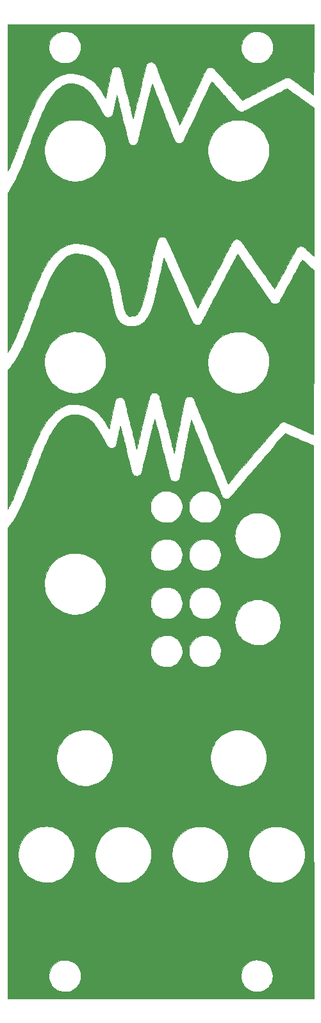
<source format=gbr>
%TF.GenerationSoftware,KiCad,Pcbnew,(6.0.0)*%
%TF.CreationDate,2022-07-13T19:55:52+02:00*%
%TF.ProjectId,wavefolder-panel,77617665-666f-46c6-9465-722d70616e65,rev?*%
%TF.SameCoordinates,Original*%
%TF.FileFunction,Copper,L1,Top*%
%TF.FilePolarity,Positive*%
%FSLAX46Y46*%
G04 Gerber Fmt 4.6, Leading zero omitted, Abs format (unit mm)*
G04 Created by KiCad (PCBNEW (6.0.0)) date 2022-07-13 19:55:52*
%MOMM*%
%LPD*%
G01*
G04 APERTURE LIST*
%TA.AperFunction,EtchedComponent*%
%ADD10C,0.010000*%
%TD*%
G04 APERTURE END LIST*
D10*
%TO.C,Ref\u002A\u002A*%
X134140745Y-55664869D02*
X134181696Y-55702922D01*
X134181696Y-55702922D02*
X134241824Y-55763857D01*
X134241824Y-55763857D02*
X134316754Y-55843210D01*
X134316754Y-55843210D02*
X134402109Y-55936517D01*
X134402109Y-55936517D02*
X134424188Y-55961081D01*
X134424188Y-55961081D02*
X134479702Y-56023076D01*
X134479702Y-56023076D02*
X134561003Y-56113896D01*
X134561003Y-56113896D02*
X134665652Y-56230816D01*
X134665652Y-56230816D02*
X134791210Y-56371110D01*
X134791210Y-56371110D02*
X134935238Y-56532053D01*
X134935238Y-56532053D02*
X135095298Y-56710920D01*
X135095298Y-56710920D02*
X135268950Y-56904984D01*
X135268950Y-56904984D02*
X135453756Y-57111521D01*
X135453756Y-57111521D02*
X135647277Y-57327806D01*
X135647277Y-57327806D02*
X135847074Y-57551112D01*
X135847074Y-57551112D02*
X136050709Y-57778715D01*
X136050709Y-57778715D02*
X136122612Y-57859084D01*
X136122612Y-57859084D02*
X136321805Y-58081402D01*
X136321805Y-58081402D02*
X136514595Y-58295938D01*
X136514595Y-58295938D02*
X136698918Y-58500432D01*
X136698918Y-58500432D02*
X136872711Y-58692622D01*
X136872711Y-58692622D02*
X137033910Y-58870246D01*
X137033910Y-58870246D02*
X137180453Y-59031044D01*
X137180453Y-59031044D02*
X137310275Y-59172754D01*
X137310275Y-59172754D02*
X137421313Y-59293116D01*
X137421313Y-59293116D02*
X137511505Y-59389868D01*
X137511505Y-59389868D02*
X137578787Y-59460750D01*
X137578787Y-59460750D02*
X137621095Y-59503499D01*
X137621095Y-59503499D02*
X137632841Y-59514098D01*
X137632841Y-59514098D02*
X137766345Y-59593499D01*
X137766345Y-59593499D02*
X137918078Y-59640654D01*
X137918078Y-59640654D02*
X138075139Y-59652005D01*
X138075139Y-59652005D02*
X138119017Y-59648195D01*
X138119017Y-59648195D02*
X138187774Y-59634512D01*
X138187774Y-59634512D02*
X138267577Y-59607858D01*
X138267577Y-59607858D02*
X138366166Y-59565154D01*
X138366166Y-59565154D02*
X138491284Y-59503321D01*
X138491284Y-59503321D02*
X138517668Y-59489690D01*
X138517668Y-59489690D02*
X138569437Y-59462712D01*
X138569437Y-59462712D02*
X138656273Y-59417347D01*
X138656273Y-59417347D02*
X138775753Y-59354864D01*
X138775753Y-59354864D02*
X138925451Y-59276534D01*
X138925451Y-59276534D02*
X139102943Y-59183625D01*
X139102943Y-59183625D02*
X139305805Y-59077409D01*
X139305805Y-59077409D02*
X139531611Y-58959155D01*
X139531611Y-58959155D02*
X139777936Y-58830132D01*
X139777936Y-58830132D02*
X140042357Y-58691611D01*
X140042357Y-58691611D02*
X140322447Y-58544862D01*
X140322447Y-58544862D02*
X140615784Y-58391154D01*
X140615784Y-58391154D02*
X140919941Y-58231758D01*
X140919941Y-58231758D02*
X141232495Y-58067943D01*
X141232495Y-58067943D02*
X141424027Y-57967549D01*
X141424027Y-57967549D02*
X141735212Y-57804460D01*
X141735212Y-57804460D02*
X142036170Y-57646789D01*
X142036170Y-57646789D02*
X142324761Y-57495655D01*
X142324761Y-57495655D02*
X142598849Y-57352173D01*
X142598849Y-57352173D02*
X142856297Y-57217460D01*
X142856297Y-57217460D02*
X143094967Y-57092634D01*
X143094967Y-57092634D02*
X143312723Y-56978811D01*
X143312723Y-56978811D02*
X143507425Y-56877109D01*
X143507425Y-56877109D02*
X143676939Y-56788643D01*
X143676939Y-56788643D02*
X143819125Y-56714532D01*
X143819125Y-56714532D02*
X143931847Y-56655891D01*
X143931847Y-56655891D02*
X144012968Y-56613838D01*
X144012968Y-56613838D02*
X144060350Y-56589490D01*
X144060350Y-56589490D02*
X144072470Y-56583517D01*
X144072470Y-56583517D02*
X144091662Y-56595017D01*
X144091662Y-56595017D02*
X144142765Y-56629831D01*
X144142765Y-56629831D02*
X144223490Y-56686316D01*
X144223490Y-56686316D02*
X144331552Y-56762834D01*
X144331552Y-56762834D02*
X144464663Y-56857742D01*
X144464663Y-56857742D02*
X144620536Y-56969401D01*
X144620536Y-56969401D02*
X144796885Y-57096170D01*
X144796885Y-57096170D02*
X144991422Y-57236409D01*
X144991422Y-57236409D02*
X145201861Y-57388476D01*
X145201861Y-57388476D02*
X145425915Y-57550731D01*
X145425915Y-57550731D02*
X145661296Y-57721534D01*
X145661296Y-57721534D02*
X145849646Y-57858445D01*
X145849646Y-57858445D02*
X147609161Y-59138390D01*
X147609161Y-59138390D02*
X147609161Y-78713154D01*
X147609161Y-78713154D02*
X147275786Y-78396289D01*
X147275786Y-78396289D02*
X147075355Y-78205717D01*
X147075355Y-78205717D02*
X146903158Y-78042040D01*
X146903158Y-78042040D02*
X146756627Y-77903108D01*
X146756627Y-77903108D02*
X146633197Y-77786775D01*
X146633197Y-77786775D02*
X146530299Y-77690891D01*
X146530299Y-77690891D02*
X146445369Y-77613307D01*
X146445369Y-77613307D02*
X146375839Y-77551876D01*
X146375839Y-77551876D02*
X146319143Y-77504449D01*
X146319143Y-77504449D02*
X146272715Y-77468877D01*
X146272715Y-77468877D02*
X146233987Y-77443012D01*
X146233987Y-77443012D02*
X146200394Y-77424706D01*
X146200394Y-77424706D02*
X146169368Y-77411810D01*
X146169368Y-77411810D02*
X146138344Y-77402175D01*
X146138344Y-77402175D02*
X146104755Y-77393654D01*
X146104755Y-77393654D02*
X146066885Y-77384315D01*
X146066885Y-77384315D02*
X145974577Y-77364923D01*
X145974577Y-77364923D02*
X145896799Y-77361048D01*
X145896799Y-77361048D02*
X145809147Y-77371589D01*
X145809147Y-77371589D02*
X145804044Y-77372479D01*
X145804044Y-77372479D02*
X145685986Y-77406131D01*
X145685986Y-77406131D02*
X145568278Y-77461764D01*
X145568278Y-77461764D02*
X145465279Y-77531344D01*
X145465279Y-77531344D02*
X145395750Y-77600907D01*
X145395750Y-77600907D02*
X145379762Y-77627178D01*
X145379762Y-77627178D02*
X145344813Y-77688535D01*
X145344813Y-77688535D02*
X145292082Y-77782828D01*
X145292082Y-77782828D02*
X145222746Y-77907906D01*
X145222746Y-77907906D02*
X145137982Y-78061619D01*
X145137982Y-78061619D02*
X145038968Y-78241817D01*
X145038968Y-78241817D02*
X144926881Y-78446347D01*
X144926881Y-78446347D02*
X144802898Y-78673061D01*
X144802898Y-78673061D02*
X144668197Y-78919807D01*
X144668197Y-78919807D02*
X144523955Y-79184435D01*
X144523955Y-79184435D02*
X144371350Y-79464794D01*
X144371350Y-79464794D02*
X144211559Y-79758734D01*
X144211559Y-79758734D02*
X144045760Y-80064104D01*
X144045760Y-80064104D02*
X143895055Y-80341991D01*
X143895055Y-80341991D02*
X143725590Y-80654378D01*
X143725590Y-80654378D02*
X143561471Y-80956409D01*
X143561471Y-80956409D02*
X143403842Y-81246001D01*
X143403842Y-81246001D02*
X143253846Y-81521075D01*
X143253846Y-81521075D02*
X143112627Y-81779550D01*
X143112627Y-81779550D02*
X142981328Y-82019346D01*
X142981328Y-82019346D02*
X142861094Y-82238380D01*
X142861094Y-82238380D02*
X142753068Y-82434574D01*
X142753068Y-82434574D02*
X142658393Y-82605846D01*
X142658393Y-82605846D02*
X142578213Y-82750115D01*
X142578213Y-82750115D02*
X142513672Y-82865301D01*
X142513672Y-82865301D02*
X142465914Y-82949324D01*
X142465914Y-82949324D02*
X142436082Y-83000101D01*
X142436082Y-83000101D02*
X142425447Y-83015667D01*
X142425447Y-83015667D02*
X142408862Y-82998930D01*
X142408862Y-82998930D02*
X142371206Y-82951433D01*
X142371206Y-82951433D02*
X142315466Y-82877245D01*
X142315466Y-82877245D02*
X142244632Y-82780438D01*
X142244632Y-82780438D02*
X142161693Y-82665080D01*
X142161693Y-82665080D02*
X142069637Y-82535242D01*
X142069637Y-82535242D02*
X142005739Y-82444167D01*
X142005739Y-82444167D02*
X141946135Y-82358854D01*
X141946135Y-82358854D02*
X141864051Y-82241350D01*
X141864051Y-82241350D02*
X141761245Y-82094171D01*
X141761245Y-82094171D02*
X141639475Y-81919835D01*
X141639475Y-81919835D02*
X141500499Y-81720858D01*
X141500499Y-81720858D02*
X141346074Y-81499756D01*
X141346074Y-81499756D02*
X141177958Y-81259047D01*
X141177958Y-81259047D02*
X140997909Y-81001248D01*
X140997909Y-81001248D02*
X140807685Y-80728874D01*
X140807685Y-80728874D02*
X140609043Y-80444444D01*
X140609043Y-80444444D02*
X140403742Y-80150474D01*
X140403742Y-80150474D02*
X140193538Y-79849480D01*
X140193538Y-79849480D02*
X139980190Y-79543980D01*
X139980190Y-79543980D02*
X139810448Y-79300917D01*
X139810448Y-79300917D02*
X139602382Y-79003197D01*
X139602382Y-79003197D02*
X139399989Y-78714029D01*
X139399989Y-78714029D02*
X139204683Y-78435414D01*
X139204683Y-78435414D02*
X139017880Y-78169355D01*
X139017880Y-78169355D02*
X138840997Y-77917853D01*
X138840997Y-77917853D02*
X138675448Y-77682911D01*
X138675448Y-77682911D02*
X138522648Y-77466529D01*
X138522648Y-77466529D02*
X138384015Y-77270711D01*
X138384015Y-77270711D02*
X138260962Y-77097458D01*
X138260962Y-77097458D02*
X138154906Y-76948771D01*
X138154906Y-76948771D02*
X138067262Y-76826653D01*
X138067262Y-76826653D02*
X137999445Y-76733106D01*
X137999445Y-76733106D02*
X137952871Y-76670131D01*
X137952871Y-76670131D02*
X137928956Y-76639730D01*
X137928956Y-76639730D02*
X137928042Y-76638741D01*
X137928042Y-76638741D02*
X137803534Y-76536941D01*
X137803534Y-76536941D02*
X137662768Y-76470153D01*
X137662768Y-76470153D02*
X137512604Y-76438261D01*
X137512604Y-76438261D02*
X137359904Y-76441151D01*
X137359904Y-76441151D02*
X137211529Y-76478708D01*
X137211529Y-76478708D02*
X137074341Y-76550817D01*
X137074341Y-76550817D02*
X136957273Y-76654997D01*
X136957273Y-76654997D02*
X136927552Y-76696838D01*
X136927552Y-76696838D02*
X136879725Y-76775011D01*
X136879725Y-76775011D02*
X136814633Y-76887993D01*
X136814633Y-76887993D02*
X136733116Y-77034259D01*
X136733116Y-77034259D02*
X136636017Y-77212286D01*
X136636017Y-77212286D02*
X136524175Y-77420550D01*
X136524175Y-77420550D02*
X136398432Y-77657526D01*
X136398432Y-77657526D02*
X136285558Y-77872167D01*
X136285558Y-77872167D02*
X136210109Y-78016160D01*
X136210109Y-78016160D02*
X136116522Y-78194767D01*
X136116522Y-78194767D02*
X136006308Y-78405105D01*
X136006308Y-78405105D02*
X135880978Y-78644291D01*
X135880978Y-78644291D02*
X135742043Y-78909442D01*
X135742043Y-78909442D02*
X135591013Y-79197675D01*
X135591013Y-79197675D02*
X135429399Y-79506106D01*
X135429399Y-79506106D02*
X135258712Y-79831852D01*
X135258712Y-79831852D02*
X135080462Y-80172031D01*
X135080462Y-80172031D02*
X134896161Y-80523758D01*
X134896161Y-80523758D02*
X134707319Y-80884151D01*
X134707319Y-80884151D02*
X134515447Y-81250327D01*
X134515447Y-81250327D02*
X134322055Y-81619403D01*
X134322055Y-81619403D02*
X134128654Y-81988494D01*
X134128654Y-81988494D02*
X133989706Y-82253667D01*
X133989706Y-82253667D02*
X133807911Y-82600536D01*
X133807911Y-82600536D02*
X133631329Y-82937317D01*
X133631329Y-82937317D02*
X133460967Y-83262092D01*
X133460967Y-83262092D02*
X133297833Y-83572947D01*
X133297833Y-83572947D02*
X133142936Y-83867966D01*
X133142936Y-83867966D02*
X132997282Y-84145232D01*
X132997282Y-84145232D02*
X132861879Y-84402832D01*
X132861879Y-84402832D02*
X132737735Y-84638848D01*
X132737735Y-84638848D02*
X132625859Y-84851365D01*
X132625859Y-84851365D02*
X132527257Y-85038468D01*
X132527257Y-85038468D02*
X132442937Y-85198241D01*
X132442937Y-85198241D02*
X132373908Y-85328768D01*
X132373908Y-85328768D02*
X132321176Y-85428134D01*
X132321176Y-85428134D02*
X132285750Y-85494423D01*
X132285750Y-85494423D02*
X132268637Y-85525718D01*
X132268637Y-85525718D02*
X132267207Y-85528017D01*
X132267207Y-85528017D02*
X132256233Y-85511897D01*
X132256233Y-85511897D02*
X132229609Y-85460364D01*
X132229609Y-85460364D02*
X132188862Y-85376693D01*
X132188862Y-85376693D02*
X132135521Y-85264163D01*
X132135521Y-85264163D02*
X132071112Y-85126051D01*
X132071112Y-85126051D02*
X131997166Y-84965634D01*
X131997166Y-84965634D02*
X131915208Y-84786189D01*
X131915208Y-84786189D02*
X131826767Y-84590994D01*
X131826767Y-84590994D02*
X131733371Y-84383325D01*
X131733371Y-84383325D02*
X131729387Y-84374434D01*
X131729387Y-84374434D02*
X131556097Y-83987666D01*
X131556097Y-83987666D02*
X131366761Y-83565200D01*
X131366761Y-83565200D02*
X131162687Y-83109951D01*
X131162687Y-83109951D02*
X130945183Y-82624834D01*
X130945183Y-82624834D02*
X130715555Y-82112764D01*
X130715555Y-82112764D02*
X130475112Y-81576657D01*
X130475112Y-81576657D02*
X130225161Y-81019428D01*
X130225161Y-81019428D02*
X129967009Y-80443991D01*
X129967009Y-80443991D02*
X129701963Y-79853263D01*
X129701963Y-79853263D02*
X129431331Y-79250157D01*
X129431331Y-79250157D02*
X129183384Y-78697667D01*
X129183384Y-78697667D02*
X129070600Y-78446352D01*
X129070600Y-78446352D02*
X128959421Y-78198583D01*
X128959421Y-78198583D02*
X128851572Y-77958204D01*
X128851572Y-77958204D02*
X128748777Y-77729060D01*
X128748777Y-77729060D02*
X128652758Y-77514993D01*
X128652758Y-77514993D02*
X128565242Y-77319847D01*
X128565242Y-77319847D02*
X128487950Y-77147468D01*
X128487950Y-77147468D02*
X128422608Y-77001697D01*
X128422608Y-77001697D02*
X128370939Y-76886379D01*
X128370939Y-76886379D02*
X128334668Y-76805358D01*
X128334668Y-76805358D02*
X128331304Y-76797838D01*
X128331304Y-76797838D02*
X128256030Y-76634933D01*
X128256030Y-76634933D02*
X128190188Y-76506432D01*
X128190188Y-76506432D02*
X128129584Y-76406662D01*
X128129584Y-76406662D02*
X128070023Y-76329946D01*
X128070023Y-76329946D02*
X128007309Y-76270611D01*
X128007309Y-76270611D02*
X127937249Y-76222981D01*
X127937249Y-76222981D02*
X127886366Y-76195897D01*
X127886366Y-76195897D02*
X127813843Y-76163876D01*
X127813843Y-76163876D02*
X127748186Y-76145834D01*
X127748186Y-76145834D02*
X127671583Y-76138160D01*
X127671583Y-76138160D02*
X127596078Y-76137037D01*
X127596078Y-76137037D02*
X127439933Y-76149938D01*
X127439933Y-76149938D02*
X127308609Y-76190531D01*
X127308609Y-76190531D02*
X127191529Y-76263290D01*
X127191529Y-76263290D02*
X127102982Y-76345577D01*
X127102982Y-76345577D02*
X127062923Y-76390253D01*
X127062923Y-76390253D02*
X127028457Y-76435715D01*
X127028457Y-76435715D02*
X126997180Y-76487606D01*
X126997180Y-76487606D02*
X126966687Y-76551565D01*
X126966687Y-76551565D02*
X126934571Y-76633232D01*
X126934571Y-76633232D02*
X126898429Y-76738247D01*
X126898429Y-76738247D02*
X126855855Y-76872251D01*
X126855855Y-76872251D02*
X126804444Y-77040883D01*
X126804444Y-77040883D02*
X126799513Y-77057250D01*
X126799513Y-77057250D02*
X126752179Y-77216146D01*
X126752179Y-77216146D02*
X126707008Y-77371726D01*
X126707008Y-77371726D02*
X126663409Y-77526650D01*
X126663409Y-77526650D02*
X126620789Y-77683580D01*
X126620789Y-77683580D02*
X126578559Y-77845178D01*
X126578559Y-77845178D02*
X126536126Y-78014105D01*
X126536126Y-78014105D02*
X126492900Y-78193022D01*
X126492900Y-78193022D02*
X126448290Y-78384590D01*
X126448290Y-78384590D02*
X126401703Y-78591471D01*
X126401703Y-78591471D02*
X126352549Y-78816327D01*
X126352549Y-78816327D02*
X126300237Y-79061818D01*
X126300237Y-79061818D02*
X126244175Y-79330606D01*
X126244175Y-79330606D02*
X126183773Y-79625352D01*
X126183773Y-79625352D02*
X126118438Y-79948718D01*
X126118438Y-79948718D02*
X126047580Y-80303365D01*
X126047580Y-80303365D02*
X125970607Y-80691954D01*
X125970607Y-80691954D02*
X125886929Y-81117147D01*
X125886929Y-81117147D02*
X125807333Y-81523417D01*
X125807333Y-81523417D02*
X125763573Y-81745522D01*
X125763573Y-81745522D02*
X125717876Y-81974530D01*
X125717876Y-81974530D02*
X125671765Y-82202996D01*
X125671765Y-82202996D02*
X125626763Y-82423477D01*
X125626763Y-82423477D02*
X125584395Y-82628531D01*
X125584395Y-82628531D02*
X125546184Y-82810712D01*
X125546184Y-82810712D02*
X125513654Y-82962579D01*
X125513654Y-82962579D02*
X125499678Y-83026250D01*
X125499678Y-83026250D02*
X125376909Y-83554484D01*
X125376909Y-83554484D02*
X125252461Y-84040901D01*
X125252461Y-84040901D02*
X125126353Y-84485452D01*
X125126353Y-84485452D02*
X124998607Y-84888087D01*
X124998607Y-84888087D02*
X124869241Y-85248756D01*
X124869241Y-85248756D02*
X124738277Y-85567410D01*
X124738277Y-85567410D02*
X124605734Y-85843999D01*
X124605734Y-85843999D02*
X124471633Y-86078472D01*
X124471633Y-86078472D02*
X124335994Y-86270781D01*
X124335994Y-86270781D02*
X124198838Y-86420875D01*
X124198838Y-86420875D02*
X124078366Y-86517031D01*
X124078366Y-86517031D02*
X124020833Y-86551880D01*
X124020833Y-86551880D02*
X123969653Y-86571581D01*
X123969653Y-86571581D02*
X123908497Y-86580310D01*
X123908497Y-86580310D02*
X123823545Y-86582250D01*
X123823545Y-86582250D02*
X123725948Y-86585100D01*
X123725948Y-86585100D02*
X123608755Y-86592649D01*
X123608755Y-86592649D02*
X123494247Y-86603394D01*
X123494247Y-86603394D02*
X123472633Y-86605915D01*
X123472633Y-86605915D02*
X123360009Y-86617038D01*
X123360009Y-86617038D02*
X123276266Y-86618451D01*
X123276266Y-86618451D02*
X123209063Y-86610091D01*
X123209063Y-86610091D02*
X123185621Y-86604427D01*
X123185621Y-86604427D02*
X123078717Y-86554694D01*
X123078717Y-86554694D02*
X122974087Y-86465862D01*
X122974087Y-86465862D02*
X122874883Y-86341154D01*
X122874883Y-86341154D02*
X122794844Y-86204816D01*
X122794844Y-86204816D02*
X122740937Y-86095124D01*
X122740937Y-86095124D02*
X122691807Y-85984116D01*
X122691807Y-85984116D02*
X122646398Y-85867715D01*
X122646398Y-85867715D02*
X122603655Y-85741843D01*
X122603655Y-85741843D02*
X122562521Y-85602425D01*
X122562521Y-85602425D02*
X122521941Y-85445383D01*
X122521941Y-85445383D02*
X122480859Y-85266641D01*
X122480859Y-85266641D02*
X122438220Y-85062122D01*
X122438220Y-85062122D02*
X122392968Y-84827748D01*
X122392968Y-84827748D02*
X122344046Y-84559445D01*
X122344046Y-84559445D02*
X122292361Y-84264500D01*
X122292361Y-84264500D02*
X122229349Y-83902701D01*
X122229349Y-83902701D02*
X122171693Y-83578823D01*
X122171693Y-83578823D02*
X122118522Y-83288913D01*
X122118522Y-83288913D02*
X122068965Y-83029021D01*
X122068965Y-83029021D02*
X122022153Y-82795193D01*
X122022153Y-82795193D02*
X121977214Y-82583479D01*
X121977214Y-82583479D02*
X121933279Y-82389925D01*
X121933279Y-82389925D02*
X121889475Y-82210580D01*
X121889475Y-82210580D02*
X121844933Y-82041491D01*
X121844933Y-82041491D02*
X121798782Y-81878708D01*
X121798782Y-81878708D02*
X121750152Y-81718277D01*
X121750152Y-81718277D02*
X121698171Y-81556247D01*
X121698171Y-81556247D02*
X121690838Y-81534000D01*
X121690838Y-81534000D02*
X121527824Y-81063130D01*
X121527824Y-81063130D02*
X121362807Y-80631574D01*
X121362807Y-80631574D02*
X121194340Y-80236318D01*
X121194340Y-80236318D02*
X121020979Y-79874346D01*
X121020979Y-79874346D02*
X120841277Y-79542643D01*
X120841277Y-79542643D02*
X120653790Y-79238194D01*
X120653790Y-79238194D02*
X120457072Y-78957984D01*
X120457072Y-78957984D02*
X120453727Y-78953529D01*
X120453727Y-78953529D02*
X120187642Y-78631718D01*
X120187642Y-78631718D02*
X119895061Y-78339504D01*
X119895061Y-78339504D02*
X119575184Y-78076477D01*
X119575184Y-78076477D02*
X119227212Y-77842224D01*
X119227212Y-77842224D02*
X118850346Y-77636337D01*
X118850346Y-77636337D02*
X118443787Y-77458404D01*
X118443787Y-77458404D02*
X118006734Y-77308014D01*
X118006734Y-77308014D02*
X117538389Y-77184758D01*
X117538389Y-77184758D02*
X117037952Y-77088225D01*
X117037952Y-77088225D02*
X116737578Y-77044942D01*
X116737578Y-77044942D02*
X116527133Y-77025579D01*
X116527133Y-77025579D02*
X116300897Y-77017873D01*
X116300897Y-77017873D02*
X116071630Y-77021477D01*
X116071630Y-77021477D02*
X115852091Y-77036049D01*
X115852091Y-77036049D02*
X115655042Y-77061244D01*
X115655042Y-77061244D02*
X115575643Y-77076269D01*
X115575643Y-77076269D02*
X115198563Y-77177201D01*
X115198563Y-77177201D02*
X114832423Y-77316595D01*
X114832423Y-77316595D02*
X114476735Y-77494841D01*
X114476735Y-77494841D02*
X114131012Y-77712329D01*
X114131012Y-77712329D02*
X113794766Y-77969450D01*
X113794766Y-77969450D02*
X113467508Y-78266595D01*
X113467508Y-78266595D02*
X113148752Y-78604153D01*
X113148752Y-78604153D02*
X112838008Y-78982517D01*
X112838008Y-78982517D02*
X112534789Y-79402076D01*
X112534789Y-79402076D02*
X112382564Y-79632543D01*
X112382564Y-79632543D02*
X112227270Y-79880626D01*
X112227270Y-79880626D02*
X112074565Y-80137112D01*
X112074565Y-80137112D02*
X111923281Y-80404540D01*
X111923281Y-80404540D02*
X111772248Y-80685445D01*
X111772248Y-80685445D02*
X111620297Y-80982364D01*
X111620297Y-80982364D02*
X111466257Y-81297834D01*
X111466257Y-81297834D02*
X111308960Y-81634391D01*
X111308960Y-81634391D02*
X111147237Y-81994574D01*
X111147237Y-81994574D02*
X110979917Y-82380917D01*
X110979917Y-82380917D02*
X110805832Y-82795959D01*
X110805832Y-82795959D02*
X110623811Y-83242235D01*
X110623811Y-83242235D02*
X110432687Y-83722283D01*
X110432687Y-83722283D02*
X110231288Y-84238639D01*
X110231288Y-84238639D02*
X110091171Y-84603167D01*
X110091171Y-84603167D02*
X109924941Y-85037775D01*
X109924941Y-85037775D02*
X109772796Y-85435248D01*
X109772796Y-85435248D02*
X109633779Y-85798017D01*
X109633779Y-85798017D02*
X109506931Y-86128519D01*
X109506931Y-86128519D02*
X109391297Y-86429188D01*
X109391297Y-86429188D02*
X109285918Y-86702457D01*
X109285918Y-86702457D02*
X109189838Y-86950761D01*
X109189838Y-86950761D02*
X109102099Y-87176535D01*
X109102099Y-87176535D02*
X109021745Y-87382213D01*
X109021745Y-87382213D02*
X108947818Y-87570230D01*
X108947818Y-87570230D02*
X108879362Y-87743019D01*
X108879362Y-87743019D02*
X108815418Y-87903015D01*
X108815418Y-87903015D02*
X108755030Y-88052652D01*
X108755030Y-88052652D02*
X108697240Y-88194365D01*
X108697240Y-88194365D02*
X108641092Y-88330588D01*
X108641092Y-88330588D02*
X108585628Y-88463756D01*
X108585628Y-88463756D02*
X108529892Y-88596302D01*
X108529892Y-88596302D02*
X108472925Y-88730662D01*
X108472925Y-88730662D02*
X108414207Y-88868250D01*
X108414207Y-88868250D02*
X108244956Y-89258553D01*
X108244956Y-89258553D02*
X108085002Y-89616221D01*
X108085002Y-89616221D02*
X107930791Y-89948956D01*
X107930791Y-89948956D02*
X107778766Y-90264457D01*
X107778766Y-90264457D02*
X107655985Y-90510309D01*
X107655985Y-90510309D02*
X107583405Y-90652039D01*
X107583405Y-90652039D02*
X107509668Y-90793611D01*
X107509668Y-90793611D02*
X107437490Y-90930043D01*
X107437490Y-90930043D02*
X107369586Y-91056352D01*
X107369586Y-91056352D02*
X107308673Y-91167557D01*
X107308673Y-91167557D02*
X107257466Y-91258676D01*
X107257466Y-91258676D02*
X107218681Y-91324726D01*
X107218681Y-91324726D02*
X107195035Y-91360725D01*
X107195035Y-91360725D02*
X107189562Y-91365917D01*
X107189562Y-91365917D02*
X107189010Y-91344962D01*
X107189010Y-91344962D02*
X107188466Y-91282945D01*
X107188466Y-91282945D02*
X107187933Y-91181138D01*
X107187933Y-91181138D02*
X107187410Y-91040812D01*
X107187410Y-91040812D02*
X107186899Y-90863239D01*
X107186899Y-90863239D02*
X107186402Y-90649689D01*
X107186402Y-90649689D02*
X107185918Y-90401435D01*
X107185918Y-90401435D02*
X107185450Y-90119747D01*
X107185450Y-90119747D02*
X107184998Y-89805898D01*
X107184998Y-89805898D02*
X107184564Y-89461158D01*
X107184564Y-89461158D02*
X107184148Y-89086800D01*
X107184148Y-89086800D02*
X107183751Y-88684094D01*
X107183751Y-88684094D02*
X107183374Y-88254312D01*
X107183374Y-88254312D02*
X107183020Y-87798726D01*
X107183020Y-87798726D02*
X107182688Y-87318607D01*
X107182688Y-87318607D02*
X107182379Y-86815226D01*
X107182379Y-86815226D02*
X107182095Y-86289855D01*
X107182095Y-86289855D02*
X107181837Y-85743765D01*
X107181837Y-85743765D02*
X107181606Y-85178228D01*
X107181606Y-85178228D02*
X107181403Y-84594515D01*
X107181403Y-84594515D02*
X107181228Y-83993898D01*
X107181228Y-83993898D02*
X107181084Y-83377648D01*
X107181084Y-83377648D02*
X107180971Y-82747036D01*
X107180971Y-82747036D02*
X107180890Y-82103335D01*
X107180890Y-82103335D02*
X107180842Y-81447815D01*
X107180842Y-81447815D02*
X107180828Y-80851214D01*
X107180828Y-80851214D02*
X107180828Y-70336510D01*
X107180828Y-70336510D02*
X107321106Y-70126739D01*
X107321106Y-70126739D02*
X107553488Y-69765146D01*
X107553488Y-69765146D02*
X107783543Y-69378447D01*
X107783543Y-69378447D02*
X108012468Y-68964242D01*
X108012468Y-68964242D02*
X108241462Y-68520130D01*
X108241462Y-68520130D02*
X108471723Y-68043709D01*
X108471723Y-68043709D02*
X108704449Y-67532579D01*
X108704449Y-67532579D02*
X108940837Y-66984339D01*
X108940837Y-66984339D02*
X109180783Y-66399834D01*
X109180783Y-66399834D02*
X109240809Y-66249593D01*
X109240809Y-66249593D02*
X109300994Y-66097476D01*
X109300994Y-66097476D02*
X109362593Y-65940170D01*
X109362593Y-65940170D02*
X109426857Y-65774368D01*
X109426857Y-65774368D02*
X109495040Y-65596759D01*
X109495040Y-65596759D02*
X109568395Y-65404034D01*
X109568395Y-65404034D02*
X109648174Y-65192882D01*
X109648174Y-65192882D02*
X109735631Y-64959995D01*
X109735631Y-64959995D02*
X109830358Y-64706500D01*
X109830358Y-64706500D02*
X112018707Y-64706500D01*
X112018707Y-64706500D02*
X112021723Y-64952882D01*
X112021723Y-64952882D02*
X112033401Y-65170209D01*
X112033401Y-65170209D02*
X112055248Y-65371152D01*
X112055248Y-65371152D02*
X112088774Y-65568381D01*
X112088774Y-65568381D02*
X112135487Y-65774566D01*
X112135487Y-65774566D02*
X112154784Y-65849500D01*
X112154784Y-65849500D02*
X112276303Y-66227177D01*
X112276303Y-66227177D02*
X112436781Y-66589517D01*
X112436781Y-66589517D02*
X112635061Y-66934704D01*
X112635061Y-66934704D02*
X112869986Y-67260922D01*
X112869986Y-67260922D02*
X113140398Y-67566355D01*
X113140398Y-67566355D02*
X113410064Y-67819317D01*
X113410064Y-67819317D02*
X113746405Y-68082024D01*
X113746405Y-68082024D02*
X114102267Y-68308654D01*
X114102267Y-68308654D02*
X114475100Y-68498042D01*
X114475100Y-68498042D02*
X114862355Y-68649022D01*
X114862355Y-68649022D02*
X115261482Y-68760428D01*
X115261482Y-68760428D02*
X115605161Y-68822726D01*
X115605161Y-68822726D02*
X115671304Y-68828482D01*
X115671304Y-68828482D02*
X115769944Y-68832790D01*
X115769944Y-68832790D02*
X115891265Y-68835425D01*
X115891265Y-68835425D02*
X116025448Y-68836162D01*
X116025448Y-68836162D02*
X116144911Y-68835086D01*
X116144911Y-68835086D02*
X116310454Y-68831245D01*
X116310454Y-68831245D02*
X116446121Y-68824979D01*
X116446121Y-68824979D02*
X116564348Y-68815163D01*
X116564348Y-68815163D02*
X116677573Y-68800674D01*
X116677573Y-68800674D02*
X116798231Y-68780385D01*
X116798231Y-68780385D02*
X116843411Y-68771918D01*
X116843411Y-68771918D02*
X117247746Y-68675339D01*
X117247746Y-68675339D02*
X117627764Y-68544421D01*
X117627764Y-68544421D02*
X117985017Y-68378333D01*
X117985017Y-68378333D02*
X118321056Y-68176247D01*
X118321056Y-68176247D02*
X118637433Y-67937334D01*
X118637433Y-67937334D02*
X118935698Y-67660764D01*
X118935698Y-67660764D02*
X118950375Y-67645715D01*
X118950375Y-67645715D02*
X119238024Y-67320399D01*
X119238024Y-67320399D02*
X119487959Y-66976231D01*
X119487959Y-66976231D02*
X119699847Y-66613887D01*
X119699847Y-66613887D02*
X119873358Y-66234043D01*
X119873358Y-66234043D02*
X120008160Y-65837374D01*
X120008160Y-65837374D02*
X120103920Y-65424555D01*
X120103920Y-65424555D02*
X120133917Y-65235667D01*
X120133917Y-65235667D02*
X120146443Y-65106441D01*
X120146443Y-65106441D02*
X120153861Y-64947957D01*
X120153861Y-64947957D02*
X120155586Y-64823013D01*
X120155586Y-64823013D02*
X133605843Y-64823013D01*
X133605843Y-64823013D02*
X133612096Y-65032101D01*
X133612096Y-65032101D02*
X133625935Y-65227518D01*
X133625935Y-65227518D02*
X133646161Y-65390299D01*
X133646161Y-65390299D02*
X133731761Y-65802684D01*
X133731761Y-65802684D02*
X133853526Y-66193106D01*
X133853526Y-66193106D02*
X134011707Y-66562016D01*
X134011707Y-66562016D02*
X134206557Y-66909867D01*
X134206557Y-66909867D02*
X134438327Y-67237110D01*
X134438327Y-67237110D02*
X134707271Y-67544197D01*
X134707271Y-67544197D02*
X135004411Y-67823678D01*
X135004411Y-67823678D02*
X135334750Y-68080929D01*
X135334750Y-68080929D02*
X135685715Y-68304187D01*
X135685715Y-68304187D02*
X136053588Y-68491732D01*
X136053588Y-68491732D02*
X136434650Y-68641841D01*
X136434650Y-68641841D02*
X136825182Y-68752793D01*
X136825182Y-68752793D02*
X137138036Y-68811639D01*
X137138036Y-68811639D02*
X137286385Y-68827499D01*
X137286385Y-68827499D02*
X137462832Y-68837236D01*
X137462832Y-68837236D02*
X137653584Y-68840826D01*
X137653584Y-68840826D02*
X137844849Y-68838247D01*
X137844849Y-68838247D02*
X138022833Y-68829477D01*
X138022833Y-68829477D02*
X138173743Y-68814494D01*
X138173743Y-68814494D02*
X138182222Y-68813314D01*
X138182222Y-68813314D02*
X138380251Y-68779878D01*
X138380251Y-68779878D02*
X138592671Y-68734869D01*
X138592671Y-68734869D02*
X138804543Y-68681956D01*
X138804543Y-68681956D02*
X139000929Y-68624814D01*
X139000929Y-68624814D02*
X139135742Y-68578932D01*
X139135742Y-68578932D02*
X139484262Y-68427706D01*
X139484262Y-68427706D02*
X139816602Y-68239487D01*
X139816602Y-68239487D02*
X140130463Y-68017272D01*
X140130463Y-68017272D02*
X140423549Y-67764060D01*
X140423549Y-67764060D02*
X140693560Y-67482848D01*
X140693560Y-67482848D02*
X140938199Y-67176637D01*
X140938199Y-67176637D02*
X141155169Y-66848423D01*
X141155169Y-66848423D02*
X141342171Y-66501205D01*
X141342171Y-66501205D02*
X141496907Y-66137982D01*
X141496907Y-66137982D02*
X141617080Y-65761752D01*
X141617080Y-65761752D02*
X141700391Y-65375513D01*
X141700391Y-65375513D02*
X141725130Y-65200205D01*
X141725130Y-65200205D02*
X141738135Y-65041305D01*
X141738135Y-65041305D02*
X141743760Y-64857817D01*
X141743760Y-64857817D02*
X141742418Y-64661346D01*
X141742418Y-64661346D02*
X141734522Y-64463494D01*
X141734522Y-64463494D02*
X141720487Y-64275864D01*
X141720487Y-64275864D02*
X141700725Y-64110058D01*
X141700725Y-64110058D02*
X141682609Y-64008000D01*
X141682609Y-64008000D02*
X141572705Y-63589368D01*
X141572705Y-63589368D02*
X141427203Y-63192745D01*
X141427203Y-63192745D02*
X141247000Y-62819302D01*
X141247000Y-62819302D02*
X141032996Y-62470205D01*
X141032996Y-62470205D02*
X140786087Y-62146623D01*
X140786087Y-62146623D02*
X140507172Y-61849725D01*
X140507172Y-61849725D02*
X140197150Y-61580677D01*
X140197150Y-61580677D02*
X139856919Y-61340650D01*
X139856919Y-61340650D02*
X139487375Y-61130811D01*
X139487375Y-61130811D02*
X139459994Y-61117064D01*
X139459994Y-61117064D02*
X139081498Y-60951871D01*
X139081498Y-60951871D02*
X138691845Y-60827441D01*
X138691845Y-60827441D02*
X138291762Y-60743903D01*
X138291762Y-60743903D02*
X137881976Y-60701389D01*
X137881976Y-60701389D02*
X137463210Y-60700029D01*
X137463210Y-60700029D02*
X137233519Y-60716460D01*
X137233519Y-60716460D02*
X136838273Y-60775932D01*
X136838273Y-60775932D02*
X136453635Y-60875910D01*
X136453635Y-60875910D02*
X136081512Y-61015472D01*
X136081512Y-61015472D02*
X135723813Y-61193695D01*
X135723813Y-61193695D02*
X135382444Y-61409656D01*
X135382444Y-61409656D02*
X135059313Y-61662433D01*
X135059313Y-61662433D02*
X134823199Y-61882513D01*
X134823199Y-61882513D02*
X134534779Y-62200269D01*
X134534779Y-62200269D02*
X134284223Y-62536753D01*
X134284223Y-62536753D02*
X134071121Y-62892738D01*
X134071121Y-62892738D02*
X133895058Y-63268996D01*
X133895058Y-63268996D02*
X133755623Y-63666302D01*
X133755623Y-63666302D02*
X133655184Y-64071500D01*
X133655184Y-64071500D02*
X133631848Y-64224499D01*
X133631848Y-64224499D02*
X133615795Y-64408135D01*
X133615795Y-64408135D02*
X133607102Y-64611332D01*
X133607102Y-64611332D02*
X133605843Y-64823013D01*
X133605843Y-64823013D02*
X120155586Y-64823013D01*
X120155586Y-64823013D02*
X120156277Y-64772966D01*
X120156277Y-64772966D02*
X120153796Y-64594221D01*
X120153796Y-64594221D02*
X120146525Y-64424473D01*
X120146525Y-64424473D02*
X120134569Y-64276476D01*
X120134569Y-64276476D02*
X120125346Y-64204427D01*
X120125346Y-64204427D02*
X120041148Y-63790992D01*
X120041148Y-63790992D02*
X119918559Y-63393439D01*
X119918559Y-63393439D02*
X119758568Y-63013734D01*
X119758568Y-63013734D02*
X119562164Y-62653845D01*
X119562164Y-62653845D02*
X119330338Y-62315736D01*
X119330338Y-62315736D02*
X119064077Y-62001374D01*
X119064077Y-62001374D02*
X118966113Y-61900481D01*
X118966113Y-61900481D02*
X118651693Y-61616437D01*
X118651693Y-61616437D02*
X118316707Y-61369330D01*
X118316707Y-61369330D02*
X117961986Y-61159568D01*
X117961986Y-61159568D02*
X117588361Y-60987561D01*
X117588361Y-60987561D02*
X117196665Y-60853717D01*
X117196665Y-60853717D02*
X116787728Y-60758447D01*
X116787728Y-60758447D02*
X116578311Y-60725571D01*
X116578311Y-60725571D02*
X116377795Y-60707019D01*
X116377795Y-60707019D02*
X116150798Y-60699531D01*
X116150798Y-60699531D02*
X115911599Y-60702729D01*
X115911599Y-60702729D02*
X115674474Y-60716230D01*
X115674474Y-60716230D02*
X115453699Y-60739655D01*
X115453699Y-60739655D02*
X115332597Y-60758756D01*
X115332597Y-60758756D02*
X114946900Y-60850569D01*
X114946900Y-60850569D02*
X114572030Y-60982600D01*
X114572030Y-60982600D02*
X114210342Y-61153589D01*
X114210342Y-61153589D02*
X113864192Y-61362279D01*
X113864192Y-61362279D02*
X113535933Y-61607411D01*
X113535933Y-61607411D02*
X113236202Y-61879455D01*
X113236202Y-61879455D02*
X112948204Y-62195047D01*
X112948204Y-62195047D02*
X112697143Y-62531319D01*
X112697143Y-62531319D02*
X112483059Y-62888195D01*
X112483059Y-62888195D02*
X112305993Y-63265604D01*
X112305993Y-63265604D02*
X112165985Y-63663471D01*
X112165985Y-63663471D02*
X112076221Y-64017325D01*
X112076221Y-64017325D02*
X112056094Y-64116985D01*
X112056094Y-64116985D02*
X112041320Y-64204343D01*
X112041320Y-64204343D02*
X112031063Y-64289405D01*
X112031063Y-64289405D02*
X112024489Y-64382174D01*
X112024489Y-64382174D02*
X112020763Y-64492656D01*
X112020763Y-64492656D02*
X112019049Y-64630856D01*
X112019049Y-64630856D02*
X112018707Y-64706500D01*
X112018707Y-64706500D02*
X109830358Y-64706500D01*
X109830358Y-64706500D02*
X109832017Y-64702062D01*
X109832017Y-64702062D02*
X109938587Y-64415775D01*
X109938587Y-64415775D02*
X110056593Y-64097822D01*
X110056593Y-64097822D02*
X110187288Y-63744895D01*
X110187288Y-63744895D02*
X110250464Y-63574084D01*
X110250464Y-63574084D02*
X110431250Y-63087290D01*
X110431250Y-63087290D02*
X110600019Y-62637561D01*
X110600019Y-62637561D02*
X110758053Y-62221772D01*
X110758053Y-62221772D02*
X110906633Y-61836800D01*
X110906633Y-61836800D02*
X111047044Y-61479519D01*
X111047044Y-61479519D02*
X111180567Y-61146804D01*
X111180567Y-61146804D02*
X111308484Y-60835532D01*
X111308484Y-60835532D02*
X111432079Y-60542577D01*
X111432079Y-60542577D02*
X111552634Y-60264815D01*
X111552634Y-60264815D02*
X111671431Y-59999122D01*
X111671431Y-59999122D02*
X111789754Y-59742372D01*
X111789754Y-59742372D02*
X111908884Y-59491441D01*
X111908884Y-59491441D02*
X112018507Y-59266667D01*
X112018507Y-59266667D02*
X112202847Y-58901581D01*
X112202847Y-58901581D02*
X112378524Y-58571451D01*
X112378524Y-58571451D02*
X112548878Y-58270632D01*
X112548878Y-58270632D02*
X112717244Y-57993483D01*
X112717244Y-57993483D02*
X112886961Y-57734361D01*
X112886961Y-57734361D02*
X113061365Y-57487624D01*
X113061365Y-57487624D02*
X113107840Y-57424871D01*
X113107840Y-57424871D02*
X113338688Y-57130090D01*
X113338688Y-57130090D02*
X113562570Y-56873584D01*
X113562570Y-56873584D02*
X113782619Y-56652515D01*
X113782619Y-56652515D02*
X114001967Y-56464045D01*
X114001967Y-56464045D02*
X114223745Y-56305336D01*
X114223745Y-56305336D02*
X114451085Y-56173552D01*
X114451085Y-56173552D02*
X114534421Y-56132377D01*
X114534421Y-56132377D02*
X114731786Y-56048967D01*
X114731786Y-56048967D02*
X114926345Y-55988842D01*
X114926345Y-55988842D02*
X115134669Y-55947485D01*
X115134669Y-55947485D02*
X115280290Y-55929048D01*
X115280290Y-55929048D02*
X115394134Y-55918730D01*
X115394134Y-55918730D02*
X115488679Y-55914996D01*
X115488679Y-55914996D02*
X115580314Y-55918245D01*
X115580314Y-55918245D02*
X115685426Y-55928879D01*
X115685426Y-55928879D02*
X115777707Y-55941198D01*
X115777707Y-55941198D02*
X116168358Y-56010624D01*
X116168358Y-56010624D02*
X116527009Y-56105149D01*
X116527009Y-56105149D02*
X116856926Y-56226452D01*
X116856926Y-56226452D02*
X117161373Y-56376213D01*
X117161373Y-56376213D02*
X117443617Y-56556109D01*
X117443617Y-56556109D02*
X117706921Y-56767820D01*
X117706921Y-56767820D02*
X117954550Y-57013023D01*
X117954550Y-57013023D02*
X118032428Y-57100471D01*
X118032428Y-57100471D02*
X118122601Y-57207013D01*
X118122601Y-57207013D02*
X118209660Y-57315073D01*
X118209660Y-57315073D02*
X118295650Y-57427880D01*
X118295650Y-57427880D02*
X118382615Y-57548661D01*
X118382615Y-57548661D02*
X118472599Y-57680647D01*
X118472599Y-57680647D02*
X118567648Y-57827064D01*
X118567648Y-57827064D02*
X118669805Y-57991141D01*
X118669805Y-57991141D02*
X118781116Y-58176108D01*
X118781116Y-58176108D02*
X118903624Y-58385192D01*
X118903624Y-58385192D02*
X119039375Y-58621623D01*
X119039375Y-58621623D02*
X119190413Y-58888627D01*
X119190413Y-58888627D02*
X119358783Y-59189435D01*
X119358783Y-59189435D02*
X119384125Y-59234917D01*
X119384125Y-59234917D02*
X119476896Y-59401251D01*
X119476896Y-59401251D02*
X119564889Y-59558565D01*
X119564889Y-59558565D02*
X119645611Y-59702430D01*
X119645611Y-59702430D02*
X119716565Y-59828418D01*
X119716565Y-59828418D02*
X119775254Y-59932101D01*
X119775254Y-59932101D02*
X119819184Y-60009048D01*
X119819184Y-60009048D02*
X119845858Y-60054833D01*
X119845858Y-60054833D02*
X119850346Y-60062186D01*
X119850346Y-60062186D02*
X119924631Y-60155612D01*
X119924631Y-60155612D02*
X120021505Y-60243269D01*
X120021505Y-60243269D02*
X120126367Y-60313329D01*
X120126367Y-60313329D02*
X120202621Y-60347593D01*
X120202621Y-60347593D02*
X120338466Y-60374773D01*
X120338466Y-60374773D02*
X120486714Y-60374701D01*
X120486714Y-60374701D02*
X120631031Y-60348718D01*
X120631031Y-60348718D02*
X120746483Y-60302976D01*
X120746483Y-60302976D02*
X120872114Y-60214062D01*
X120872114Y-60214062D02*
X120976923Y-60099415D01*
X120976923Y-60099415D02*
X121035677Y-60001842D01*
X121035677Y-60001842D02*
X121046338Y-59967740D01*
X121046338Y-59967740D02*
X121064460Y-59896045D01*
X121064460Y-59896045D02*
X121089181Y-59790674D01*
X121089181Y-59790674D02*
X121119641Y-59655541D01*
X121119641Y-59655541D02*
X121154979Y-59494561D01*
X121154979Y-59494561D02*
X121194334Y-59311651D01*
X121194334Y-59311651D02*
X121236847Y-59110724D01*
X121236847Y-59110724D02*
X121281655Y-58895697D01*
X121281655Y-58895697D02*
X121321955Y-58699618D01*
X121321955Y-58699618D02*
X121378441Y-58423644D01*
X121378441Y-58423644D02*
X121427167Y-58187044D01*
X121427167Y-58187044D02*
X121468611Y-57987667D01*
X121468611Y-57987667D02*
X121503248Y-57823363D01*
X121503248Y-57823363D02*
X121531553Y-57691981D01*
X121531553Y-57691981D02*
X121554003Y-57591371D01*
X121554003Y-57591371D02*
X121571072Y-57519381D01*
X121571072Y-57519381D02*
X121583237Y-57473861D01*
X121583237Y-57473861D02*
X121590973Y-57452661D01*
X121590973Y-57452661D02*
X121594757Y-57453630D01*
X121594757Y-57453630D02*
X121595328Y-57463705D01*
X121595328Y-57463705D02*
X121600273Y-57485495D01*
X121600273Y-57485495D02*
X121614742Y-57546137D01*
X121614742Y-57546137D02*
X121638181Y-57643367D01*
X121638181Y-57643367D02*
X121670040Y-57774921D01*
X121670040Y-57774921D02*
X121709767Y-57938533D01*
X121709767Y-57938533D02*
X121756809Y-58131939D01*
X121756809Y-58131939D02*
X121810616Y-58352875D01*
X121810616Y-58352875D02*
X121870634Y-58599076D01*
X121870634Y-58599076D02*
X121936312Y-58868277D01*
X121936312Y-58868277D02*
X122007099Y-59158215D01*
X122007099Y-59158215D02*
X122082442Y-59466624D01*
X122082442Y-59466624D02*
X122161789Y-59791239D01*
X122161789Y-59791239D02*
X122244590Y-60129797D01*
X122244590Y-60129797D02*
X122330291Y-60480032D01*
X122330291Y-60480032D02*
X122347705Y-60551176D01*
X122347705Y-60551176D02*
X122457316Y-60998501D01*
X122457316Y-60998501D02*
X122557431Y-61406075D01*
X122557431Y-61406075D02*
X122648410Y-61775317D01*
X122648410Y-61775317D02*
X122730615Y-62107644D01*
X122730615Y-62107644D02*
X122804407Y-62404476D01*
X122804407Y-62404476D02*
X122870147Y-62667231D01*
X122870147Y-62667231D02*
X122928196Y-62897327D01*
X122928196Y-62897327D02*
X122978916Y-63096184D01*
X122978916Y-63096184D02*
X123022668Y-63265219D01*
X123022668Y-63265219D02*
X123059812Y-63405851D01*
X123059812Y-63405851D02*
X123090709Y-63519499D01*
X123090709Y-63519499D02*
X123115722Y-63607581D01*
X123115722Y-63607581D02*
X123135211Y-63671515D01*
X123135211Y-63671515D02*
X123149536Y-63712721D01*
X123149536Y-63712721D02*
X123156656Y-63728746D01*
X123156656Y-63728746D02*
X123250863Y-63860211D01*
X123250863Y-63860211D02*
X123371343Y-63959716D01*
X123371343Y-63959716D02*
X123514638Y-64025441D01*
X123514638Y-64025441D02*
X123677291Y-64055563D01*
X123677291Y-64055563D02*
X123777844Y-64056076D01*
X123777844Y-64056076D02*
X123942785Y-64027700D01*
X123942785Y-64027700D02*
X124090261Y-63964005D01*
X124090261Y-63964005D02*
X124215139Y-63868367D01*
X124215139Y-63868367D02*
X124312288Y-63744162D01*
X124312288Y-63744162D02*
X124343891Y-63683624D01*
X124343891Y-63683624D02*
X124353523Y-63653006D01*
X124353523Y-63653006D02*
X124372616Y-63583353D01*
X124372616Y-63583353D02*
X124400646Y-63476767D01*
X124400646Y-63476767D02*
X124437087Y-63335354D01*
X124437087Y-63335354D02*
X124481416Y-63161215D01*
X124481416Y-63161215D02*
X124533108Y-62956455D01*
X124533108Y-62956455D02*
X124591639Y-62723177D01*
X124591639Y-62723177D02*
X124656483Y-62463484D01*
X124656483Y-62463484D02*
X124727118Y-62179481D01*
X124727118Y-62179481D02*
X124803017Y-61873270D01*
X124803017Y-61873270D02*
X124883657Y-61546954D01*
X124883657Y-61546954D02*
X124968514Y-61202638D01*
X124968514Y-61202638D02*
X125057062Y-60842425D01*
X125057062Y-60842425D02*
X125148777Y-60468419D01*
X125148777Y-60468419D02*
X125243135Y-60082722D01*
X125243135Y-60082722D02*
X125310597Y-59806417D01*
X125310597Y-59806417D02*
X125406117Y-59414951D01*
X125406117Y-59414951D02*
X125499025Y-59034351D01*
X125499025Y-59034351D02*
X125588818Y-58666669D01*
X125588818Y-58666669D02*
X125674993Y-58313960D01*
X125674993Y-58313960D02*
X125757047Y-57978277D01*
X125757047Y-57978277D02*
X125834477Y-57661675D01*
X125834477Y-57661675D02*
X125906779Y-57366209D01*
X125906779Y-57366209D02*
X125973450Y-57093931D01*
X125973450Y-57093931D02*
X126033988Y-56846896D01*
X126033988Y-56846896D02*
X126087890Y-56627158D01*
X126087890Y-56627158D02*
X126134651Y-56436771D01*
X126134651Y-56436771D02*
X126173770Y-56277789D01*
X126173770Y-56277789D02*
X126204743Y-56152266D01*
X126204743Y-56152266D02*
X126227066Y-56062256D01*
X126227066Y-56062256D02*
X126240238Y-56009813D01*
X126240238Y-56009813D02*
X126243790Y-55996417D01*
X126243790Y-55996417D02*
X126256479Y-55982019D01*
X126256479Y-55982019D02*
X126275328Y-56004041D01*
X126275328Y-56004041D02*
X126282681Y-56017584D01*
X126282681Y-56017584D02*
X126293195Y-56042466D01*
X126293195Y-56042466D02*
X126318484Y-56104746D01*
X126318484Y-56104746D02*
X126357766Y-56202451D01*
X126357766Y-56202451D02*
X126410256Y-56333608D01*
X126410256Y-56333608D02*
X126475171Y-56496244D01*
X126475171Y-56496244D02*
X126551726Y-56688387D01*
X126551726Y-56688387D02*
X126639139Y-56908064D01*
X126639139Y-56908064D02*
X126736624Y-57153303D01*
X126736624Y-57153303D02*
X126843398Y-57422130D01*
X126843398Y-57422130D02*
X126958677Y-57712573D01*
X126958677Y-57712573D02*
X127081677Y-58022660D01*
X127081677Y-58022660D02*
X127211615Y-58350417D01*
X127211615Y-58350417D02*
X127347706Y-58693873D01*
X127347706Y-58693873D02*
X127489166Y-59051054D01*
X127489166Y-59051054D02*
X127635213Y-59419988D01*
X127635213Y-59419988D02*
X127754619Y-59721750D01*
X127754619Y-59721750D02*
X127903934Y-60099055D01*
X127903934Y-60099055D02*
X128049401Y-60466408D01*
X128049401Y-60466408D02*
X128190226Y-60821820D01*
X128190226Y-60821820D02*
X128325620Y-61163302D01*
X128325620Y-61163302D02*
X128454789Y-61488863D01*
X128454789Y-61488863D02*
X128576943Y-61796515D01*
X128576943Y-61796515D02*
X128691289Y-62084267D01*
X128691289Y-62084267D02*
X128797035Y-62350129D01*
X128797035Y-62350129D02*
X128893391Y-62592114D01*
X128893391Y-62592114D02*
X128979565Y-62808230D01*
X128979565Y-62808230D02*
X129054764Y-62996488D01*
X129054764Y-62996488D02*
X129118197Y-63154898D01*
X129118197Y-63154898D02*
X129169072Y-63281471D01*
X129169072Y-63281471D02*
X129206599Y-63374218D01*
X129206599Y-63374218D02*
X129229984Y-63431148D01*
X129229984Y-63431148D02*
X129237927Y-63449466D01*
X129237927Y-63449466D02*
X129296053Y-63533251D01*
X129296053Y-63533251D02*
X129380882Y-63618332D01*
X129380882Y-63618332D02*
X129478770Y-63693182D01*
X129478770Y-63693182D02*
X129576078Y-63746271D01*
X129576078Y-63746271D02*
X129599569Y-63755077D01*
X129599569Y-63755077D02*
X129735501Y-63782418D01*
X129735501Y-63782418D02*
X129883588Y-63782641D01*
X129883588Y-63782641D02*
X130027614Y-63757053D01*
X130027614Y-63757053D02*
X130143637Y-63711269D01*
X130143637Y-63711269D02*
X130229784Y-63657151D01*
X130229784Y-63657151D02*
X130301723Y-63593205D01*
X130301723Y-63593205D02*
X130366789Y-63510795D01*
X130366789Y-63510795D02*
X130432317Y-63401282D01*
X130432317Y-63401282D02*
X130472286Y-63324220D01*
X130472286Y-63324220D02*
X130490606Y-63286617D01*
X130490606Y-63286617D02*
X130526138Y-63212718D01*
X130526138Y-63212718D02*
X130577950Y-63104479D01*
X130577950Y-63104479D02*
X130645114Y-62963852D01*
X130645114Y-62963852D02*
X130726699Y-62792793D01*
X130726699Y-62792793D02*
X130821777Y-62593255D01*
X130821777Y-62593255D02*
X130929416Y-62367193D01*
X130929416Y-62367193D02*
X131048688Y-62116561D01*
X131048688Y-62116561D02*
X131178663Y-61843313D01*
X131178663Y-61843313D02*
X131318411Y-61549403D01*
X131318411Y-61549403D02*
X131467003Y-61236786D01*
X131467003Y-61236786D02*
X131623508Y-60907416D01*
X131623508Y-60907416D02*
X131786996Y-60563246D01*
X131786996Y-60563246D02*
X131956539Y-60206232D01*
X131956539Y-60206232D02*
X132131207Y-59838327D01*
X132131207Y-59838327D02*
X132310069Y-59461486D01*
X132310069Y-59461486D02*
X132337231Y-59404250D01*
X132337231Y-59404250D02*
X132515349Y-59028981D01*
X132515349Y-59028981D02*
X132688688Y-58663916D01*
X132688688Y-58663916D02*
X132856371Y-58310895D01*
X132856371Y-58310895D02*
X133017522Y-57971761D01*
X133017522Y-57971761D02*
X133171263Y-57648354D01*
X133171263Y-57648354D02*
X133316717Y-57342516D01*
X133316717Y-57342516D02*
X133453007Y-57056089D01*
X133453007Y-57056089D02*
X133579257Y-56790913D01*
X133579257Y-56790913D02*
X133694589Y-56548830D01*
X133694589Y-56548830D02*
X133798127Y-56331682D01*
X133798127Y-56331682D02*
X133888993Y-56141309D01*
X133888993Y-56141309D02*
X133966309Y-55979553D01*
X133966309Y-55979553D02*
X134029201Y-55848255D01*
X134029201Y-55848255D02*
X134076789Y-55749257D01*
X134076789Y-55749257D02*
X134108198Y-55684400D01*
X134108198Y-55684400D02*
X134122550Y-55655525D01*
X134122550Y-55655525D02*
X134123349Y-55654164D01*
X134123349Y-55654164D02*
X134140745Y-55664869D01*
X134140745Y-55664869D02*
X134140745Y-55664869D01*
G36*
X109938587Y-64415775D02*
G01*
X110056593Y-64097822D01*
X110187288Y-63744895D01*
X110250464Y-63574084D01*
X110431250Y-63087290D01*
X110600019Y-62637561D01*
X110758053Y-62221772D01*
X110906633Y-61836800D01*
X111047044Y-61479519D01*
X111180567Y-61146804D01*
X111308484Y-60835532D01*
X111432079Y-60542577D01*
X111552634Y-60264815D01*
X111671431Y-59999122D01*
X111789754Y-59742372D01*
X111908884Y-59491441D01*
X112018507Y-59266667D01*
X112202847Y-58901581D01*
X112378524Y-58571451D01*
X112548878Y-58270632D01*
X112717244Y-57993483D01*
X112886961Y-57734361D01*
X113061365Y-57487624D01*
X113107840Y-57424871D01*
X113338688Y-57130090D01*
X113562570Y-56873584D01*
X113782619Y-56652515D01*
X114001967Y-56464045D01*
X114223745Y-56305336D01*
X114451085Y-56173552D01*
X114534421Y-56132377D01*
X114731786Y-56048967D01*
X114926345Y-55988842D01*
X115134669Y-55947485D01*
X115280290Y-55929048D01*
X115394134Y-55918730D01*
X115488679Y-55914996D01*
X115580314Y-55918245D01*
X115685426Y-55928879D01*
X115777707Y-55941198D01*
X116168358Y-56010624D01*
X116527009Y-56105149D01*
X116856926Y-56226452D01*
X117161373Y-56376213D01*
X117443617Y-56556109D01*
X117706921Y-56767820D01*
X117954550Y-57013023D01*
X118032428Y-57100471D01*
X118122601Y-57207013D01*
X118209660Y-57315073D01*
X118295650Y-57427880D01*
X118382615Y-57548661D01*
X118472599Y-57680647D01*
X118567648Y-57827064D01*
X118669805Y-57991141D01*
X118781116Y-58176108D01*
X118903624Y-58385192D01*
X119039375Y-58621623D01*
X119190413Y-58888627D01*
X119358783Y-59189435D01*
X119384125Y-59234917D01*
X119476896Y-59401251D01*
X119564889Y-59558565D01*
X119645611Y-59702430D01*
X119716565Y-59828418D01*
X119775254Y-59932101D01*
X119819184Y-60009048D01*
X119845858Y-60054833D01*
X119850346Y-60062186D01*
X119924631Y-60155612D01*
X120021505Y-60243269D01*
X120126367Y-60313329D01*
X120202621Y-60347593D01*
X120338466Y-60374773D01*
X120486714Y-60374701D01*
X120631031Y-60348718D01*
X120746483Y-60302976D01*
X120872114Y-60214062D01*
X120976923Y-60099415D01*
X121035677Y-60001842D01*
X121046338Y-59967740D01*
X121064460Y-59896045D01*
X121089181Y-59790674D01*
X121119641Y-59655541D01*
X121154979Y-59494561D01*
X121194334Y-59311651D01*
X121236847Y-59110724D01*
X121281655Y-58895697D01*
X121321955Y-58699618D01*
X121378441Y-58423644D01*
X121427167Y-58187044D01*
X121468611Y-57987667D01*
X121503248Y-57823363D01*
X121531553Y-57691981D01*
X121554003Y-57591371D01*
X121571072Y-57519381D01*
X121583237Y-57473861D01*
X121590973Y-57452661D01*
X121594757Y-57453630D01*
X121595328Y-57463705D01*
X121600273Y-57485495D01*
X121614742Y-57546137D01*
X121638181Y-57643367D01*
X121670040Y-57774921D01*
X121709767Y-57938533D01*
X121756809Y-58131939D01*
X121810616Y-58352875D01*
X121870634Y-58599076D01*
X121936312Y-58868277D01*
X122007099Y-59158215D01*
X122082442Y-59466624D01*
X122161789Y-59791239D01*
X122244590Y-60129797D01*
X122330291Y-60480032D01*
X122347705Y-60551176D01*
X122457316Y-60998501D01*
X122557431Y-61406075D01*
X122648410Y-61775317D01*
X122730615Y-62107644D01*
X122804407Y-62404476D01*
X122870147Y-62667231D01*
X122928196Y-62897327D01*
X122978916Y-63096184D01*
X123022668Y-63265219D01*
X123059812Y-63405851D01*
X123090709Y-63519499D01*
X123115722Y-63607581D01*
X123135211Y-63671515D01*
X123149536Y-63712721D01*
X123156656Y-63728746D01*
X123250863Y-63860211D01*
X123371343Y-63959716D01*
X123514638Y-64025441D01*
X123677291Y-64055563D01*
X123777844Y-64056076D01*
X123942785Y-64027700D01*
X124090261Y-63964005D01*
X124215139Y-63868367D01*
X124312288Y-63744162D01*
X124343891Y-63683624D01*
X124353523Y-63653006D01*
X124372616Y-63583353D01*
X124400646Y-63476767D01*
X124437087Y-63335354D01*
X124481416Y-63161215D01*
X124533108Y-62956455D01*
X124591639Y-62723177D01*
X124656483Y-62463484D01*
X124727118Y-62179481D01*
X124803017Y-61873270D01*
X124883657Y-61546954D01*
X124968514Y-61202638D01*
X125057062Y-60842425D01*
X125148777Y-60468419D01*
X125243135Y-60082722D01*
X125310597Y-59806417D01*
X125406117Y-59414951D01*
X125499025Y-59034351D01*
X125588818Y-58666669D01*
X125674993Y-58313960D01*
X125757047Y-57978277D01*
X125834477Y-57661675D01*
X125906779Y-57366209D01*
X125973450Y-57093931D01*
X126033988Y-56846896D01*
X126087890Y-56627158D01*
X126134651Y-56436771D01*
X126173770Y-56277789D01*
X126204743Y-56152266D01*
X126227066Y-56062256D01*
X126240238Y-56009813D01*
X126243790Y-55996417D01*
X126256479Y-55982019D01*
X126275328Y-56004041D01*
X126282681Y-56017584D01*
X126293195Y-56042466D01*
X126318484Y-56104746D01*
X126357766Y-56202451D01*
X126410256Y-56333608D01*
X126475171Y-56496244D01*
X126551726Y-56688387D01*
X126639139Y-56908064D01*
X126736624Y-57153303D01*
X126843398Y-57422130D01*
X126958677Y-57712573D01*
X127081677Y-58022660D01*
X127211615Y-58350417D01*
X127347706Y-58693873D01*
X127489166Y-59051054D01*
X127635213Y-59419988D01*
X127754619Y-59721750D01*
X127903934Y-60099055D01*
X128049401Y-60466408D01*
X128190226Y-60821820D01*
X128325620Y-61163302D01*
X128454789Y-61488863D01*
X128576943Y-61796515D01*
X128691289Y-62084267D01*
X128797035Y-62350129D01*
X128893391Y-62592114D01*
X128979565Y-62808230D01*
X129054764Y-62996488D01*
X129118197Y-63154898D01*
X129169072Y-63281471D01*
X129206599Y-63374218D01*
X129229984Y-63431148D01*
X129237927Y-63449466D01*
X129296053Y-63533251D01*
X129380882Y-63618332D01*
X129478770Y-63693182D01*
X129576078Y-63746271D01*
X129599569Y-63755077D01*
X129735501Y-63782418D01*
X129883588Y-63782641D01*
X130027614Y-63757053D01*
X130143637Y-63711269D01*
X130229784Y-63657151D01*
X130301723Y-63593205D01*
X130366789Y-63510795D01*
X130432317Y-63401282D01*
X130472286Y-63324220D01*
X130490606Y-63286617D01*
X130526138Y-63212718D01*
X130577950Y-63104479D01*
X130645114Y-62963852D01*
X130726699Y-62792793D01*
X130821777Y-62593255D01*
X130929416Y-62367193D01*
X131048688Y-62116561D01*
X131178663Y-61843313D01*
X131318411Y-61549403D01*
X131467003Y-61236786D01*
X131623508Y-60907416D01*
X131786996Y-60563246D01*
X131956539Y-60206232D01*
X132131207Y-59838327D01*
X132310069Y-59461486D01*
X132337231Y-59404250D01*
X132515349Y-59028981D01*
X132688688Y-58663916D01*
X132856371Y-58310895D01*
X133017522Y-57971761D01*
X133171263Y-57648354D01*
X133316717Y-57342516D01*
X133453007Y-57056089D01*
X133579257Y-56790913D01*
X133694589Y-56548830D01*
X133798127Y-56331682D01*
X133888993Y-56141309D01*
X133966309Y-55979553D01*
X134029201Y-55848255D01*
X134076789Y-55749257D01*
X134108198Y-55684400D01*
X134122550Y-55655525D01*
X134123349Y-55654164D01*
X134140745Y-55664869D01*
X134181696Y-55702922D01*
X134241824Y-55763857D01*
X134316754Y-55843210D01*
X134402109Y-55936517D01*
X134424188Y-55961081D01*
X134479702Y-56023076D01*
X134561003Y-56113896D01*
X134665652Y-56230816D01*
X134791210Y-56371110D01*
X134935238Y-56532053D01*
X135095298Y-56710920D01*
X135268950Y-56904984D01*
X135453756Y-57111521D01*
X135647277Y-57327806D01*
X135847074Y-57551112D01*
X136050709Y-57778715D01*
X136122612Y-57859084D01*
X136321805Y-58081402D01*
X136514595Y-58295938D01*
X136698918Y-58500432D01*
X136872711Y-58692622D01*
X137033910Y-58870246D01*
X137180453Y-59031044D01*
X137310275Y-59172754D01*
X137421313Y-59293116D01*
X137511505Y-59389868D01*
X137578787Y-59460750D01*
X137621095Y-59503499D01*
X137632841Y-59514098D01*
X137766345Y-59593499D01*
X137918078Y-59640654D01*
X138075139Y-59652005D01*
X138119017Y-59648195D01*
X138187774Y-59634512D01*
X138267577Y-59607858D01*
X138366166Y-59565154D01*
X138491284Y-59503321D01*
X138517668Y-59489690D01*
X138569437Y-59462712D01*
X138656273Y-59417347D01*
X138775753Y-59354864D01*
X138925451Y-59276534D01*
X139102943Y-59183625D01*
X139305805Y-59077409D01*
X139531611Y-58959155D01*
X139777936Y-58830132D01*
X140042357Y-58691611D01*
X140322447Y-58544862D01*
X140615784Y-58391154D01*
X140919941Y-58231758D01*
X141232495Y-58067943D01*
X141424027Y-57967549D01*
X141735212Y-57804460D01*
X142036170Y-57646789D01*
X142324761Y-57495655D01*
X142598849Y-57352173D01*
X142856297Y-57217460D01*
X143094967Y-57092634D01*
X143312723Y-56978811D01*
X143507425Y-56877109D01*
X143676939Y-56788643D01*
X143819125Y-56714532D01*
X143931847Y-56655891D01*
X144012968Y-56613838D01*
X144060350Y-56589490D01*
X144072470Y-56583517D01*
X144091662Y-56595017D01*
X144142765Y-56629831D01*
X144223490Y-56686316D01*
X144331552Y-56762834D01*
X144464663Y-56857742D01*
X144620536Y-56969401D01*
X144796885Y-57096170D01*
X144991422Y-57236409D01*
X145201861Y-57388476D01*
X145425915Y-57550731D01*
X145661296Y-57721534D01*
X145849646Y-57858445D01*
X147609161Y-59138390D01*
X147609161Y-78713154D01*
X147275786Y-78396289D01*
X147075355Y-78205717D01*
X146903158Y-78042040D01*
X146756627Y-77903108D01*
X146633197Y-77786775D01*
X146530299Y-77690891D01*
X146445369Y-77613307D01*
X146375839Y-77551876D01*
X146319143Y-77504449D01*
X146272715Y-77468877D01*
X146233987Y-77443012D01*
X146200394Y-77424706D01*
X146169368Y-77411810D01*
X146138344Y-77402175D01*
X146104755Y-77393654D01*
X146066885Y-77384315D01*
X145974577Y-77364923D01*
X145896799Y-77361048D01*
X145809147Y-77371589D01*
X145804044Y-77372479D01*
X145685986Y-77406131D01*
X145568278Y-77461764D01*
X145465279Y-77531344D01*
X145395750Y-77600907D01*
X145379762Y-77627178D01*
X145344813Y-77688535D01*
X145292082Y-77782828D01*
X145222746Y-77907906D01*
X145137982Y-78061619D01*
X145038968Y-78241817D01*
X144926881Y-78446347D01*
X144802898Y-78673061D01*
X144668197Y-78919807D01*
X144523955Y-79184435D01*
X144371350Y-79464794D01*
X144211559Y-79758734D01*
X144045760Y-80064104D01*
X143895055Y-80341991D01*
X143725590Y-80654378D01*
X143561471Y-80956409D01*
X143403842Y-81246001D01*
X143253846Y-81521075D01*
X143112627Y-81779550D01*
X142981328Y-82019346D01*
X142861094Y-82238380D01*
X142753068Y-82434574D01*
X142658393Y-82605846D01*
X142578213Y-82750115D01*
X142513672Y-82865301D01*
X142465914Y-82949324D01*
X142436082Y-83000101D01*
X142425447Y-83015667D01*
X142408862Y-82998930D01*
X142371206Y-82951433D01*
X142315466Y-82877245D01*
X142244632Y-82780438D01*
X142161693Y-82665080D01*
X142069637Y-82535242D01*
X142005739Y-82444167D01*
X141946135Y-82358854D01*
X141864051Y-82241350D01*
X141761245Y-82094171D01*
X141639475Y-81919835D01*
X141500499Y-81720858D01*
X141346074Y-81499756D01*
X141177958Y-81259047D01*
X140997909Y-81001248D01*
X140807685Y-80728874D01*
X140609043Y-80444444D01*
X140403742Y-80150474D01*
X140193538Y-79849480D01*
X139980190Y-79543980D01*
X139810448Y-79300917D01*
X139602382Y-79003197D01*
X139399989Y-78714029D01*
X139204683Y-78435414D01*
X139017880Y-78169355D01*
X138840997Y-77917853D01*
X138675448Y-77682911D01*
X138522648Y-77466529D01*
X138384015Y-77270711D01*
X138260962Y-77097458D01*
X138154906Y-76948771D01*
X138067262Y-76826653D01*
X137999445Y-76733106D01*
X137952871Y-76670131D01*
X137928956Y-76639730D01*
X137928042Y-76638741D01*
X137803534Y-76536941D01*
X137662768Y-76470153D01*
X137512604Y-76438261D01*
X137359904Y-76441151D01*
X137211529Y-76478708D01*
X137074341Y-76550817D01*
X136957273Y-76654997D01*
X136927552Y-76696838D01*
X136879725Y-76775011D01*
X136814633Y-76887993D01*
X136733116Y-77034259D01*
X136636017Y-77212286D01*
X136524175Y-77420550D01*
X136398432Y-77657526D01*
X136285558Y-77872167D01*
X136210109Y-78016160D01*
X136116522Y-78194767D01*
X136006308Y-78405105D01*
X135880978Y-78644291D01*
X135742043Y-78909442D01*
X135591013Y-79197675D01*
X135429399Y-79506106D01*
X135258712Y-79831852D01*
X135080462Y-80172031D01*
X134896161Y-80523758D01*
X134707319Y-80884151D01*
X134515447Y-81250327D01*
X134322055Y-81619403D01*
X134128654Y-81988494D01*
X133989706Y-82253667D01*
X133807911Y-82600536D01*
X133631329Y-82937317D01*
X133460967Y-83262092D01*
X133297833Y-83572947D01*
X133142936Y-83867966D01*
X132997282Y-84145232D01*
X132861879Y-84402832D01*
X132737735Y-84638848D01*
X132625859Y-84851365D01*
X132527257Y-85038468D01*
X132442937Y-85198241D01*
X132373908Y-85328768D01*
X132321176Y-85428134D01*
X132285750Y-85494423D01*
X132268637Y-85525718D01*
X132267207Y-85528017D01*
X132256233Y-85511897D01*
X132229609Y-85460364D01*
X132188862Y-85376693D01*
X132135521Y-85264163D01*
X132071112Y-85126051D01*
X131997166Y-84965634D01*
X131915208Y-84786189D01*
X131826767Y-84590994D01*
X131733371Y-84383325D01*
X131729387Y-84374434D01*
X131556097Y-83987666D01*
X131366761Y-83565200D01*
X131162687Y-83109951D01*
X130945183Y-82624834D01*
X130715555Y-82112764D01*
X130475112Y-81576657D01*
X130225161Y-81019428D01*
X129967009Y-80443991D01*
X129701963Y-79853263D01*
X129431331Y-79250157D01*
X129183384Y-78697667D01*
X129070600Y-78446352D01*
X128959421Y-78198583D01*
X128851572Y-77958204D01*
X128748777Y-77729060D01*
X128652758Y-77514993D01*
X128565242Y-77319847D01*
X128487950Y-77147468D01*
X128422608Y-77001697D01*
X128370939Y-76886379D01*
X128334668Y-76805358D01*
X128331304Y-76797838D01*
X128256030Y-76634933D01*
X128190188Y-76506432D01*
X128129584Y-76406662D01*
X128070023Y-76329946D01*
X128007309Y-76270611D01*
X127937249Y-76222981D01*
X127886366Y-76195897D01*
X127813843Y-76163876D01*
X127748186Y-76145834D01*
X127671583Y-76138160D01*
X127596078Y-76137037D01*
X127439933Y-76149938D01*
X127308609Y-76190531D01*
X127191529Y-76263290D01*
X127102982Y-76345577D01*
X127062923Y-76390253D01*
X127028457Y-76435715D01*
X126997180Y-76487606D01*
X126966687Y-76551565D01*
X126934571Y-76633232D01*
X126898429Y-76738247D01*
X126855855Y-76872251D01*
X126804444Y-77040883D01*
X126799513Y-77057250D01*
X126752179Y-77216146D01*
X126707008Y-77371726D01*
X126663409Y-77526650D01*
X126620789Y-77683580D01*
X126578559Y-77845178D01*
X126536126Y-78014105D01*
X126492900Y-78193022D01*
X126448290Y-78384590D01*
X126401703Y-78591471D01*
X126352549Y-78816327D01*
X126300237Y-79061818D01*
X126244175Y-79330606D01*
X126183773Y-79625352D01*
X126118438Y-79948718D01*
X126047580Y-80303365D01*
X125970607Y-80691954D01*
X125886929Y-81117147D01*
X125807333Y-81523417D01*
X125763573Y-81745522D01*
X125717876Y-81974530D01*
X125671765Y-82202996D01*
X125626763Y-82423477D01*
X125584395Y-82628531D01*
X125546184Y-82810712D01*
X125513654Y-82962579D01*
X125499678Y-83026250D01*
X125376909Y-83554484D01*
X125252461Y-84040901D01*
X125126353Y-84485452D01*
X124998607Y-84888087D01*
X124869241Y-85248756D01*
X124738277Y-85567410D01*
X124605734Y-85843999D01*
X124471633Y-86078472D01*
X124335994Y-86270781D01*
X124198838Y-86420875D01*
X124078366Y-86517031D01*
X124020833Y-86551880D01*
X123969653Y-86571581D01*
X123908497Y-86580310D01*
X123823545Y-86582250D01*
X123725948Y-86585100D01*
X123608755Y-86592649D01*
X123494247Y-86603394D01*
X123472633Y-86605915D01*
X123360009Y-86617038D01*
X123276266Y-86618451D01*
X123209063Y-86610091D01*
X123185621Y-86604427D01*
X123078717Y-86554694D01*
X122974087Y-86465862D01*
X122874883Y-86341154D01*
X122794844Y-86204816D01*
X122740937Y-86095124D01*
X122691807Y-85984116D01*
X122646398Y-85867715D01*
X122603655Y-85741843D01*
X122562521Y-85602425D01*
X122521941Y-85445383D01*
X122480859Y-85266641D01*
X122438220Y-85062122D01*
X122392968Y-84827748D01*
X122344046Y-84559445D01*
X122292361Y-84264500D01*
X122229349Y-83902701D01*
X122171693Y-83578823D01*
X122118522Y-83288913D01*
X122068965Y-83029021D01*
X122022153Y-82795193D01*
X121977214Y-82583479D01*
X121933279Y-82389925D01*
X121889475Y-82210580D01*
X121844933Y-82041491D01*
X121798782Y-81878708D01*
X121750152Y-81718277D01*
X121698171Y-81556247D01*
X121690838Y-81534000D01*
X121527824Y-81063130D01*
X121362807Y-80631574D01*
X121194340Y-80236318D01*
X121020979Y-79874346D01*
X120841277Y-79542643D01*
X120653790Y-79238194D01*
X120457072Y-78957984D01*
X120453727Y-78953529D01*
X120187642Y-78631718D01*
X119895061Y-78339504D01*
X119575184Y-78076477D01*
X119227212Y-77842224D01*
X118850346Y-77636337D01*
X118443787Y-77458404D01*
X118006734Y-77308014D01*
X117538389Y-77184758D01*
X117037952Y-77088225D01*
X116737578Y-77044942D01*
X116527133Y-77025579D01*
X116300897Y-77017873D01*
X116071630Y-77021477D01*
X115852091Y-77036049D01*
X115655042Y-77061244D01*
X115575643Y-77076269D01*
X115198563Y-77177201D01*
X114832423Y-77316595D01*
X114476735Y-77494841D01*
X114131012Y-77712329D01*
X113794766Y-77969450D01*
X113467508Y-78266595D01*
X113148752Y-78604153D01*
X112838008Y-78982517D01*
X112534789Y-79402076D01*
X112382564Y-79632543D01*
X112227270Y-79880626D01*
X112074565Y-80137112D01*
X111923281Y-80404540D01*
X111772248Y-80685445D01*
X111620297Y-80982364D01*
X111466257Y-81297834D01*
X111308960Y-81634391D01*
X111147237Y-81994574D01*
X110979917Y-82380917D01*
X110805832Y-82795959D01*
X110623811Y-83242235D01*
X110432687Y-83722283D01*
X110231288Y-84238639D01*
X110091171Y-84603167D01*
X109924941Y-85037775D01*
X109772796Y-85435248D01*
X109633779Y-85798017D01*
X109506931Y-86128519D01*
X109391297Y-86429188D01*
X109285918Y-86702457D01*
X109189838Y-86950761D01*
X109102099Y-87176535D01*
X109021745Y-87382213D01*
X108947818Y-87570230D01*
X108879362Y-87743019D01*
X108815418Y-87903015D01*
X108755030Y-88052652D01*
X108697240Y-88194365D01*
X108641092Y-88330588D01*
X108585628Y-88463756D01*
X108529892Y-88596302D01*
X108472925Y-88730662D01*
X108414207Y-88868250D01*
X108244956Y-89258553D01*
X108085002Y-89616221D01*
X107930791Y-89948956D01*
X107778766Y-90264457D01*
X107655985Y-90510309D01*
X107583405Y-90652039D01*
X107509668Y-90793611D01*
X107437490Y-90930043D01*
X107369586Y-91056352D01*
X107308673Y-91167557D01*
X107257466Y-91258676D01*
X107218681Y-91324726D01*
X107195035Y-91360725D01*
X107189562Y-91365917D01*
X107189010Y-91344962D01*
X107188466Y-91282945D01*
X107187933Y-91181138D01*
X107187410Y-91040812D01*
X107186899Y-90863239D01*
X107186402Y-90649689D01*
X107185918Y-90401435D01*
X107185450Y-90119747D01*
X107184998Y-89805898D01*
X107184564Y-89461158D01*
X107184148Y-89086800D01*
X107183751Y-88684094D01*
X107183374Y-88254312D01*
X107183020Y-87798726D01*
X107182688Y-87318607D01*
X107182379Y-86815226D01*
X107182095Y-86289855D01*
X107181837Y-85743765D01*
X107181606Y-85178228D01*
X107181403Y-84594515D01*
X107181228Y-83993898D01*
X107181084Y-83377648D01*
X107180971Y-82747036D01*
X107180890Y-82103335D01*
X107180842Y-81447815D01*
X107180828Y-80851214D01*
X107180828Y-70336510D01*
X107321106Y-70126739D01*
X107553488Y-69765146D01*
X107783543Y-69378447D01*
X108012468Y-68964242D01*
X108241462Y-68520130D01*
X108471723Y-68043709D01*
X108704449Y-67532579D01*
X108940837Y-66984339D01*
X109180783Y-66399834D01*
X109240809Y-66249593D01*
X109300994Y-66097476D01*
X109362593Y-65940170D01*
X109426857Y-65774368D01*
X109495040Y-65596759D01*
X109568395Y-65404034D01*
X109648174Y-65192882D01*
X109735631Y-64959995D01*
X109830358Y-64706500D01*
X112018707Y-64706500D01*
X112021723Y-64952882D01*
X112033401Y-65170209D01*
X112055248Y-65371152D01*
X112088774Y-65568381D01*
X112135487Y-65774566D01*
X112154784Y-65849500D01*
X112276303Y-66227177D01*
X112436781Y-66589517D01*
X112635061Y-66934704D01*
X112869986Y-67260922D01*
X113140398Y-67566355D01*
X113410064Y-67819317D01*
X113746405Y-68082024D01*
X114102267Y-68308654D01*
X114475100Y-68498042D01*
X114862355Y-68649022D01*
X115261482Y-68760428D01*
X115605161Y-68822726D01*
X115671304Y-68828482D01*
X115769944Y-68832790D01*
X115891265Y-68835425D01*
X116025448Y-68836162D01*
X116144911Y-68835086D01*
X116310454Y-68831245D01*
X116446121Y-68824979D01*
X116564348Y-68815163D01*
X116677573Y-68800674D01*
X116798231Y-68780385D01*
X116843411Y-68771918D01*
X117247746Y-68675339D01*
X117627764Y-68544421D01*
X117985017Y-68378333D01*
X118321056Y-68176247D01*
X118637433Y-67937334D01*
X118935698Y-67660764D01*
X118950375Y-67645715D01*
X119238024Y-67320399D01*
X119487959Y-66976231D01*
X119699847Y-66613887D01*
X119873358Y-66234043D01*
X120008160Y-65837374D01*
X120103920Y-65424555D01*
X120133917Y-65235667D01*
X120146443Y-65106441D01*
X120153861Y-64947957D01*
X120155586Y-64823013D01*
X133605843Y-64823013D01*
X133612096Y-65032101D01*
X133625935Y-65227518D01*
X133646161Y-65390299D01*
X133731761Y-65802684D01*
X133853526Y-66193106D01*
X134011707Y-66562016D01*
X134206557Y-66909867D01*
X134438327Y-67237110D01*
X134707271Y-67544197D01*
X135004411Y-67823678D01*
X135334750Y-68080929D01*
X135685715Y-68304187D01*
X136053588Y-68491732D01*
X136434650Y-68641841D01*
X136825182Y-68752793D01*
X137138036Y-68811639D01*
X137286385Y-68827499D01*
X137462832Y-68837236D01*
X137653584Y-68840826D01*
X137844849Y-68838247D01*
X138022833Y-68829477D01*
X138173743Y-68814494D01*
X138182222Y-68813314D01*
X138380251Y-68779878D01*
X138592671Y-68734869D01*
X138804543Y-68681956D01*
X139000929Y-68624814D01*
X139135742Y-68578932D01*
X139484262Y-68427706D01*
X139816602Y-68239487D01*
X140130463Y-68017272D01*
X140423549Y-67764060D01*
X140693560Y-67482848D01*
X140938199Y-67176637D01*
X141155169Y-66848423D01*
X141342171Y-66501205D01*
X141496907Y-66137982D01*
X141617080Y-65761752D01*
X141700391Y-65375513D01*
X141725130Y-65200205D01*
X141738135Y-65041305D01*
X141743760Y-64857817D01*
X141742418Y-64661346D01*
X141734522Y-64463494D01*
X141720487Y-64275864D01*
X141700725Y-64110058D01*
X141682609Y-64008000D01*
X141572705Y-63589368D01*
X141427203Y-63192745D01*
X141247000Y-62819302D01*
X141032996Y-62470205D01*
X140786087Y-62146623D01*
X140507172Y-61849725D01*
X140197150Y-61580677D01*
X139856919Y-61340650D01*
X139487375Y-61130811D01*
X139459994Y-61117064D01*
X139081498Y-60951871D01*
X138691845Y-60827441D01*
X138291762Y-60743903D01*
X137881976Y-60701389D01*
X137463210Y-60700029D01*
X137233519Y-60716460D01*
X136838273Y-60775932D01*
X136453635Y-60875910D01*
X136081512Y-61015472D01*
X135723813Y-61193695D01*
X135382444Y-61409656D01*
X135059313Y-61662433D01*
X134823199Y-61882513D01*
X134534779Y-62200269D01*
X134284223Y-62536753D01*
X134071121Y-62892738D01*
X133895058Y-63268996D01*
X133755623Y-63666302D01*
X133655184Y-64071500D01*
X133631848Y-64224499D01*
X133615795Y-64408135D01*
X133607102Y-64611332D01*
X133605843Y-64823013D01*
X120155586Y-64823013D01*
X120156277Y-64772966D01*
X120153796Y-64594221D01*
X120146525Y-64424473D01*
X120134569Y-64276476D01*
X120125346Y-64204427D01*
X120041148Y-63790992D01*
X119918559Y-63393439D01*
X119758568Y-63013734D01*
X119562164Y-62653845D01*
X119330338Y-62315736D01*
X119064077Y-62001374D01*
X118966113Y-61900481D01*
X118651693Y-61616437D01*
X118316707Y-61369330D01*
X117961986Y-61159568D01*
X117588361Y-60987561D01*
X117196665Y-60853717D01*
X116787728Y-60758447D01*
X116578311Y-60725571D01*
X116377795Y-60707019D01*
X116150798Y-60699531D01*
X115911599Y-60702729D01*
X115674474Y-60716230D01*
X115453699Y-60739655D01*
X115332597Y-60758756D01*
X114946900Y-60850569D01*
X114572030Y-60982600D01*
X114210342Y-61153589D01*
X113864192Y-61362279D01*
X113535933Y-61607411D01*
X113236202Y-61879455D01*
X112948204Y-62195047D01*
X112697143Y-62531319D01*
X112483059Y-62888195D01*
X112305993Y-63265604D01*
X112165985Y-63663471D01*
X112076221Y-64017325D01*
X112056094Y-64116985D01*
X112041320Y-64204343D01*
X112031063Y-64289405D01*
X112024489Y-64382174D01*
X112020763Y-64492656D01*
X112019049Y-64630856D01*
X112018707Y-64706500D01*
X109830358Y-64706500D01*
X109832017Y-64702062D01*
X109938587Y-64415775D01*
G37*
X109938587Y-64415775D02*
X110056593Y-64097822D01*
X110187288Y-63744895D01*
X110250464Y-63574084D01*
X110431250Y-63087290D01*
X110600019Y-62637561D01*
X110758053Y-62221772D01*
X110906633Y-61836800D01*
X111047044Y-61479519D01*
X111180567Y-61146804D01*
X111308484Y-60835532D01*
X111432079Y-60542577D01*
X111552634Y-60264815D01*
X111671431Y-59999122D01*
X111789754Y-59742372D01*
X111908884Y-59491441D01*
X112018507Y-59266667D01*
X112202847Y-58901581D01*
X112378524Y-58571451D01*
X112548878Y-58270632D01*
X112717244Y-57993483D01*
X112886961Y-57734361D01*
X113061365Y-57487624D01*
X113107840Y-57424871D01*
X113338688Y-57130090D01*
X113562570Y-56873584D01*
X113782619Y-56652515D01*
X114001967Y-56464045D01*
X114223745Y-56305336D01*
X114451085Y-56173552D01*
X114534421Y-56132377D01*
X114731786Y-56048967D01*
X114926345Y-55988842D01*
X115134669Y-55947485D01*
X115280290Y-55929048D01*
X115394134Y-55918730D01*
X115488679Y-55914996D01*
X115580314Y-55918245D01*
X115685426Y-55928879D01*
X115777707Y-55941198D01*
X116168358Y-56010624D01*
X116527009Y-56105149D01*
X116856926Y-56226452D01*
X117161373Y-56376213D01*
X117443617Y-56556109D01*
X117706921Y-56767820D01*
X117954550Y-57013023D01*
X118032428Y-57100471D01*
X118122601Y-57207013D01*
X118209660Y-57315073D01*
X118295650Y-57427880D01*
X118382615Y-57548661D01*
X118472599Y-57680647D01*
X118567648Y-57827064D01*
X118669805Y-57991141D01*
X118781116Y-58176108D01*
X118903624Y-58385192D01*
X119039375Y-58621623D01*
X119190413Y-58888627D01*
X119358783Y-59189435D01*
X119384125Y-59234917D01*
X119476896Y-59401251D01*
X119564889Y-59558565D01*
X119645611Y-59702430D01*
X119716565Y-59828418D01*
X119775254Y-59932101D01*
X119819184Y-60009048D01*
X119845858Y-60054833D01*
X119850346Y-60062186D01*
X119924631Y-60155612D01*
X120021505Y-60243269D01*
X120126367Y-60313329D01*
X120202621Y-60347593D01*
X120338466Y-60374773D01*
X120486714Y-60374701D01*
X120631031Y-60348718D01*
X120746483Y-60302976D01*
X120872114Y-60214062D01*
X120976923Y-60099415D01*
X121035677Y-60001842D01*
X121046338Y-59967740D01*
X121064460Y-59896045D01*
X121089181Y-59790674D01*
X121119641Y-59655541D01*
X121154979Y-59494561D01*
X121194334Y-59311651D01*
X121236847Y-59110724D01*
X121281655Y-58895697D01*
X121321955Y-58699618D01*
X121378441Y-58423644D01*
X121427167Y-58187044D01*
X121468611Y-57987667D01*
X121503248Y-57823363D01*
X121531553Y-57691981D01*
X121554003Y-57591371D01*
X121571072Y-57519381D01*
X121583237Y-57473861D01*
X121590973Y-57452661D01*
X121594757Y-57453630D01*
X121595328Y-57463705D01*
X121600273Y-57485495D01*
X121614742Y-57546137D01*
X121638181Y-57643367D01*
X121670040Y-57774921D01*
X121709767Y-57938533D01*
X121756809Y-58131939D01*
X121810616Y-58352875D01*
X121870634Y-58599076D01*
X121936312Y-58868277D01*
X122007099Y-59158215D01*
X122082442Y-59466624D01*
X122161789Y-59791239D01*
X122244590Y-60129797D01*
X122330291Y-60480032D01*
X122347705Y-60551176D01*
X122457316Y-60998501D01*
X122557431Y-61406075D01*
X122648410Y-61775317D01*
X122730615Y-62107644D01*
X122804407Y-62404476D01*
X122870147Y-62667231D01*
X122928196Y-62897327D01*
X122978916Y-63096184D01*
X123022668Y-63265219D01*
X123059812Y-63405851D01*
X123090709Y-63519499D01*
X123115722Y-63607581D01*
X123135211Y-63671515D01*
X123149536Y-63712721D01*
X123156656Y-63728746D01*
X123250863Y-63860211D01*
X123371343Y-63959716D01*
X123514638Y-64025441D01*
X123677291Y-64055563D01*
X123777844Y-64056076D01*
X123942785Y-64027700D01*
X124090261Y-63964005D01*
X124215139Y-63868367D01*
X124312288Y-63744162D01*
X124343891Y-63683624D01*
X124353523Y-63653006D01*
X124372616Y-63583353D01*
X124400646Y-63476767D01*
X124437087Y-63335354D01*
X124481416Y-63161215D01*
X124533108Y-62956455D01*
X124591639Y-62723177D01*
X124656483Y-62463484D01*
X124727118Y-62179481D01*
X124803017Y-61873270D01*
X124883657Y-61546954D01*
X124968514Y-61202638D01*
X125057062Y-60842425D01*
X125148777Y-60468419D01*
X125243135Y-60082722D01*
X125310597Y-59806417D01*
X125406117Y-59414951D01*
X125499025Y-59034351D01*
X125588818Y-58666669D01*
X125674993Y-58313960D01*
X125757047Y-57978277D01*
X125834477Y-57661675D01*
X125906779Y-57366209D01*
X125973450Y-57093931D01*
X126033988Y-56846896D01*
X126087890Y-56627158D01*
X126134651Y-56436771D01*
X126173770Y-56277789D01*
X126204743Y-56152266D01*
X126227066Y-56062256D01*
X126240238Y-56009813D01*
X126243790Y-55996417D01*
X126256479Y-55982019D01*
X126275328Y-56004041D01*
X126282681Y-56017584D01*
X126293195Y-56042466D01*
X126318484Y-56104746D01*
X126357766Y-56202451D01*
X126410256Y-56333608D01*
X126475171Y-56496244D01*
X126551726Y-56688387D01*
X126639139Y-56908064D01*
X126736624Y-57153303D01*
X126843398Y-57422130D01*
X126958677Y-57712573D01*
X127081677Y-58022660D01*
X127211615Y-58350417D01*
X127347706Y-58693873D01*
X127489166Y-59051054D01*
X127635213Y-59419988D01*
X127754619Y-59721750D01*
X127903934Y-60099055D01*
X128049401Y-60466408D01*
X128190226Y-60821820D01*
X128325620Y-61163302D01*
X128454789Y-61488863D01*
X128576943Y-61796515D01*
X128691289Y-62084267D01*
X128797035Y-62350129D01*
X128893391Y-62592114D01*
X128979565Y-62808230D01*
X129054764Y-62996488D01*
X129118197Y-63154898D01*
X129169072Y-63281471D01*
X129206599Y-63374218D01*
X129229984Y-63431148D01*
X129237927Y-63449466D01*
X129296053Y-63533251D01*
X129380882Y-63618332D01*
X129478770Y-63693182D01*
X129576078Y-63746271D01*
X129599569Y-63755077D01*
X129735501Y-63782418D01*
X129883588Y-63782641D01*
X130027614Y-63757053D01*
X130143637Y-63711269D01*
X130229784Y-63657151D01*
X130301723Y-63593205D01*
X130366789Y-63510795D01*
X130432317Y-63401282D01*
X130472286Y-63324220D01*
X130490606Y-63286617D01*
X130526138Y-63212718D01*
X130577950Y-63104479D01*
X130645114Y-62963852D01*
X130726699Y-62792793D01*
X130821777Y-62593255D01*
X130929416Y-62367193D01*
X131048688Y-62116561D01*
X131178663Y-61843313D01*
X131318411Y-61549403D01*
X131467003Y-61236786D01*
X131623508Y-60907416D01*
X131786996Y-60563246D01*
X131956539Y-60206232D01*
X132131207Y-59838327D01*
X132310069Y-59461486D01*
X132337231Y-59404250D01*
X132515349Y-59028981D01*
X132688688Y-58663916D01*
X132856371Y-58310895D01*
X133017522Y-57971761D01*
X133171263Y-57648354D01*
X133316717Y-57342516D01*
X133453007Y-57056089D01*
X133579257Y-56790913D01*
X133694589Y-56548830D01*
X133798127Y-56331682D01*
X133888993Y-56141309D01*
X133966309Y-55979553D01*
X134029201Y-55848255D01*
X134076789Y-55749257D01*
X134108198Y-55684400D01*
X134122550Y-55655525D01*
X134123349Y-55654164D01*
X134140745Y-55664869D01*
X134181696Y-55702922D01*
X134241824Y-55763857D01*
X134316754Y-55843210D01*
X134402109Y-55936517D01*
X134424188Y-55961081D01*
X134479702Y-56023076D01*
X134561003Y-56113896D01*
X134665652Y-56230816D01*
X134791210Y-56371110D01*
X134935238Y-56532053D01*
X135095298Y-56710920D01*
X135268950Y-56904984D01*
X135453756Y-57111521D01*
X135647277Y-57327806D01*
X135847074Y-57551112D01*
X136050709Y-57778715D01*
X136122612Y-57859084D01*
X136321805Y-58081402D01*
X136514595Y-58295938D01*
X136698918Y-58500432D01*
X136872711Y-58692622D01*
X137033910Y-58870246D01*
X137180453Y-59031044D01*
X137310275Y-59172754D01*
X137421313Y-59293116D01*
X137511505Y-59389868D01*
X137578787Y-59460750D01*
X137621095Y-59503499D01*
X137632841Y-59514098D01*
X137766345Y-59593499D01*
X137918078Y-59640654D01*
X138075139Y-59652005D01*
X138119017Y-59648195D01*
X138187774Y-59634512D01*
X138267577Y-59607858D01*
X138366166Y-59565154D01*
X138491284Y-59503321D01*
X138517668Y-59489690D01*
X138569437Y-59462712D01*
X138656273Y-59417347D01*
X138775753Y-59354864D01*
X138925451Y-59276534D01*
X139102943Y-59183625D01*
X139305805Y-59077409D01*
X139531611Y-58959155D01*
X139777936Y-58830132D01*
X140042357Y-58691611D01*
X140322447Y-58544862D01*
X140615784Y-58391154D01*
X140919941Y-58231758D01*
X141232495Y-58067943D01*
X141424027Y-57967549D01*
X141735212Y-57804460D01*
X142036170Y-57646789D01*
X142324761Y-57495655D01*
X142598849Y-57352173D01*
X142856297Y-57217460D01*
X143094967Y-57092634D01*
X143312723Y-56978811D01*
X143507425Y-56877109D01*
X143676939Y-56788643D01*
X143819125Y-56714532D01*
X143931847Y-56655891D01*
X144012968Y-56613838D01*
X144060350Y-56589490D01*
X144072470Y-56583517D01*
X144091662Y-56595017D01*
X144142765Y-56629831D01*
X144223490Y-56686316D01*
X144331552Y-56762834D01*
X144464663Y-56857742D01*
X144620536Y-56969401D01*
X144796885Y-57096170D01*
X144991422Y-57236409D01*
X145201861Y-57388476D01*
X145425915Y-57550731D01*
X145661296Y-57721534D01*
X145849646Y-57858445D01*
X147609161Y-59138390D01*
X147609161Y-78713154D01*
X147275786Y-78396289D01*
X147075355Y-78205717D01*
X146903158Y-78042040D01*
X146756627Y-77903108D01*
X146633197Y-77786775D01*
X146530299Y-77690891D01*
X146445369Y-77613307D01*
X146375839Y-77551876D01*
X146319143Y-77504449D01*
X146272715Y-77468877D01*
X146233987Y-77443012D01*
X146200394Y-77424706D01*
X146169368Y-77411810D01*
X146138344Y-77402175D01*
X146104755Y-77393654D01*
X146066885Y-77384315D01*
X145974577Y-77364923D01*
X145896799Y-77361048D01*
X145809147Y-77371589D01*
X145804044Y-77372479D01*
X145685986Y-77406131D01*
X145568278Y-77461764D01*
X145465279Y-77531344D01*
X145395750Y-77600907D01*
X145379762Y-77627178D01*
X145344813Y-77688535D01*
X145292082Y-77782828D01*
X145222746Y-77907906D01*
X145137982Y-78061619D01*
X145038968Y-78241817D01*
X144926881Y-78446347D01*
X144802898Y-78673061D01*
X144668197Y-78919807D01*
X144523955Y-79184435D01*
X144371350Y-79464794D01*
X144211559Y-79758734D01*
X144045760Y-80064104D01*
X143895055Y-80341991D01*
X143725590Y-80654378D01*
X143561471Y-80956409D01*
X143403842Y-81246001D01*
X143253846Y-81521075D01*
X143112627Y-81779550D01*
X142981328Y-82019346D01*
X142861094Y-82238380D01*
X142753068Y-82434574D01*
X142658393Y-82605846D01*
X142578213Y-82750115D01*
X142513672Y-82865301D01*
X142465914Y-82949324D01*
X142436082Y-83000101D01*
X142425447Y-83015667D01*
X142408862Y-82998930D01*
X142371206Y-82951433D01*
X142315466Y-82877245D01*
X142244632Y-82780438D01*
X142161693Y-82665080D01*
X142069637Y-82535242D01*
X142005739Y-82444167D01*
X141946135Y-82358854D01*
X141864051Y-82241350D01*
X141761245Y-82094171D01*
X141639475Y-81919835D01*
X141500499Y-81720858D01*
X141346074Y-81499756D01*
X141177958Y-81259047D01*
X140997909Y-81001248D01*
X140807685Y-80728874D01*
X140609043Y-80444444D01*
X140403742Y-80150474D01*
X140193538Y-79849480D01*
X139980190Y-79543980D01*
X139810448Y-79300917D01*
X139602382Y-79003197D01*
X139399989Y-78714029D01*
X139204683Y-78435414D01*
X139017880Y-78169355D01*
X138840997Y-77917853D01*
X138675448Y-77682911D01*
X138522648Y-77466529D01*
X138384015Y-77270711D01*
X138260962Y-77097458D01*
X138154906Y-76948771D01*
X138067262Y-76826653D01*
X137999445Y-76733106D01*
X137952871Y-76670131D01*
X137928956Y-76639730D01*
X137928042Y-76638741D01*
X137803534Y-76536941D01*
X137662768Y-76470153D01*
X137512604Y-76438261D01*
X137359904Y-76441151D01*
X137211529Y-76478708D01*
X137074341Y-76550817D01*
X136957273Y-76654997D01*
X136927552Y-76696838D01*
X136879725Y-76775011D01*
X136814633Y-76887993D01*
X136733116Y-77034259D01*
X136636017Y-77212286D01*
X136524175Y-77420550D01*
X136398432Y-77657526D01*
X136285558Y-77872167D01*
X136210109Y-78016160D01*
X136116522Y-78194767D01*
X136006308Y-78405105D01*
X135880978Y-78644291D01*
X135742043Y-78909442D01*
X135591013Y-79197675D01*
X135429399Y-79506106D01*
X135258712Y-79831852D01*
X135080462Y-80172031D01*
X134896161Y-80523758D01*
X134707319Y-80884151D01*
X134515447Y-81250327D01*
X134322055Y-81619403D01*
X134128654Y-81988494D01*
X133989706Y-82253667D01*
X133807911Y-82600536D01*
X133631329Y-82937317D01*
X133460967Y-83262092D01*
X133297833Y-83572947D01*
X133142936Y-83867966D01*
X132997282Y-84145232D01*
X132861879Y-84402832D01*
X132737735Y-84638848D01*
X132625859Y-84851365D01*
X132527257Y-85038468D01*
X132442937Y-85198241D01*
X132373908Y-85328768D01*
X132321176Y-85428134D01*
X132285750Y-85494423D01*
X132268637Y-85525718D01*
X132267207Y-85528017D01*
X132256233Y-85511897D01*
X132229609Y-85460364D01*
X132188862Y-85376693D01*
X132135521Y-85264163D01*
X132071112Y-85126051D01*
X131997166Y-84965634D01*
X131915208Y-84786189D01*
X131826767Y-84590994D01*
X131733371Y-84383325D01*
X131729387Y-84374434D01*
X131556097Y-83987666D01*
X131366761Y-83565200D01*
X131162687Y-83109951D01*
X130945183Y-82624834D01*
X130715555Y-82112764D01*
X130475112Y-81576657D01*
X130225161Y-81019428D01*
X129967009Y-80443991D01*
X129701963Y-79853263D01*
X129431331Y-79250157D01*
X129183384Y-78697667D01*
X129070600Y-78446352D01*
X128959421Y-78198583D01*
X128851572Y-77958204D01*
X128748777Y-77729060D01*
X128652758Y-77514993D01*
X128565242Y-77319847D01*
X128487950Y-77147468D01*
X128422608Y-77001697D01*
X128370939Y-76886379D01*
X128334668Y-76805358D01*
X128331304Y-76797838D01*
X128256030Y-76634933D01*
X128190188Y-76506432D01*
X128129584Y-76406662D01*
X128070023Y-76329946D01*
X128007309Y-76270611D01*
X127937249Y-76222981D01*
X127886366Y-76195897D01*
X127813843Y-76163876D01*
X127748186Y-76145834D01*
X127671583Y-76138160D01*
X127596078Y-76137037D01*
X127439933Y-76149938D01*
X127308609Y-76190531D01*
X127191529Y-76263290D01*
X127102982Y-76345577D01*
X127062923Y-76390253D01*
X127028457Y-76435715D01*
X126997180Y-76487606D01*
X126966687Y-76551565D01*
X126934571Y-76633232D01*
X126898429Y-76738247D01*
X126855855Y-76872251D01*
X126804444Y-77040883D01*
X126799513Y-77057250D01*
X126752179Y-77216146D01*
X126707008Y-77371726D01*
X126663409Y-77526650D01*
X126620789Y-77683580D01*
X126578559Y-77845178D01*
X126536126Y-78014105D01*
X126492900Y-78193022D01*
X126448290Y-78384590D01*
X126401703Y-78591471D01*
X126352549Y-78816327D01*
X126300237Y-79061818D01*
X126244175Y-79330606D01*
X126183773Y-79625352D01*
X126118438Y-79948718D01*
X126047580Y-80303365D01*
X125970607Y-80691954D01*
X125886929Y-81117147D01*
X125807333Y-81523417D01*
X125763573Y-81745522D01*
X125717876Y-81974530D01*
X125671765Y-82202996D01*
X125626763Y-82423477D01*
X125584395Y-82628531D01*
X125546184Y-82810712D01*
X125513654Y-82962579D01*
X125499678Y-83026250D01*
X125376909Y-83554484D01*
X125252461Y-84040901D01*
X125126353Y-84485452D01*
X124998607Y-84888087D01*
X124869241Y-85248756D01*
X124738277Y-85567410D01*
X124605734Y-85843999D01*
X124471633Y-86078472D01*
X124335994Y-86270781D01*
X124198838Y-86420875D01*
X124078366Y-86517031D01*
X124020833Y-86551880D01*
X123969653Y-86571581D01*
X123908497Y-86580310D01*
X123823545Y-86582250D01*
X123725948Y-86585100D01*
X123608755Y-86592649D01*
X123494247Y-86603394D01*
X123472633Y-86605915D01*
X123360009Y-86617038D01*
X123276266Y-86618451D01*
X123209063Y-86610091D01*
X123185621Y-86604427D01*
X123078717Y-86554694D01*
X122974087Y-86465862D01*
X122874883Y-86341154D01*
X122794844Y-86204816D01*
X122740937Y-86095124D01*
X122691807Y-85984116D01*
X122646398Y-85867715D01*
X122603655Y-85741843D01*
X122562521Y-85602425D01*
X122521941Y-85445383D01*
X122480859Y-85266641D01*
X122438220Y-85062122D01*
X122392968Y-84827748D01*
X122344046Y-84559445D01*
X122292361Y-84264500D01*
X122229349Y-83902701D01*
X122171693Y-83578823D01*
X122118522Y-83288913D01*
X122068965Y-83029021D01*
X122022153Y-82795193D01*
X121977214Y-82583479D01*
X121933279Y-82389925D01*
X121889475Y-82210580D01*
X121844933Y-82041491D01*
X121798782Y-81878708D01*
X121750152Y-81718277D01*
X121698171Y-81556247D01*
X121690838Y-81534000D01*
X121527824Y-81063130D01*
X121362807Y-80631574D01*
X121194340Y-80236318D01*
X121020979Y-79874346D01*
X120841277Y-79542643D01*
X120653790Y-79238194D01*
X120457072Y-78957984D01*
X120453727Y-78953529D01*
X120187642Y-78631718D01*
X119895061Y-78339504D01*
X119575184Y-78076477D01*
X119227212Y-77842224D01*
X118850346Y-77636337D01*
X118443787Y-77458404D01*
X118006734Y-77308014D01*
X117538389Y-77184758D01*
X117037952Y-77088225D01*
X116737578Y-77044942D01*
X116527133Y-77025579D01*
X116300897Y-77017873D01*
X116071630Y-77021477D01*
X115852091Y-77036049D01*
X115655042Y-77061244D01*
X115575643Y-77076269D01*
X115198563Y-77177201D01*
X114832423Y-77316595D01*
X114476735Y-77494841D01*
X114131012Y-77712329D01*
X113794766Y-77969450D01*
X113467508Y-78266595D01*
X113148752Y-78604153D01*
X112838008Y-78982517D01*
X112534789Y-79402076D01*
X112382564Y-79632543D01*
X112227270Y-79880626D01*
X112074565Y-80137112D01*
X111923281Y-80404540D01*
X111772248Y-80685445D01*
X111620297Y-80982364D01*
X111466257Y-81297834D01*
X111308960Y-81634391D01*
X111147237Y-81994574D01*
X110979917Y-82380917D01*
X110805832Y-82795959D01*
X110623811Y-83242235D01*
X110432687Y-83722283D01*
X110231288Y-84238639D01*
X110091171Y-84603167D01*
X109924941Y-85037775D01*
X109772796Y-85435248D01*
X109633779Y-85798017D01*
X109506931Y-86128519D01*
X109391297Y-86429188D01*
X109285918Y-86702457D01*
X109189838Y-86950761D01*
X109102099Y-87176535D01*
X109021745Y-87382213D01*
X108947818Y-87570230D01*
X108879362Y-87743019D01*
X108815418Y-87903015D01*
X108755030Y-88052652D01*
X108697240Y-88194365D01*
X108641092Y-88330588D01*
X108585628Y-88463756D01*
X108529892Y-88596302D01*
X108472925Y-88730662D01*
X108414207Y-88868250D01*
X108244956Y-89258553D01*
X108085002Y-89616221D01*
X107930791Y-89948956D01*
X107778766Y-90264457D01*
X107655985Y-90510309D01*
X107583405Y-90652039D01*
X107509668Y-90793611D01*
X107437490Y-90930043D01*
X107369586Y-91056352D01*
X107308673Y-91167557D01*
X107257466Y-91258676D01*
X107218681Y-91324726D01*
X107195035Y-91360725D01*
X107189562Y-91365917D01*
X107189010Y-91344962D01*
X107188466Y-91282945D01*
X107187933Y-91181138D01*
X107187410Y-91040812D01*
X107186899Y-90863239D01*
X107186402Y-90649689D01*
X107185918Y-90401435D01*
X107185450Y-90119747D01*
X107184998Y-89805898D01*
X107184564Y-89461158D01*
X107184148Y-89086800D01*
X107183751Y-88684094D01*
X107183374Y-88254312D01*
X107183020Y-87798726D01*
X107182688Y-87318607D01*
X107182379Y-86815226D01*
X107182095Y-86289855D01*
X107181837Y-85743765D01*
X107181606Y-85178228D01*
X107181403Y-84594515D01*
X107181228Y-83993898D01*
X107181084Y-83377648D01*
X107180971Y-82747036D01*
X107180890Y-82103335D01*
X107180842Y-81447815D01*
X107180828Y-80851214D01*
X107180828Y-70336510D01*
X107321106Y-70126739D01*
X107553488Y-69765146D01*
X107783543Y-69378447D01*
X108012468Y-68964242D01*
X108241462Y-68520130D01*
X108471723Y-68043709D01*
X108704449Y-67532579D01*
X108940837Y-66984339D01*
X109180783Y-66399834D01*
X109240809Y-66249593D01*
X109300994Y-66097476D01*
X109362593Y-65940170D01*
X109426857Y-65774368D01*
X109495040Y-65596759D01*
X109568395Y-65404034D01*
X109648174Y-65192882D01*
X109735631Y-64959995D01*
X109830358Y-64706500D01*
X112018707Y-64706500D01*
X112021723Y-64952882D01*
X112033401Y-65170209D01*
X112055248Y-65371152D01*
X112088774Y-65568381D01*
X112135487Y-65774566D01*
X112154784Y-65849500D01*
X112276303Y-66227177D01*
X112436781Y-66589517D01*
X112635061Y-66934704D01*
X112869986Y-67260922D01*
X113140398Y-67566355D01*
X113410064Y-67819317D01*
X113746405Y-68082024D01*
X114102267Y-68308654D01*
X114475100Y-68498042D01*
X114862355Y-68649022D01*
X115261482Y-68760428D01*
X115605161Y-68822726D01*
X115671304Y-68828482D01*
X115769944Y-68832790D01*
X115891265Y-68835425D01*
X116025448Y-68836162D01*
X116144911Y-68835086D01*
X116310454Y-68831245D01*
X116446121Y-68824979D01*
X116564348Y-68815163D01*
X116677573Y-68800674D01*
X116798231Y-68780385D01*
X116843411Y-68771918D01*
X117247746Y-68675339D01*
X117627764Y-68544421D01*
X117985017Y-68378333D01*
X118321056Y-68176247D01*
X118637433Y-67937334D01*
X118935698Y-67660764D01*
X118950375Y-67645715D01*
X119238024Y-67320399D01*
X119487959Y-66976231D01*
X119699847Y-66613887D01*
X119873358Y-66234043D01*
X120008160Y-65837374D01*
X120103920Y-65424555D01*
X120133917Y-65235667D01*
X120146443Y-65106441D01*
X120153861Y-64947957D01*
X120155586Y-64823013D01*
X133605843Y-64823013D01*
X133612096Y-65032101D01*
X133625935Y-65227518D01*
X133646161Y-65390299D01*
X133731761Y-65802684D01*
X133853526Y-66193106D01*
X134011707Y-66562016D01*
X134206557Y-66909867D01*
X134438327Y-67237110D01*
X134707271Y-67544197D01*
X135004411Y-67823678D01*
X135334750Y-68080929D01*
X135685715Y-68304187D01*
X136053588Y-68491732D01*
X136434650Y-68641841D01*
X136825182Y-68752793D01*
X137138036Y-68811639D01*
X137286385Y-68827499D01*
X137462832Y-68837236D01*
X137653584Y-68840826D01*
X137844849Y-68838247D01*
X138022833Y-68829477D01*
X138173743Y-68814494D01*
X138182222Y-68813314D01*
X138380251Y-68779878D01*
X138592671Y-68734869D01*
X138804543Y-68681956D01*
X139000929Y-68624814D01*
X139135742Y-68578932D01*
X139484262Y-68427706D01*
X139816602Y-68239487D01*
X140130463Y-68017272D01*
X140423549Y-67764060D01*
X140693560Y-67482848D01*
X140938199Y-67176637D01*
X141155169Y-66848423D01*
X141342171Y-66501205D01*
X141496907Y-66137982D01*
X141617080Y-65761752D01*
X141700391Y-65375513D01*
X141725130Y-65200205D01*
X141738135Y-65041305D01*
X141743760Y-64857817D01*
X141742418Y-64661346D01*
X141734522Y-64463494D01*
X141720487Y-64275864D01*
X141700725Y-64110058D01*
X141682609Y-64008000D01*
X141572705Y-63589368D01*
X141427203Y-63192745D01*
X141247000Y-62819302D01*
X141032996Y-62470205D01*
X140786087Y-62146623D01*
X140507172Y-61849725D01*
X140197150Y-61580677D01*
X139856919Y-61340650D01*
X139487375Y-61130811D01*
X139459994Y-61117064D01*
X139081498Y-60951871D01*
X138691845Y-60827441D01*
X138291762Y-60743903D01*
X137881976Y-60701389D01*
X137463210Y-60700029D01*
X137233519Y-60716460D01*
X136838273Y-60775932D01*
X136453635Y-60875910D01*
X136081512Y-61015472D01*
X135723813Y-61193695D01*
X135382444Y-61409656D01*
X135059313Y-61662433D01*
X134823199Y-61882513D01*
X134534779Y-62200269D01*
X134284223Y-62536753D01*
X134071121Y-62892738D01*
X133895058Y-63268996D01*
X133755623Y-63666302D01*
X133655184Y-64071500D01*
X133631848Y-64224499D01*
X133615795Y-64408135D01*
X133607102Y-64611332D01*
X133605843Y-64823013D01*
X120155586Y-64823013D01*
X120156277Y-64772966D01*
X120153796Y-64594221D01*
X120146525Y-64424473D01*
X120134569Y-64276476D01*
X120125346Y-64204427D01*
X120041148Y-63790992D01*
X119918559Y-63393439D01*
X119758568Y-63013734D01*
X119562164Y-62653845D01*
X119330338Y-62315736D01*
X119064077Y-62001374D01*
X118966113Y-61900481D01*
X118651693Y-61616437D01*
X118316707Y-61369330D01*
X117961986Y-61159568D01*
X117588361Y-60987561D01*
X117196665Y-60853717D01*
X116787728Y-60758447D01*
X116578311Y-60725571D01*
X116377795Y-60707019D01*
X116150798Y-60699531D01*
X115911599Y-60702729D01*
X115674474Y-60716230D01*
X115453699Y-60739655D01*
X115332597Y-60758756D01*
X114946900Y-60850569D01*
X114572030Y-60982600D01*
X114210342Y-61153589D01*
X113864192Y-61362279D01*
X113535933Y-61607411D01*
X113236202Y-61879455D01*
X112948204Y-62195047D01*
X112697143Y-62531319D01*
X112483059Y-62888195D01*
X112305993Y-63265604D01*
X112165985Y-63663471D01*
X112076221Y-64017325D01*
X112056094Y-64116985D01*
X112041320Y-64204343D01*
X112031063Y-64289405D01*
X112024489Y-64382174D01*
X112020763Y-64492656D01*
X112019049Y-64630856D01*
X112018707Y-64706500D01*
X109830358Y-64706500D01*
X109832017Y-64702062D01*
X109938587Y-64415775D01*
X147609161Y-52801499D02*
X147609119Y-53342240D01*
X147609119Y-53342240D02*
X147608988Y-53842053D01*
X147608988Y-53842053D02*
X147608761Y-54302347D01*
X147608761Y-54302347D02*
X147608428Y-54724526D01*
X147608428Y-54724526D02*
X147607982Y-55109998D01*
X147607982Y-55109998D02*
X147607416Y-55460169D01*
X147607416Y-55460169D02*
X147606720Y-55776446D01*
X147606720Y-55776446D02*
X147605888Y-56060235D01*
X147605888Y-56060235D02*
X147604910Y-56312942D01*
X147604910Y-56312942D02*
X147603779Y-56535975D01*
X147603779Y-56535975D02*
X147602488Y-56730739D01*
X147602488Y-56730739D02*
X147601027Y-56898640D01*
X147601027Y-56898640D02*
X147599389Y-57041087D01*
X147599389Y-57041087D02*
X147597566Y-57159484D01*
X147597566Y-57159484D02*
X147595550Y-57255238D01*
X147595550Y-57255238D02*
X147593332Y-57329756D01*
X147593332Y-57329756D02*
X147590906Y-57384445D01*
X147590906Y-57384445D02*
X147588262Y-57420710D01*
X147588262Y-57420710D02*
X147585393Y-57439959D01*
X147585393Y-57439959D02*
X147582703Y-57443954D01*
X147582703Y-57443954D02*
X147562034Y-57429486D01*
X147562034Y-57429486D02*
X147509599Y-57391904D01*
X147509599Y-57391904D02*
X147427863Y-57332994D01*
X147427863Y-57332994D02*
X147319295Y-57254546D01*
X147319295Y-57254546D02*
X147186362Y-57158346D01*
X147186362Y-57158346D02*
X147031532Y-57046181D01*
X147031532Y-57046181D02*
X146857271Y-56919840D01*
X146857271Y-56919840D02*
X146666048Y-56781109D01*
X146666048Y-56781109D02*
X146460329Y-56631777D01*
X146460329Y-56631777D02*
X146242582Y-56473631D01*
X146242582Y-56473631D02*
X146015275Y-56308457D01*
X146015275Y-56308457D02*
X146011078Y-56305407D01*
X146011078Y-56305407D02*
X145735523Y-56105134D01*
X145735523Y-56105134D02*
X145491933Y-55928280D01*
X145491933Y-55928280D02*
X145278003Y-55773413D01*
X145278003Y-55773413D02*
X145091428Y-55639100D01*
X145091428Y-55639100D02*
X144929900Y-55523909D01*
X144929900Y-55523909D02*
X144791114Y-55426408D01*
X144791114Y-55426408D02*
X144672765Y-55345165D01*
X144672765Y-55345165D02*
X144572546Y-55278746D01*
X144572546Y-55278746D02*
X144488152Y-55225721D01*
X144488152Y-55225721D02*
X144417277Y-55184656D01*
X144417277Y-55184656D02*
X144357614Y-55154120D01*
X144357614Y-55154120D02*
X144306859Y-55132680D01*
X144306859Y-55132680D02*
X144262705Y-55118903D01*
X144262705Y-55118903D02*
X144222847Y-55111358D01*
X144222847Y-55111358D02*
X144184978Y-55108613D01*
X144184978Y-55108613D02*
X144146793Y-55109234D01*
X144146793Y-55109234D02*
X144105985Y-55111790D01*
X144105985Y-55111790D02*
X144091155Y-55112842D01*
X144091155Y-55112842D02*
X144074638Y-55113482D01*
X144074638Y-55113482D02*
X144060837Y-55113357D01*
X144060837Y-55113357D02*
X144048161Y-55113274D01*
X144048161Y-55113274D02*
X144035019Y-55114038D01*
X144035019Y-55114038D02*
X144019819Y-55116454D01*
X144019819Y-55116454D02*
X144000972Y-55121329D01*
X144000972Y-55121329D02*
X143976885Y-55129469D01*
X143976885Y-55129469D02*
X143945968Y-55141678D01*
X143945968Y-55141678D02*
X143906629Y-55158764D01*
X143906629Y-55158764D02*
X143857278Y-55181531D01*
X143857278Y-55181531D02*
X143796323Y-55210786D01*
X143796323Y-55210786D02*
X143722174Y-55247334D01*
X143722174Y-55247334D02*
X143633239Y-55291981D01*
X143633239Y-55291981D02*
X143527927Y-55345533D01*
X143527927Y-55345533D02*
X143404647Y-55408795D01*
X143404647Y-55408795D02*
X143261808Y-55482574D01*
X143261808Y-55482574D02*
X143097819Y-55567675D01*
X143097819Y-55567675D02*
X142911089Y-55664904D01*
X142911089Y-55664904D02*
X142700027Y-55775067D01*
X142700027Y-55775067D02*
X142463041Y-55898969D01*
X142463041Y-55898969D02*
X142198542Y-56037416D01*
X142198542Y-56037416D02*
X141904937Y-56191215D01*
X141904937Y-56191215D02*
X141580635Y-56361170D01*
X141580635Y-56361170D02*
X141224046Y-56548088D01*
X141224046Y-56548088D02*
X140833578Y-56752775D01*
X140833578Y-56752775D02*
X140407641Y-56976035D01*
X140407641Y-56976035D02*
X140278749Y-57043588D01*
X140278749Y-57043588D02*
X139997341Y-57190829D01*
X139997341Y-57190829D02*
X139727429Y-57331579D01*
X139727429Y-57331579D02*
X139471333Y-57464652D01*
X139471333Y-57464652D02*
X139231373Y-57588864D01*
X139231373Y-57588864D02*
X139009869Y-57703029D01*
X139009869Y-57703029D02*
X138809141Y-57805962D01*
X138809141Y-57805962D02*
X138631508Y-57896476D01*
X138631508Y-57896476D02*
X138479292Y-57973388D01*
X138479292Y-57973388D02*
X138354811Y-58035510D01*
X138354811Y-58035510D02*
X138260385Y-58081658D01*
X138260385Y-58081658D02*
X138198335Y-58110647D01*
X138198335Y-58110647D02*
X138170981Y-58121291D01*
X138170981Y-58121291D02*
X138169909Y-58121155D01*
X138169909Y-58121155D02*
X138153893Y-58103327D01*
X138153893Y-58103327D02*
X138111360Y-58055868D01*
X138111360Y-58055868D02*
X138044023Y-57980692D01*
X138044023Y-57980692D02*
X137953597Y-57879712D01*
X137953597Y-57879712D02*
X137841794Y-57754844D01*
X137841794Y-57754844D02*
X137710328Y-57608000D01*
X137710328Y-57608000D02*
X137560913Y-57441096D01*
X137560913Y-57441096D02*
X137395263Y-57256046D01*
X137395263Y-57256046D02*
X137215091Y-57054764D01*
X137215091Y-57054764D02*
X137022110Y-56839164D01*
X137022110Y-56839164D02*
X136818035Y-56611160D01*
X136818035Y-56611160D02*
X136604579Y-56372666D01*
X136604579Y-56372666D02*
X136390976Y-56134000D01*
X136390976Y-56134000D02*
X136167587Y-55884457D01*
X136167587Y-55884457D02*
X135950269Y-55641809D01*
X135950269Y-55641809D02*
X135740886Y-55408135D01*
X135740886Y-55408135D02*
X135541303Y-55185511D01*
X135541303Y-55185511D02*
X135353386Y-54976014D01*
X135353386Y-54976014D02*
X135179000Y-54781721D01*
X135179000Y-54781721D02*
X135020011Y-54604709D01*
X135020011Y-54604709D02*
X134878284Y-54447054D01*
X134878284Y-54447054D02*
X134755684Y-54310834D01*
X134755684Y-54310834D02*
X134654076Y-54198126D01*
X134654076Y-54198126D02*
X134575327Y-54111006D01*
X134575327Y-54111006D02*
X134521300Y-54051552D01*
X134521300Y-54051552D02*
X134495797Y-54023880D01*
X134495797Y-54023880D02*
X134383739Y-53915218D01*
X134383739Y-53915218D02*
X134279980Y-53839827D01*
X134279980Y-53839827D02*
X134174426Y-53792850D01*
X134174426Y-53792850D02*
X134056984Y-53769429D01*
X134056984Y-53769429D02*
X133956661Y-53764407D01*
X133956661Y-53764407D02*
X133850795Y-53766834D01*
X133850795Y-53766834D02*
X133771860Y-53777052D01*
X133771860Y-53777052D02*
X133704797Y-53797481D01*
X133704797Y-53797481D02*
X133677338Y-53809325D01*
X133677338Y-53809325D02*
X133551818Y-53888063D01*
X133551818Y-53888063D02*
X133439813Y-54003032D01*
X133439813Y-54003032D02*
X133339406Y-54156375D01*
X133339406Y-54156375D02*
X133301671Y-54229747D01*
X133301671Y-54229747D02*
X133257442Y-54321860D01*
X133257442Y-54321860D02*
X133197646Y-54446937D01*
X133197646Y-54446937D02*
X133124807Y-54599671D01*
X133124807Y-54599671D02*
X133041449Y-54774754D01*
X133041449Y-54774754D02*
X132950097Y-54966879D01*
X132950097Y-54966879D02*
X132853276Y-55170737D01*
X132853276Y-55170737D02*
X132753510Y-55381020D01*
X132753510Y-55381020D02*
X132653325Y-55592422D01*
X132653325Y-55592422D02*
X132612368Y-55678917D01*
X132612368Y-55678917D02*
X132566379Y-55775978D01*
X132566379Y-55775978D02*
X132505001Y-55905382D01*
X132505001Y-55905382D02*
X132431031Y-56061239D01*
X132431031Y-56061239D02*
X132347265Y-56237665D01*
X132347265Y-56237665D02*
X132256498Y-56428769D01*
X132256498Y-56428769D02*
X132161526Y-56628667D01*
X132161526Y-56628667D02*
X132065144Y-56831470D01*
X132065144Y-56831470D02*
X131994218Y-56980667D01*
X131994218Y-56980667D02*
X131915604Y-57146031D01*
X131915604Y-57146031D02*
X131821173Y-57344692D01*
X131821173Y-57344692D02*
X131713274Y-57571707D01*
X131713274Y-57571707D02*
X131594256Y-57822136D01*
X131594256Y-57822136D02*
X131466466Y-58091035D01*
X131466466Y-58091035D02*
X131332254Y-58373464D01*
X131332254Y-58373464D02*
X131193967Y-58664480D01*
X131193967Y-58664480D02*
X131053954Y-58959143D01*
X131053954Y-58959143D02*
X130914563Y-59252509D01*
X130914563Y-59252509D02*
X130778143Y-59539638D01*
X130778143Y-59539638D02*
X130718503Y-59665172D01*
X130718503Y-59665172D02*
X130556794Y-60004846D01*
X130556794Y-60004846D02*
X130411872Y-60307797D01*
X130411872Y-60307797D02*
X130283834Y-60573822D01*
X130283834Y-60573822D02*
X130172781Y-60802720D01*
X130172781Y-60802720D02*
X130078811Y-60994291D01*
X130078811Y-60994291D02*
X130002025Y-61148332D01*
X130002025Y-61148332D02*
X129942520Y-61264641D01*
X129942520Y-61264641D02*
X129900397Y-61343018D01*
X129900397Y-61343018D02*
X129875755Y-61383262D01*
X129875755Y-61383262D02*
X129868933Y-61388588D01*
X129868933Y-61388588D02*
X129859828Y-61366641D01*
X129859828Y-61366641D02*
X129835972Y-61307381D01*
X129835972Y-61307381D02*
X129798179Y-61212859D01*
X129798179Y-61212859D02*
X129747262Y-61085131D01*
X129747262Y-61085131D02*
X129684035Y-60926250D01*
X129684035Y-60926250D02*
X129609311Y-60738270D01*
X129609311Y-60738270D02*
X129523904Y-60523245D01*
X129523904Y-60523245D02*
X129428628Y-60283228D01*
X129428628Y-60283228D02*
X129324297Y-60020273D01*
X129324297Y-60020273D02*
X129211723Y-59736435D01*
X129211723Y-59736435D02*
X129091722Y-59433766D01*
X129091722Y-59433766D02*
X128965106Y-59114321D01*
X128965106Y-59114321D02*
X128832689Y-58780153D01*
X128832689Y-58780153D02*
X128695285Y-58433316D01*
X128695285Y-58433316D02*
X128553707Y-58075864D01*
X128553707Y-58075864D02*
X128408769Y-57709851D01*
X128408769Y-57709851D02*
X128261286Y-57337330D01*
X128261286Y-57337330D02*
X128112070Y-56960356D01*
X128112070Y-56960356D02*
X127961935Y-56580982D01*
X127961935Y-56580982D02*
X127811694Y-56201262D01*
X127811694Y-56201262D02*
X127662162Y-55823249D01*
X127662162Y-55823249D02*
X127514153Y-55448998D01*
X127514153Y-55448998D02*
X127368479Y-55080563D01*
X127368479Y-55080563D02*
X127225955Y-54719996D01*
X127225955Y-54719996D02*
X127087394Y-54369352D01*
X127087394Y-54369352D02*
X126953609Y-54030685D01*
X126953609Y-54030685D02*
X126867718Y-53813188D01*
X126867718Y-53813188D02*
X126805966Y-53658975D01*
X126805966Y-53658975D02*
X126755552Y-53538735D01*
X126755552Y-53538735D02*
X126713608Y-53446562D01*
X126713608Y-53446562D02*
X126677267Y-53376551D01*
X126677267Y-53376551D02*
X126643660Y-53322795D01*
X126643660Y-53322795D02*
X126609921Y-53279390D01*
X126609921Y-53279390D02*
X126606730Y-53275733D01*
X126606730Y-53275733D02*
X126485488Y-53168565D01*
X126485488Y-53168565D02*
X126344090Y-53094994D01*
X126344090Y-53094994D02*
X126190016Y-53056549D01*
X126190016Y-53056549D02*
X126030750Y-53054760D01*
X126030750Y-53054760D02*
X125873772Y-53091157D01*
X125873772Y-53091157D02*
X125818078Y-53114461D01*
X125818078Y-53114461D02*
X125694210Y-53191234D01*
X125694210Y-53191234D02*
X125585151Y-53292965D01*
X125585151Y-53292965D02*
X125504286Y-53407035D01*
X125504286Y-53407035D02*
X125500904Y-53413451D01*
X125500904Y-53413451D02*
X125491701Y-53441952D01*
X125491701Y-53441952D02*
X125473159Y-53509037D01*
X125473159Y-53509037D02*
X125445921Y-53612150D01*
X125445921Y-53612150D02*
X125410628Y-53748736D01*
X125410628Y-53748736D02*
X125367921Y-53916238D01*
X125367921Y-53916238D02*
X125318443Y-54112101D01*
X125318443Y-54112101D02*
X125262833Y-54333769D01*
X125262833Y-54333769D02*
X125201734Y-54578686D01*
X125201734Y-54578686D02*
X125135786Y-54844295D01*
X125135786Y-54844295D02*
X125065632Y-55128042D01*
X125065632Y-55128042D02*
X124991913Y-55427369D01*
X124991913Y-55427369D02*
X124915270Y-55739722D01*
X124915270Y-55739722D02*
X124843289Y-56034091D01*
X124843289Y-56034091D02*
X124759532Y-56377164D01*
X124759532Y-56377164D02*
X124674990Y-56723420D01*
X124674990Y-56723420D02*
X124590613Y-57068969D01*
X124590613Y-57068969D02*
X124507352Y-57409924D01*
X124507352Y-57409924D02*
X124426155Y-57742394D01*
X124426155Y-57742394D02*
X124347972Y-58062491D01*
X124347972Y-58062491D02*
X124273755Y-58366326D01*
X124273755Y-58366326D02*
X124204452Y-58650011D01*
X124204452Y-58650011D02*
X124141013Y-58909656D01*
X124141013Y-58909656D02*
X124084389Y-59141372D01*
X124084389Y-59141372D02*
X124035529Y-59341271D01*
X124035529Y-59341271D02*
X123995383Y-59505464D01*
X123995383Y-59505464D02*
X123982177Y-59559456D01*
X123982177Y-59559456D02*
X123919274Y-59814515D01*
X123919274Y-59814515D02*
X123865394Y-60028498D01*
X123865394Y-60028498D02*
X123820463Y-60201674D01*
X123820463Y-60201674D02*
X123784409Y-60334312D01*
X123784409Y-60334312D02*
X123757159Y-60426680D01*
X123757159Y-60426680D02*
X123738638Y-60479047D01*
X123738638Y-60479047D02*
X123728773Y-60491683D01*
X123728773Y-60491683D02*
X123728268Y-60490789D01*
X123728268Y-60490789D02*
X123720758Y-60464587D01*
X123720758Y-60464587D02*
X123704029Y-60400421D01*
X123704029Y-60400421D02*
X123678868Y-60301462D01*
X123678868Y-60301462D02*
X123646062Y-60170880D01*
X123646062Y-60170880D02*
X123606400Y-60011846D01*
X123606400Y-60011846D02*
X123560670Y-59827529D01*
X123560670Y-59827529D02*
X123509658Y-59621100D01*
X123509658Y-59621100D02*
X123454153Y-59395729D01*
X123454153Y-59395729D02*
X123394942Y-59154586D01*
X123394942Y-59154586D02*
X123332813Y-58900842D01*
X123332813Y-58900842D02*
X123308414Y-58801000D01*
X123308414Y-58801000D02*
X123232756Y-58491250D01*
X123232756Y-58491250D02*
X123150363Y-58153935D01*
X123150363Y-58153935D02*
X123063258Y-57797341D01*
X123063258Y-57797341D02*
X122973466Y-57429752D01*
X122973466Y-57429752D02*
X122883011Y-57059453D01*
X122883011Y-57059453D02*
X122793915Y-56694730D01*
X122793915Y-56694730D02*
X122708204Y-56343866D01*
X122708204Y-56343866D02*
X122627900Y-56015148D01*
X122627900Y-56015148D02*
X122555028Y-55716859D01*
X122555028Y-55716859D02*
X122535516Y-55636991D01*
X122535516Y-55636991D02*
X122474581Y-55388747D01*
X122474581Y-55388747D02*
X122415613Y-55150780D01*
X122415613Y-55150780D02*
X122359508Y-54926562D01*
X122359508Y-54926562D02*
X122307159Y-54719563D01*
X122307159Y-54719563D02*
X122259460Y-54533252D01*
X122259460Y-54533252D02*
X122217305Y-54371100D01*
X122217305Y-54371100D02*
X122181589Y-54236576D01*
X122181589Y-54236576D02*
X122153205Y-54133151D01*
X122153205Y-54133151D02*
X122133047Y-54064295D01*
X122133047Y-54064295D02*
X122122695Y-54034783D01*
X122122695Y-54034783D02*
X122052248Y-53926422D01*
X122052248Y-53926422D02*
X121954038Y-53824950D01*
X121954038Y-53824950D02*
X121842063Y-53744170D01*
X121842063Y-53744170D02*
X121811119Y-53727615D01*
X121811119Y-53727615D02*
X121751402Y-53702324D01*
X121751402Y-53702324D02*
X121689724Y-53687351D01*
X121689724Y-53687351D02*
X121612039Y-53680334D01*
X121612039Y-53680334D02*
X121521244Y-53678862D01*
X121521244Y-53678862D02*
X121422785Y-53680656D01*
X121422785Y-53680656D02*
X121352428Y-53687597D01*
X121352428Y-53687597D02*
X121296010Y-53702377D01*
X121296010Y-53702377D02*
X121239372Y-53727691D01*
X121239372Y-53727691D02*
X121224911Y-53735241D01*
X121224911Y-53735241D02*
X121097110Y-53822949D01*
X121097110Y-53822949D02*
X120988265Y-53936281D01*
X120988265Y-53936281D02*
X120920750Y-54041945D01*
X120920750Y-54041945D02*
X120907943Y-54080246D01*
X120907943Y-54080246D02*
X120887332Y-54159189D01*
X120887332Y-54159189D02*
X120859118Y-54277845D01*
X120859118Y-54277845D02*
X120823504Y-54435286D01*
X120823504Y-54435286D02*
X120780691Y-54630584D01*
X120780691Y-54630584D02*
X120730882Y-54862810D01*
X120730882Y-54862810D02*
X120674278Y-55131038D01*
X120674278Y-55131038D02*
X120611081Y-55434338D01*
X120611081Y-55434338D02*
X120541494Y-55771783D01*
X120541494Y-55771783D02*
X120495151Y-55998120D01*
X120495151Y-55998120D02*
X120438992Y-56272761D01*
X120438992Y-56272761D02*
X120385159Y-56535402D01*
X120385159Y-56535402D02*
X120334261Y-56783103D01*
X120334261Y-56783103D02*
X120286909Y-57012920D01*
X120286909Y-57012920D02*
X120243713Y-57221912D01*
X120243713Y-57221912D02*
X120205285Y-57407137D01*
X120205285Y-57407137D02*
X120172234Y-57565653D01*
X120172234Y-57565653D02*
X120145170Y-57694517D01*
X120145170Y-57694517D02*
X120124705Y-57790788D01*
X120124705Y-57790788D02*
X120111448Y-57851524D01*
X120111448Y-57851524D02*
X120106010Y-57873783D01*
X120106010Y-57873783D02*
X120105983Y-57873817D01*
X120105983Y-57873817D02*
X120094073Y-57858419D01*
X120094073Y-57858419D02*
X120065050Y-57811048D01*
X120065050Y-57811048D02*
X120021953Y-57736959D01*
X120021953Y-57736959D02*
X119967821Y-57641409D01*
X119967821Y-57641409D02*
X119905693Y-57529653D01*
X119905693Y-57529653D02*
X119880589Y-57483975D01*
X119880589Y-57483975D02*
X119742271Y-57234604D01*
X119742271Y-57234604D02*
X119618219Y-57018410D01*
X119618219Y-57018410D02*
X119504814Y-56830202D01*
X119504814Y-56830202D02*
X119398440Y-56664787D01*
X119398440Y-56664787D02*
X119295479Y-56516973D01*
X119295479Y-56516973D02*
X119192313Y-56381566D01*
X119192313Y-56381566D02*
X119085324Y-56253374D01*
X119085324Y-56253374D02*
X118970896Y-56127206D01*
X118970896Y-56127206D02*
X118845409Y-55997867D01*
X118845409Y-55997867D02*
X118844772Y-55997228D01*
X118844772Y-55997228D02*
X118517943Y-55699198D01*
X118517943Y-55699198D02*
X118164241Y-55433115D01*
X118164241Y-55433115D02*
X117785825Y-55200116D01*
X117785825Y-55200116D02*
X117384855Y-55001337D01*
X117384855Y-55001337D02*
X116963488Y-54837915D01*
X116963488Y-54837915D02*
X116523885Y-54710988D01*
X116523885Y-54710988D02*
X116314244Y-54664791D01*
X116314244Y-54664791D02*
X116064197Y-54618595D01*
X116064197Y-54618595D02*
X115843884Y-54586709D01*
X115843884Y-54586709D02*
X115643308Y-54568825D01*
X115643308Y-54568825D02*
X115452475Y-54564639D01*
X115452475Y-54564639D02*
X115261387Y-54573843D01*
X115261387Y-54573843D02*
X115060048Y-54596134D01*
X115060048Y-54596134D02*
X114895620Y-54621369D01*
X114895620Y-54621369D02*
X114563881Y-54696775D01*
X114563881Y-54696775D02*
X114227593Y-54811430D01*
X114227593Y-54811430D02*
X113891209Y-54963213D01*
X113891209Y-54963213D02*
X113559184Y-55150008D01*
X113559184Y-55150008D02*
X113235969Y-55369697D01*
X113235969Y-55369697D02*
X113096911Y-55476861D01*
X113096911Y-55476861D02*
X112997613Y-55561118D01*
X112997613Y-55561118D02*
X112879044Y-55669371D01*
X112879044Y-55669371D02*
X112749461Y-55793456D01*
X112749461Y-55793456D02*
X112617118Y-55925207D01*
X112617118Y-55925207D02*
X112490272Y-56056460D01*
X112490272Y-56056460D02*
X112377178Y-56179050D01*
X112377178Y-56179050D02*
X112314784Y-56250417D01*
X112314784Y-56250417D02*
X112052984Y-56576882D01*
X112052984Y-56576882D02*
X111793170Y-56937893D01*
X111793170Y-56937893D02*
X111534712Y-57334556D01*
X111534712Y-57334556D02*
X111276978Y-57767981D01*
X111276978Y-57767981D02*
X111019334Y-58239274D01*
X111019334Y-58239274D02*
X110761150Y-58749544D01*
X110761150Y-58749544D02*
X110501793Y-59299899D01*
X110501793Y-59299899D02*
X110249069Y-59871761D01*
X110249069Y-59871761D02*
X110156972Y-60088727D01*
X110156972Y-60088727D02*
X110060139Y-60321477D01*
X110060139Y-60321477D02*
X109957384Y-60573003D01*
X109957384Y-60573003D02*
X109847524Y-60846296D01*
X109847524Y-60846296D02*
X109729371Y-61144344D01*
X109729371Y-61144344D02*
X109601743Y-61470139D01*
X109601743Y-61470139D02*
X109463452Y-61826672D01*
X109463452Y-61826672D02*
X109313316Y-62216931D01*
X109313316Y-62216931D02*
X109150147Y-62643908D01*
X109150147Y-62643908D02*
X109141812Y-62665784D01*
X109141812Y-62665784D02*
X108994613Y-63051979D01*
X108994613Y-63051979D02*
X108861107Y-63401777D01*
X108861107Y-63401777D02*
X108740034Y-63718390D01*
X108740034Y-63718390D02*
X108630139Y-64005027D01*
X108630139Y-64005027D02*
X108530161Y-64264897D01*
X108530161Y-64264897D02*
X108438843Y-64501210D01*
X108438843Y-64501210D02*
X108354926Y-64717176D01*
X108354926Y-64717176D02*
X108277154Y-64916005D01*
X108277154Y-64916005D02*
X108204266Y-65100906D01*
X108204266Y-65100906D02*
X108135006Y-65275089D01*
X108135006Y-65275089D02*
X108068115Y-65441764D01*
X108068115Y-65441764D02*
X108002335Y-65604141D01*
X108002335Y-65604141D02*
X107936407Y-65765428D01*
X107936407Y-65765428D02*
X107869074Y-65928837D01*
X107869074Y-65928837D02*
X107799077Y-66097576D01*
X107799077Y-66097576D02*
X107756930Y-66198750D01*
X107756930Y-66198750D02*
X107692886Y-66350816D01*
X107692886Y-66350816D02*
X107623615Y-66512722D01*
X107623615Y-66512722D02*
X107551791Y-66678447D01*
X107551791Y-66678447D02*
X107480090Y-66841966D01*
X107480090Y-66841966D02*
X107411185Y-66997256D01*
X107411185Y-66997256D02*
X107347750Y-67138295D01*
X107347750Y-67138295D02*
X107292461Y-67259058D01*
X107292461Y-67259058D02*
X107247992Y-67353523D01*
X107247992Y-67353523D02*
X107217017Y-67415667D01*
X107217017Y-67415667D02*
X107214567Y-67420235D01*
X107214567Y-67420235D02*
X107212022Y-67421906D01*
X107212022Y-67421906D02*
X107209613Y-67416538D01*
X107209613Y-67416538D02*
X107207336Y-67403024D01*
X107207336Y-67403024D02*
X107205187Y-67380258D01*
X107205187Y-67380258D02*
X107203163Y-67347132D01*
X107203163Y-67347132D02*
X107201260Y-67302538D01*
X107201260Y-67302538D02*
X107199473Y-67245371D01*
X107199473Y-67245371D02*
X107197800Y-67174523D01*
X107197800Y-67174523D02*
X107196236Y-67088888D01*
X107196236Y-67088888D02*
X107194778Y-66987357D01*
X107194778Y-66987357D02*
X107193421Y-66868825D01*
X107193421Y-66868825D02*
X107192163Y-66732184D01*
X107192163Y-66732184D02*
X107190999Y-66576327D01*
X107190999Y-66576327D02*
X107189925Y-66400148D01*
X107189925Y-66400148D02*
X107188938Y-66202539D01*
X107188938Y-66202539D02*
X107188033Y-65982393D01*
X107188033Y-65982393D02*
X107187208Y-65738603D01*
X107187208Y-65738603D02*
X107186458Y-65470063D01*
X107186458Y-65470063D02*
X107185780Y-65175665D01*
X107185780Y-65175665D02*
X107185169Y-64854302D01*
X107185169Y-64854302D02*
X107184622Y-64504868D01*
X107184622Y-64504868D02*
X107184136Y-64126255D01*
X107184136Y-64126255D02*
X107183705Y-63717356D01*
X107183705Y-63717356D02*
X107183328Y-63277065D01*
X107183328Y-63277065D02*
X107182999Y-62804274D01*
X107182999Y-62804274D02*
X107182714Y-62297877D01*
X107182714Y-62297877D02*
X107182472Y-61756766D01*
X107182472Y-61756766D02*
X107182266Y-61179834D01*
X107182266Y-61179834D02*
X107182094Y-60565975D01*
X107182094Y-60565975D02*
X107181952Y-59914081D01*
X107181952Y-59914081D02*
X107181836Y-59223045D01*
X107181836Y-59223045D02*
X107181742Y-58491762D01*
X107181742Y-58491762D02*
X107181675Y-57811459D01*
X107181675Y-57811459D02*
X107181103Y-51279065D01*
X107181103Y-51279065D02*
X112603906Y-51279065D01*
X112603906Y-51279065D02*
X112628468Y-51521721D01*
X112628468Y-51521721D02*
X112663270Y-51678417D01*
X112663270Y-51678417D02*
X112706723Y-51808195D01*
X112706723Y-51808195D02*
X112767756Y-51956905D01*
X112767756Y-51956905D02*
X112839722Y-52110590D01*
X112839722Y-52110590D02*
X112915972Y-52255290D01*
X112915972Y-52255290D02*
X112989859Y-52377047D01*
X112989859Y-52377047D02*
X113009658Y-52405742D01*
X113009658Y-52405742D02*
X113177515Y-52606139D01*
X113177515Y-52606139D02*
X113378043Y-52787156D01*
X113378043Y-52787156D02*
X113603945Y-52943368D01*
X113603945Y-52943368D02*
X113847928Y-53069351D01*
X113847928Y-53069351D02*
X113964744Y-53115848D01*
X113964744Y-53115848D02*
X114196214Y-53182450D01*
X114196214Y-53182450D02*
X114449115Y-53225431D01*
X114449115Y-53225431D02*
X114709911Y-53243811D01*
X114709911Y-53243811D02*
X114965068Y-53236611D01*
X114965068Y-53236611D02*
X115192411Y-53204669D01*
X115192411Y-53204669D02*
X115464914Y-53129451D01*
X115464914Y-53129451D02*
X115721256Y-53021488D01*
X115721256Y-53021488D02*
X115954988Y-52884010D01*
X115954988Y-52884010D02*
X116159571Y-52720330D01*
X116159571Y-52720330D02*
X116246615Y-52629792D01*
X116246615Y-52629792D02*
X116343762Y-52513928D01*
X116343762Y-52513928D02*
X116442449Y-52384347D01*
X116442449Y-52384347D02*
X116534112Y-52252660D01*
X116534112Y-52252660D02*
X116610188Y-52130474D01*
X116610188Y-52130474D02*
X116650678Y-52054539D01*
X116650678Y-52054539D02*
X116751103Y-51798864D01*
X116751103Y-51798864D02*
X116813644Y-51534176D01*
X116813644Y-51534176D02*
X116839901Y-51264399D01*
X116839901Y-51264399D02*
X116839574Y-51253871D01*
X116839574Y-51253871D02*
X137999885Y-51253871D01*
X137999885Y-51253871D02*
X138028078Y-51523488D01*
X138028078Y-51523488D02*
X138087848Y-51763084D01*
X138087848Y-51763084D02*
X138178693Y-51995093D01*
X138178693Y-51995093D02*
X138297111Y-52222664D01*
X138297111Y-52222664D02*
X138435791Y-52433354D01*
X138435791Y-52433354D02*
X138587417Y-52614720D01*
X138587417Y-52614720D02*
X138589991Y-52617402D01*
X138589991Y-52617402D02*
X138805914Y-52811707D01*
X138805914Y-52811707D02*
X139046693Y-52971863D01*
X139046693Y-52971863D02*
X139311755Y-53097563D01*
X139311755Y-53097563D02*
X139600525Y-53188503D01*
X139600525Y-53188503D02*
X139706067Y-53211860D01*
X139706067Y-53211860D02*
X139841968Y-53230752D01*
X139841968Y-53230752D02*
X140004783Y-53240764D01*
X140004783Y-53240764D02*
X140180060Y-53242012D01*
X140180060Y-53242012D02*
X140353348Y-53234614D01*
X140353348Y-53234614D02*
X140510194Y-53218686D01*
X140510194Y-53218686D02*
X140592411Y-53204669D01*
X140592411Y-53204669D02*
X140874191Y-53126150D01*
X140874191Y-53126150D02*
X141138132Y-53012119D01*
X141138132Y-53012119D02*
X141379589Y-52864889D01*
X141379589Y-52864889D02*
X141550508Y-52727426D01*
X141550508Y-52727426D02*
X141637187Y-52639328D01*
X141637187Y-52639328D02*
X141734521Y-52524979D01*
X141734521Y-52524979D02*
X141833975Y-52395864D01*
X141833975Y-52395864D02*
X141927014Y-52263466D01*
X141927014Y-52263466D02*
X142005104Y-52139269D01*
X142005104Y-52139269D02*
X142050596Y-52054539D01*
X142050596Y-52054539D02*
X142116355Y-51905086D01*
X142116355Y-51905086D02*
X142164003Y-51764389D01*
X142164003Y-51764389D02*
X142196434Y-51619666D01*
X142196434Y-51619666D02*
X142216545Y-51458136D01*
X142216545Y-51458136D02*
X142226919Y-51276250D01*
X142226919Y-51276250D02*
X142230262Y-51122351D01*
X142230262Y-51122351D02*
X142227880Y-50997989D01*
X142227880Y-50997989D02*
X142219157Y-50890676D01*
X142219157Y-50890676D02*
X142203475Y-50787926D01*
X142203475Y-50787926D02*
X142202522Y-50782813D01*
X142202522Y-50782813D02*
X142129338Y-50495532D01*
X142129338Y-50495532D02*
X142022297Y-50224889D01*
X142022297Y-50224889D02*
X141884148Y-49974238D01*
X141884148Y-49974238D02*
X141717642Y-49746931D01*
X141717642Y-49746931D02*
X141525527Y-49546323D01*
X141525527Y-49546323D02*
X141310554Y-49375767D01*
X141310554Y-49375767D02*
X141075471Y-49238618D01*
X141075471Y-49238618D02*
X140865538Y-49152044D01*
X140865538Y-49152044D02*
X140691465Y-49099140D01*
X140691465Y-49099140D02*
X140526265Y-49063357D01*
X140526265Y-49063357D02*
X140356585Y-49042920D01*
X140356585Y-49042920D02*
X140169076Y-49036058D01*
X140169076Y-49036058D02*
X140011799Y-49038649D01*
X140011799Y-49038649D02*
X139845835Y-49046222D01*
X139845835Y-49046222D02*
X139710736Y-49058420D01*
X139710736Y-49058420D02*
X139595079Y-49077886D01*
X139595079Y-49077886D02*
X139487443Y-49107267D01*
X139487443Y-49107267D02*
X139376406Y-49149205D01*
X139376406Y-49149205D02*
X139250546Y-49206346D01*
X139250546Y-49206346D02*
X139216578Y-49222755D01*
X139216578Y-49222755D02*
X138972766Y-49363588D01*
X138972766Y-49363588D02*
X138751816Y-49535296D01*
X138751816Y-49535296D02*
X138555569Y-49733738D01*
X138555569Y-49733738D02*
X138385865Y-49954771D01*
X138385865Y-49954771D02*
X138244543Y-50194255D01*
X138244543Y-50194255D02*
X138133444Y-50448049D01*
X138133444Y-50448049D02*
X138054408Y-50712010D01*
X138054408Y-50712010D02*
X138009275Y-50981998D01*
X138009275Y-50981998D02*
X137999885Y-51253871D01*
X137999885Y-51253871D02*
X116839574Y-51253871D01*
X116839574Y-51253871D02*
X116831479Y-50993456D01*
X116831479Y-50993456D02*
X116789978Y-50725272D01*
X116789978Y-50725272D02*
X116717002Y-50463771D01*
X116717002Y-50463771D02*
X116614151Y-50212876D01*
X116614151Y-50212876D02*
X116483029Y-49976511D01*
X116483029Y-49976511D02*
X116325238Y-49758601D01*
X116325238Y-49758601D02*
X116142380Y-49563069D01*
X116142380Y-49563069D02*
X115936057Y-49393840D01*
X115936057Y-49393840D02*
X115707871Y-49254836D01*
X115707871Y-49254836D02*
X115465538Y-49152044D01*
X115465538Y-49152044D02*
X115290679Y-49099009D01*
X115290679Y-49099009D02*
X115123916Y-49063084D01*
X115123916Y-49063084D02*
X114951951Y-49042486D01*
X114951951Y-49042486D02*
X114761485Y-49035430D01*
X114761485Y-49035430D02*
X114611799Y-49037541D01*
X114611799Y-49037541D02*
X114479858Y-49042191D01*
X114479858Y-49042191D02*
X114379280Y-49048172D01*
X114379280Y-49048172D02*
X114299093Y-49057056D01*
X114299093Y-49057056D02*
X114228328Y-49070414D01*
X114228328Y-49070414D02*
X114156013Y-49089816D01*
X114156013Y-49089816D02*
X114081161Y-49113541D01*
X114081161Y-49113541D02*
X113809353Y-49224798D01*
X113809353Y-49224798D02*
X113558537Y-49371729D01*
X113558537Y-49371729D02*
X113330898Y-49552079D01*
X113330898Y-49552079D02*
X113128624Y-49763593D01*
X113128624Y-49763593D02*
X112953904Y-50004017D01*
X112953904Y-50004017D02*
X112808923Y-50271097D01*
X112808923Y-50271097D02*
X112706237Y-50530707D01*
X112706237Y-50530707D02*
X112643205Y-50772491D01*
X112643205Y-50772491D02*
X112608957Y-51025633D01*
X112608957Y-51025633D02*
X112603906Y-51279065D01*
X112603906Y-51279065D02*
X107181103Y-51279065D01*
X107181103Y-51279065D02*
X107180828Y-48143584D01*
X107180828Y-48143584D02*
X147609161Y-48143584D01*
X147609161Y-48143584D02*
X147609161Y-52801499D01*
X147609161Y-52801499D02*
X147609161Y-52801499D01*
G36*
X147609161Y-48143584D02*
G01*
X147609161Y-52801499D01*
X147609119Y-53342240D01*
X147608988Y-53842053D01*
X147608761Y-54302347D01*
X147608428Y-54724526D01*
X147607982Y-55109998D01*
X147607416Y-55460169D01*
X147606720Y-55776446D01*
X147605888Y-56060235D01*
X147604910Y-56312942D01*
X147603779Y-56535975D01*
X147602488Y-56730739D01*
X147601027Y-56898640D01*
X147599389Y-57041087D01*
X147597566Y-57159484D01*
X147595550Y-57255238D01*
X147593332Y-57329756D01*
X147590906Y-57384445D01*
X147588262Y-57420710D01*
X147585393Y-57439959D01*
X147582703Y-57443954D01*
X147562034Y-57429486D01*
X147509599Y-57391904D01*
X147427863Y-57332994D01*
X147319295Y-57254546D01*
X147186362Y-57158346D01*
X147031532Y-57046181D01*
X146857271Y-56919840D01*
X146666048Y-56781109D01*
X146460329Y-56631777D01*
X146242582Y-56473631D01*
X146015275Y-56308457D01*
X146011078Y-56305407D01*
X145735523Y-56105134D01*
X145491933Y-55928280D01*
X145278003Y-55773413D01*
X145091428Y-55639100D01*
X144929900Y-55523909D01*
X144791114Y-55426408D01*
X144672765Y-55345165D01*
X144572546Y-55278746D01*
X144488152Y-55225721D01*
X144417277Y-55184656D01*
X144357614Y-55154120D01*
X144306859Y-55132680D01*
X144262705Y-55118903D01*
X144222847Y-55111358D01*
X144184978Y-55108613D01*
X144146793Y-55109234D01*
X144105985Y-55111790D01*
X144091155Y-55112842D01*
X144074638Y-55113482D01*
X144060837Y-55113357D01*
X144048161Y-55113274D01*
X144035019Y-55114038D01*
X144019819Y-55116454D01*
X144000972Y-55121329D01*
X143976885Y-55129469D01*
X143945968Y-55141678D01*
X143906629Y-55158764D01*
X143857278Y-55181531D01*
X143796323Y-55210786D01*
X143722174Y-55247334D01*
X143633239Y-55291981D01*
X143527927Y-55345533D01*
X143404647Y-55408795D01*
X143261808Y-55482574D01*
X143097819Y-55567675D01*
X142911089Y-55664904D01*
X142700027Y-55775067D01*
X142463041Y-55898969D01*
X142198542Y-56037416D01*
X141904937Y-56191215D01*
X141580635Y-56361170D01*
X141224046Y-56548088D01*
X140833578Y-56752775D01*
X140407641Y-56976035D01*
X140278749Y-57043588D01*
X139997341Y-57190829D01*
X139727429Y-57331579D01*
X139471333Y-57464652D01*
X139231373Y-57588864D01*
X139009869Y-57703029D01*
X138809141Y-57805962D01*
X138631508Y-57896476D01*
X138479292Y-57973388D01*
X138354811Y-58035510D01*
X138260385Y-58081658D01*
X138198335Y-58110647D01*
X138170981Y-58121291D01*
X138169909Y-58121155D01*
X138153893Y-58103327D01*
X138111360Y-58055868D01*
X138044023Y-57980692D01*
X137953597Y-57879712D01*
X137841794Y-57754844D01*
X137710328Y-57608000D01*
X137560913Y-57441096D01*
X137395263Y-57256046D01*
X137215091Y-57054764D01*
X137022110Y-56839164D01*
X136818035Y-56611160D01*
X136604579Y-56372666D01*
X136390976Y-56134000D01*
X136167587Y-55884457D01*
X135950269Y-55641809D01*
X135740886Y-55408135D01*
X135541303Y-55185511D01*
X135353386Y-54976014D01*
X135179000Y-54781721D01*
X135020011Y-54604709D01*
X134878284Y-54447054D01*
X134755684Y-54310834D01*
X134654076Y-54198126D01*
X134575327Y-54111006D01*
X134521300Y-54051552D01*
X134495797Y-54023880D01*
X134383739Y-53915218D01*
X134279980Y-53839827D01*
X134174426Y-53792850D01*
X134056984Y-53769429D01*
X133956661Y-53764407D01*
X133850795Y-53766834D01*
X133771860Y-53777052D01*
X133704797Y-53797481D01*
X133677338Y-53809325D01*
X133551818Y-53888063D01*
X133439813Y-54003032D01*
X133339406Y-54156375D01*
X133301671Y-54229747D01*
X133257442Y-54321860D01*
X133197646Y-54446937D01*
X133124807Y-54599671D01*
X133041449Y-54774754D01*
X132950097Y-54966879D01*
X132853276Y-55170737D01*
X132753510Y-55381020D01*
X132653325Y-55592422D01*
X132612368Y-55678917D01*
X132566379Y-55775978D01*
X132505001Y-55905382D01*
X132431031Y-56061239D01*
X132347265Y-56237665D01*
X132256498Y-56428769D01*
X132161526Y-56628667D01*
X132065144Y-56831470D01*
X131994218Y-56980667D01*
X131915604Y-57146031D01*
X131821173Y-57344692D01*
X131713274Y-57571707D01*
X131594256Y-57822136D01*
X131466466Y-58091035D01*
X131332254Y-58373464D01*
X131193967Y-58664480D01*
X131053954Y-58959143D01*
X130914563Y-59252509D01*
X130778143Y-59539638D01*
X130718503Y-59665172D01*
X130556794Y-60004846D01*
X130411872Y-60307797D01*
X130283834Y-60573822D01*
X130172781Y-60802720D01*
X130078811Y-60994291D01*
X130002025Y-61148332D01*
X129942520Y-61264641D01*
X129900397Y-61343018D01*
X129875755Y-61383262D01*
X129868933Y-61388588D01*
X129859828Y-61366641D01*
X129835972Y-61307381D01*
X129798179Y-61212859D01*
X129747262Y-61085131D01*
X129684035Y-60926250D01*
X129609311Y-60738270D01*
X129523904Y-60523245D01*
X129428628Y-60283228D01*
X129324297Y-60020273D01*
X129211723Y-59736435D01*
X129091722Y-59433766D01*
X128965106Y-59114321D01*
X128832689Y-58780153D01*
X128695285Y-58433316D01*
X128553707Y-58075864D01*
X128408769Y-57709851D01*
X128261286Y-57337330D01*
X128112070Y-56960356D01*
X127961935Y-56580982D01*
X127811694Y-56201262D01*
X127662162Y-55823249D01*
X127514153Y-55448998D01*
X127368479Y-55080563D01*
X127225955Y-54719996D01*
X127087394Y-54369352D01*
X126953609Y-54030685D01*
X126867718Y-53813188D01*
X126805966Y-53658975D01*
X126755552Y-53538735D01*
X126713608Y-53446562D01*
X126677267Y-53376551D01*
X126643660Y-53322795D01*
X126609921Y-53279390D01*
X126606730Y-53275733D01*
X126485488Y-53168565D01*
X126344090Y-53094994D01*
X126190016Y-53056549D01*
X126030750Y-53054760D01*
X125873772Y-53091157D01*
X125818078Y-53114461D01*
X125694210Y-53191234D01*
X125585151Y-53292965D01*
X125504286Y-53407035D01*
X125500904Y-53413451D01*
X125491701Y-53441952D01*
X125473159Y-53509037D01*
X125445921Y-53612150D01*
X125410628Y-53748736D01*
X125367921Y-53916238D01*
X125318443Y-54112101D01*
X125262833Y-54333769D01*
X125201734Y-54578686D01*
X125135786Y-54844295D01*
X125065632Y-55128042D01*
X124991913Y-55427369D01*
X124915270Y-55739722D01*
X124843289Y-56034091D01*
X124759532Y-56377164D01*
X124674990Y-56723420D01*
X124590613Y-57068969D01*
X124507352Y-57409924D01*
X124426155Y-57742394D01*
X124347972Y-58062491D01*
X124273755Y-58366326D01*
X124204452Y-58650011D01*
X124141013Y-58909656D01*
X124084389Y-59141372D01*
X124035529Y-59341271D01*
X123995383Y-59505464D01*
X123982177Y-59559456D01*
X123919274Y-59814515D01*
X123865394Y-60028498D01*
X123820463Y-60201674D01*
X123784409Y-60334312D01*
X123757159Y-60426680D01*
X123738638Y-60479047D01*
X123728773Y-60491683D01*
X123728268Y-60490789D01*
X123720758Y-60464587D01*
X123704029Y-60400421D01*
X123678868Y-60301462D01*
X123646062Y-60170880D01*
X123606400Y-60011846D01*
X123560670Y-59827529D01*
X123509658Y-59621100D01*
X123454153Y-59395729D01*
X123394942Y-59154586D01*
X123332813Y-58900842D01*
X123308414Y-58801000D01*
X123232756Y-58491250D01*
X123150363Y-58153935D01*
X123063258Y-57797341D01*
X122973466Y-57429752D01*
X122883011Y-57059453D01*
X122793915Y-56694730D01*
X122708204Y-56343866D01*
X122627900Y-56015148D01*
X122555028Y-55716859D01*
X122535516Y-55636991D01*
X122474581Y-55388747D01*
X122415613Y-55150780D01*
X122359508Y-54926562D01*
X122307159Y-54719563D01*
X122259460Y-54533252D01*
X122217305Y-54371100D01*
X122181589Y-54236576D01*
X122153205Y-54133151D01*
X122133047Y-54064295D01*
X122122695Y-54034783D01*
X122052248Y-53926422D01*
X121954038Y-53824950D01*
X121842063Y-53744170D01*
X121811119Y-53727615D01*
X121751402Y-53702324D01*
X121689724Y-53687351D01*
X121612039Y-53680334D01*
X121521244Y-53678862D01*
X121422785Y-53680656D01*
X121352428Y-53687597D01*
X121296010Y-53702377D01*
X121239372Y-53727691D01*
X121224911Y-53735241D01*
X121097110Y-53822949D01*
X120988265Y-53936281D01*
X120920750Y-54041945D01*
X120907943Y-54080246D01*
X120887332Y-54159189D01*
X120859118Y-54277845D01*
X120823504Y-54435286D01*
X120780691Y-54630584D01*
X120730882Y-54862810D01*
X120674278Y-55131038D01*
X120611081Y-55434338D01*
X120541494Y-55771783D01*
X120495151Y-55998120D01*
X120438992Y-56272761D01*
X120385159Y-56535402D01*
X120334261Y-56783103D01*
X120286909Y-57012920D01*
X120243713Y-57221912D01*
X120205285Y-57407137D01*
X120172234Y-57565653D01*
X120145170Y-57694517D01*
X120124705Y-57790788D01*
X120111448Y-57851524D01*
X120106010Y-57873783D01*
X120105983Y-57873817D01*
X120094073Y-57858419D01*
X120065050Y-57811048D01*
X120021953Y-57736959D01*
X119967821Y-57641409D01*
X119905693Y-57529653D01*
X119880589Y-57483975D01*
X119742271Y-57234604D01*
X119618219Y-57018410D01*
X119504814Y-56830202D01*
X119398440Y-56664787D01*
X119295479Y-56516973D01*
X119192313Y-56381566D01*
X119085324Y-56253374D01*
X118970896Y-56127206D01*
X118845409Y-55997867D01*
X118844772Y-55997228D01*
X118517943Y-55699198D01*
X118164241Y-55433115D01*
X117785825Y-55200116D01*
X117384855Y-55001337D01*
X116963488Y-54837915D01*
X116523885Y-54710988D01*
X116314244Y-54664791D01*
X116064197Y-54618595D01*
X115843884Y-54586709D01*
X115643308Y-54568825D01*
X115452475Y-54564639D01*
X115261387Y-54573843D01*
X115060048Y-54596134D01*
X114895620Y-54621369D01*
X114563881Y-54696775D01*
X114227593Y-54811430D01*
X113891209Y-54963213D01*
X113559184Y-55150008D01*
X113235969Y-55369697D01*
X113096911Y-55476861D01*
X112997613Y-55561118D01*
X112879044Y-55669371D01*
X112749461Y-55793456D01*
X112617118Y-55925207D01*
X112490272Y-56056460D01*
X112377178Y-56179050D01*
X112314784Y-56250417D01*
X112052984Y-56576882D01*
X111793170Y-56937893D01*
X111534712Y-57334556D01*
X111276978Y-57767981D01*
X111019334Y-58239274D01*
X110761150Y-58749544D01*
X110501793Y-59299899D01*
X110249069Y-59871761D01*
X110156972Y-60088727D01*
X110060139Y-60321477D01*
X109957384Y-60573003D01*
X109847524Y-60846296D01*
X109729371Y-61144344D01*
X109601743Y-61470139D01*
X109463452Y-61826672D01*
X109313316Y-62216931D01*
X109150147Y-62643908D01*
X109141812Y-62665784D01*
X108994613Y-63051979D01*
X108861107Y-63401777D01*
X108740034Y-63718390D01*
X108630139Y-64005027D01*
X108530161Y-64264897D01*
X108438843Y-64501210D01*
X108354926Y-64717176D01*
X108277154Y-64916005D01*
X108204266Y-65100906D01*
X108135006Y-65275089D01*
X108068115Y-65441764D01*
X108002335Y-65604141D01*
X107936407Y-65765428D01*
X107869074Y-65928837D01*
X107799077Y-66097576D01*
X107756930Y-66198750D01*
X107692886Y-66350816D01*
X107623615Y-66512722D01*
X107551791Y-66678447D01*
X107480090Y-66841966D01*
X107411185Y-66997256D01*
X107347750Y-67138295D01*
X107292461Y-67259058D01*
X107247992Y-67353523D01*
X107217017Y-67415667D01*
X107214567Y-67420235D01*
X107212022Y-67421906D01*
X107209613Y-67416538D01*
X107207336Y-67403024D01*
X107205187Y-67380258D01*
X107203163Y-67347132D01*
X107201260Y-67302538D01*
X107199473Y-67245371D01*
X107197800Y-67174523D01*
X107196236Y-67088888D01*
X107194778Y-66987357D01*
X107193421Y-66868825D01*
X107192163Y-66732184D01*
X107190999Y-66576327D01*
X107189925Y-66400148D01*
X107188938Y-66202539D01*
X107188033Y-65982393D01*
X107187208Y-65738603D01*
X107186458Y-65470063D01*
X107185780Y-65175665D01*
X107185169Y-64854302D01*
X107184622Y-64504868D01*
X107184136Y-64126255D01*
X107183705Y-63717356D01*
X107183328Y-63277065D01*
X107182999Y-62804274D01*
X107182714Y-62297877D01*
X107182472Y-61756766D01*
X107182266Y-61179834D01*
X107182094Y-60565975D01*
X107181952Y-59914081D01*
X107181836Y-59223045D01*
X107181742Y-58491762D01*
X107181675Y-57811459D01*
X107181103Y-51279065D01*
X112603906Y-51279065D01*
X112628468Y-51521721D01*
X112663270Y-51678417D01*
X112706723Y-51808195D01*
X112767756Y-51956905D01*
X112839722Y-52110590D01*
X112915972Y-52255290D01*
X112989859Y-52377047D01*
X113009658Y-52405742D01*
X113177515Y-52606139D01*
X113378043Y-52787156D01*
X113603945Y-52943368D01*
X113847928Y-53069351D01*
X113964744Y-53115848D01*
X114196214Y-53182450D01*
X114449115Y-53225431D01*
X114709911Y-53243811D01*
X114965068Y-53236611D01*
X115192411Y-53204669D01*
X115464914Y-53129451D01*
X115721256Y-53021488D01*
X115954988Y-52884010D01*
X116159571Y-52720330D01*
X116246615Y-52629792D01*
X116343762Y-52513928D01*
X116442449Y-52384347D01*
X116534112Y-52252660D01*
X116610188Y-52130474D01*
X116650678Y-52054539D01*
X116751103Y-51798864D01*
X116813644Y-51534176D01*
X116839901Y-51264399D01*
X116839574Y-51253871D01*
X137999885Y-51253871D01*
X138028078Y-51523488D01*
X138087848Y-51763084D01*
X138178693Y-51995093D01*
X138297111Y-52222664D01*
X138435791Y-52433354D01*
X138587417Y-52614720D01*
X138589991Y-52617402D01*
X138805914Y-52811707D01*
X139046693Y-52971863D01*
X139311755Y-53097563D01*
X139600525Y-53188503D01*
X139706067Y-53211860D01*
X139841968Y-53230752D01*
X140004783Y-53240764D01*
X140180060Y-53242012D01*
X140353348Y-53234614D01*
X140510194Y-53218686D01*
X140592411Y-53204669D01*
X140874191Y-53126150D01*
X141138132Y-53012119D01*
X141379589Y-52864889D01*
X141550508Y-52727426D01*
X141637187Y-52639328D01*
X141734521Y-52524979D01*
X141833975Y-52395864D01*
X141927014Y-52263466D01*
X142005104Y-52139269D01*
X142050596Y-52054539D01*
X142116355Y-51905086D01*
X142164003Y-51764389D01*
X142196434Y-51619666D01*
X142216545Y-51458136D01*
X142226919Y-51276250D01*
X142230262Y-51122351D01*
X142227880Y-50997989D01*
X142219157Y-50890676D01*
X142203475Y-50787926D01*
X142202522Y-50782813D01*
X142129338Y-50495532D01*
X142022297Y-50224889D01*
X141884148Y-49974238D01*
X141717642Y-49746931D01*
X141525527Y-49546323D01*
X141310554Y-49375767D01*
X141075471Y-49238618D01*
X140865538Y-49152044D01*
X140691465Y-49099140D01*
X140526265Y-49063357D01*
X140356585Y-49042920D01*
X140169076Y-49036058D01*
X140011799Y-49038649D01*
X139845835Y-49046222D01*
X139710736Y-49058420D01*
X139595079Y-49077886D01*
X139487443Y-49107267D01*
X139376406Y-49149205D01*
X139250546Y-49206346D01*
X139216578Y-49222755D01*
X138972766Y-49363588D01*
X138751816Y-49535296D01*
X138555569Y-49733738D01*
X138385865Y-49954771D01*
X138244543Y-50194255D01*
X138133444Y-50448049D01*
X138054408Y-50712010D01*
X138009275Y-50981998D01*
X137999885Y-51253871D01*
X116839574Y-51253871D01*
X116831479Y-50993456D01*
X116789978Y-50725272D01*
X116717002Y-50463771D01*
X116614151Y-50212876D01*
X116483029Y-49976511D01*
X116325238Y-49758601D01*
X116142380Y-49563069D01*
X115936057Y-49393840D01*
X115707871Y-49254836D01*
X115465538Y-49152044D01*
X115290679Y-49099009D01*
X115123916Y-49063084D01*
X114951951Y-49042486D01*
X114761485Y-49035430D01*
X114611799Y-49037541D01*
X114479858Y-49042191D01*
X114379280Y-49048172D01*
X114299093Y-49057056D01*
X114228328Y-49070414D01*
X114156013Y-49089816D01*
X114081161Y-49113541D01*
X113809353Y-49224798D01*
X113558537Y-49371729D01*
X113330898Y-49552079D01*
X113128624Y-49763593D01*
X112953904Y-50004017D01*
X112808923Y-50271097D01*
X112706237Y-50530707D01*
X112643205Y-50772491D01*
X112608957Y-51025633D01*
X112603906Y-51279065D01*
X107181103Y-51279065D01*
X107180828Y-48143584D01*
X147609161Y-48143584D01*
G37*
X147609161Y-48143584D02*
X147609161Y-52801499D01*
X147609119Y-53342240D01*
X147608988Y-53842053D01*
X147608761Y-54302347D01*
X147608428Y-54724526D01*
X147607982Y-55109998D01*
X147607416Y-55460169D01*
X147606720Y-55776446D01*
X147605888Y-56060235D01*
X147604910Y-56312942D01*
X147603779Y-56535975D01*
X147602488Y-56730739D01*
X147601027Y-56898640D01*
X147599389Y-57041087D01*
X147597566Y-57159484D01*
X147595550Y-57255238D01*
X147593332Y-57329756D01*
X147590906Y-57384445D01*
X147588262Y-57420710D01*
X147585393Y-57439959D01*
X147582703Y-57443954D01*
X147562034Y-57429486D01*
X147509599Y-57391904D01*
X147427863Y-57332994D01*
X147319295Y-57254546D01*
X147186362Y-57158346D01*
X147031532Y-57046181D01*
X146857271Y-56919840D01*
X146666048Y-56781109D01*
X146460329Y-56631777D01*
X146242582Y-56473631D01*
X146015275Y-56308457D01*
X146011078Y-56305407D01*
X145735523Y-56105134D01*
X145491933Y-55928280D01*
X145278003Y-55773413D01*
X145091428Y-55639100D01*
X144929900Y-55523909D01*
X144791114Y-55426408D01*
X144672765Y-55345165D01*
X144572546Y-55278746D01*
X144488152Y-55225721D01*
X144417277Y-55184656D01*
X144357614Y-55154120D01*
X144306859Y-55132680D01*
X144262705Y-55118903D01*
X144222847Y-55111358D01*
X144184978Y-55108613D01*
X144146793Y-55109234D01*
X144105985Y-55111790D01*
X144091155Y-55112842D01*
X144074638Y-55113482D01*
X144060837Y-55113357D01*
X144048161Y-55113274D01*
X144035019Y-55114038D01*
X144019819Y-55116454D01*
X144000972Y-55121329D01*
X143976885Y-55129469D01*
X143945968Y-55141678D01*
X143906629Y-55158764D01*
X143857278Y-55181531D01*
X143796323Y-55210786D01*
X143722174Y-55247334D01*
X143633239Y-55291981D01*
X143527927Y-55345533D01*
X143404647Y-55408795D01*
X143261808Y-55482574D01*
X143097819Y-55567675D01*
X142911089Y-55664904D01*
X142700027Y-55775067D01*
X142463041Y-55898969D01*
X142198542Y-56037416D01*
X141904937Y-56191215D01*
X141580635Y-56361170D01*
X141224046Y-56548088D01*
X140833578Y-56752775D01*
X140407641Y-56976035D01*
X140278749Y-57043588D01*
X139997341Y-57190829D01*
X139727429Y-57331579D01*
X139471333Y-57464652D01*
X139231373Y-57588864D01*
X139009869Y-57703029D01*
X138809141Y-57805962D01*
X138631508Y-57896476D01*
X138479292Y-57973388D01*
X138354811Y-58035510D01*
X138260385Y-58081658D01*
X138198335Y-58110647D01*
X138170981Y-58121291D01*
X138169909Y-58121155D01*
X138153893Y-58103327D01*
X138111360Y-58055868D01*
X138044023Y-57980692D01*
X137953597Y-57879712D01*
X137841794Y-57754844D01*
X137710328Y-57608000D01*
X137560913Y-57441096D01*
X137395263Y-57256046D01*
X137215091Y-57054764D01*
X137022110Y-56839164D01*
X136818035Y-56611160D01*
X136604579Y-56372666D01*
X136390976Y-56134000D01*
X136167587Y-55884457D01*
X135950269Y-55641809D01*
X135740886Y-55408135D01*
X135541303Y-55185511D01*
X135353386Y-54976014D01*
X135179000Y-54781721D01*
X135020011Y-54604709D01*
X134878284Y-54447054D01*
X134755684Y-54310834D01*
X134654076Y-54198126D01*
X134575327Y-54111006D01*
X134521300Y-54051552D01*
X134495797Y-54023880D01*
X134383739Y-53915218D01*
X134279980Y-53839827D01*
X134174426Y-53792850D01*
X134056984Y-53769429D01*
X133956661Y-53764407D01*
X133850795Y-53766834D01*
X133771860Y-53777052D01*
X133704797Y-53797481D01*
X133677338Y-53809325D01*
X133551818Y-53888063D01*
X133439813Y-54003032D01*
X133339406Y-54156375D01*
X133301671Y-54229747D01*
X133257442Y-54321860D01*
X133197646Y-54446937D01*
X133124807Y-54599671D01*
X133041449Y-54774754D01*
X132950097Y-54966879D01*
X132853276Y-55170737D01*
X132753510Y-55381020D01*
X132653325Y-55592422D01*
X132612368Y-55678917D01*
X132566379Y-55775978D01*
X132505001Y-55905382D01*
X132431031Y-56061239D01*
X132347265Y-56237665D01*
X132256498Y-56428769D01*
X132161526Y-56628667D01*
X132065144Y-56831470D01*
X131994218Y-56980667D01*
X131915604Y-57146031D01*
X131821173Y-57344692D01*
X131713274Y-57571707D01*
X131594256Y-57822136D01*
X131466466Y-58091035D01*
X131332254Y-58373464D01*
X131193967Y-58664480D01*
X131053954Y-58959143D01*
X130914563Y-59252509D01*
X130778143Y-59539638D01*
X130718503Y-59665172D01*
X130556794Y-60004846D01*
X130411872Y-60307797D01*
X130283834Y-60573822D01*
X130172781Y-60802720D01*
X130078811Y-60994291D01*
X130002025Y-61148332D01*
X129942520Y-61264641D01*
X129900397Y-61343018D01*
X129875755Y-61383262D01*
X129868933Y-61388588D01*
X129859828Y-61366641D01*
X129835972Y-61307381D01*
X129798179Y-61212859D01*
X129747262Y-61085131D01*
X129684035Y-60926250D01*
X129609311Y-60738270D01*
X129523904Y-60523245D01*
X129428628Y-60283228D01*
X129324297Y-60020273D01*
X129211723Y-59736435D01*
X129091722Y-59433766D01*
X128965106Y-59114321D01*
X128832689Y-58780153D01*
X128695285Y-58433316D01*
X128553707Y-58075864D01*
X128408769Y-57709851D01*
X128261286Y-57337330D01*
X128112070Y-56960356D01*
X127961935Y-56580982D01*
X127811694Y-56201262D01*
X127662162Y-55823249D01*
X127514153Y-55448998D01*
X127368479Y-55080563D01*
X127225955Y-54719996D01*
X127087394Y-54369352D01*
X126953609Y-54030685D01*
X126867718Y-53813188D01*
X126805966Y-53658975D01*
X126755552Y-53538735D01*
X126713608Y-53446562D01*
X126677267Y-53376551D01*
X126643660Y-53322795D01*
X126609921Y-53279390D01*
X126606730Y-53275733D01*
X126485488Y-53168565D01*
X126344090Y-53094994D01*
X126190016Y-53056549D01*
X126030750Y-53054760D01*
X125873772Y-53091157D01*
X125818078Y-53114461D01*
X125694210Y-53191234D01*
X125585151Y-53292965D01*
X125504286Y-53407035D01*
X125500904Y-53413451D01*
X125491701Y-53441952D01*
X125473159Y-53509037D01*
X125445921Y-53612150D01*
X125410628Y-53748736D01*
X125367921Y-53916238D01*
X125318443Y-54112101D01*
X125262833Y-54333769D01*
X125201734Y-54578686D01*
X125135786Y-54844295D01*
X125065632Y-55128042D01*
X124991913Y-55427369D01*
X124915270Y-55739722D01*
X124843289Y-56034091D01*
X124759532Y-56377164D01*
X124674990Y-56723420D01*
X124590613Y-57068969D01*
X124507352Y-57409924D01*
X124426155Y-57742394D01*
X124347972Y-58062491D01*
X124273755Y-58366326D01*
X124204452Y-58650011D01*
X124141013Y-58909656D01*
X124084389Y-59141372D01*
X124035529Y-59341271D01*
X123995383Y-59505464D01*
X123982177Y-59559456D01*
X123919274Y-59814515D01*
X123865394Y-60028498D01*
X123820463Y-60201674D01*
X123784409Y-60334312D01*
X123757159Y-60426680D01*
X123738638Y-60479047D01*
X123728773Y-60491683D01*
X123728268Y-60490789D01*
X123720758Y-60464587D01*
X123704029Y-60400421D01*
X123678868Y-60301462D01*
X123646062Y-60170880D01*
X123606400Y-60011846D01*
X123560670Y-59827529D01*
X123509658Y-59621100D01*
X123454153Y-59395729D01*
X123394942Y-59154586D01*
X123332813Y-58900842D01*
X123308414Y-58801000D01*
X123232756Y-58491250D01*
X123150363Y-58153935D01*
X123063258Y-57797341D01*
X122973466Y-57429752D01*
X122883011Y-57059453D01*
X122793915Y-56694730D01*
X122708204Y-56343866D01*
X122627900Y-56015148D01*
X122555028Y-55716859D01*
X122535516Y-55636991D01*
X122474581Y-55388747D01*
X122415613Y-55150780D01*
X122359508Y-54926562D01*
X122307159Y-54719563D01*
X122259460Y-54533252D01*
X122217305Y-54371100D01*
X122181589Y-54236576D01*
X122153205Y-54133151D01*
X122133047Y-54064295D01*
X122122695Y-54034783D01*
X122052248Y-53926422D01*
X121954038Y-53824950D01*
X121842063Y-53744170D01*
X121811119Y-53727615D01*
X121751402Y-53702324D01*
X121689724Y-53687351D01*
X121612039Y-53680334D01*
X121521244Y-53678862D01*
X121422785Y-53680656D01*
X121352428Y-53687597D01*
X121296010Y-53702377D01*
X121239372Y-53727691D01*
X121224911Y-53735241D01*
X121097110Y-53822949D01*
X120988265Y-53936281D01*
X120920750Y-54041945D01*
X120907943Y-54080246D01*
X120887332Y-54159189D01*
X120859118Y-54277845D01*
X120823504Y-54435286D01*
X120780691Y-54630584D01*
X120730882Y-54862810D01*
X120674278Y-55131038D01*
X120611081Y-55434338D01*
X120541494Y-55771783D01*
X120495151Y-55998120D01*
X120438992Y-56272761D01*
X120385159Y-56535402D01*
X120334261Y-56783103D01*
X120286909Y-57012920D01*
X120243713Y-57221912D01*
X120205285Y-57407137D01*
X120172234Y-57565653D01*
X120145170Y-57694517D01*
X120124705Y-57790788D01*
X120111448Y-57851524D01*
X120106010Y-57873783D01*
X120105983Y-57873817D01*
X120094073Y-57858419D01*
X120065050Y-57811048D01*
X120021953Y-57736959D01*
X119967821Y-57641409D01*
X119905693Y-57529653D01*
X119880589Y-57483975D01*
X119742271Y-57234604D01*
X119618219Y-57018410D01*
X119504814Y-56830202D01*
X119398440Y-56664787D01*
X119295479Y-56516973D01*
X119192313Y-56381566D01*
X119085324Y-56253374D01*
X118970896Y-56127206D01*
X118845409Y-55997867D01*
X118844772Y-55997228D01*
X118517943Y-55699198D01*
X118164241Y-55433115D01*
X117785825Y-55200116D01*
X117384855Y-55001337D01*
X116963488Y-54837915D01*
X116523885Y-54710988D01*
X116314244Y-54664791D01*
X116064197Y-54618595D01*
X115843884Y-54586709D01*
X115643308Y-54568825D01*
X115452475Y-54564639D01*
X115261387Y-54573843D01*
X115060048Y-54596134D01*
X114895620Y-54621369D01*
X114563881Y-54696775D01*
X114227593Y-54811430D01*
X113891209Y-54963213D01*
X113559184Y-55150008D01*
X113235969Y-55369697D01*
X113096911Y-55476861D01*
X112997613Y-55561118D01*
X112879044Y-55669371D01*
X112749461Y-55793456D01*
X112617118Y-55925207D01*
X112490272Y-56056460D01*
X112377178Y-56179050D01*
X112314784Y-56250417D01*
X112052984Y-56576882D01*
X111793170Y-56937893D01*
X111534712Y-57334556D01*
X111276978Y-57767981D01*
X111019334Y-58239274D01*
X110761150Y-58749544D01*
X110501793Y-59299899D01*
X110249069Y-59871761D01*
X110156972Y-60088727D01*
X110060139Y-60321477D01*
X109957384Y-60573003D01*
X109847524Y-60846296D01*
X109729371Y-61144344D01*
X109601743Y-61470139D01*
X109463452Y-61826672D01*
X109313316Y-62216931D01*
X109150147Y-62643908D01*
X109141812Y-62665784D01*
X108994613Y-63051979D01*
X108861107Y-63401777D01*
X108740034Y-63718390D01*
X108630139Y-64005027D01*
X108530161Y-64264897D01*
X108438843Y-64501210D01*
X108354926Y-64717176D01*
X108277154Y-64916005D01*
X108204266Y-65100906D01*
X108135006Y-65275089D01*
X108068115Y-65441764D01*
X108002335Y-65604141D01*
X107936407Y-65765428D01*
X107869074Y-65928837D01*
X107799077Y-66097576D01*
X107756930Y-66198750D01*
X107692886Y-66350816D01*
X107623615Y-66512722D01*
X107551791Y-66678447D01*
X107480090Y-66841966D01*
X107411185Y-66997256D01*
X107347750Y-67138295D01*
X107292461Y-67259058D01*
X107247992Y-67353523D01*
X107217017Y-67415667D01*
X107214567Y-67420235D01*
X107212022Y-67421906D01*
X107209613Y-67416538D01*
X107207336Y-67403024D01*
X107205187Y-67380258D01*
X107203163Y-67347132D01*
X107201260Y-67302538D01*
X107199473Y-67245371D01*
X107197800Y-67174523D01*
X107196236Y-67088888D01*
X107194778Y-66987357D01*
X107193421Y-66868825D01*
X107192163Y-66732184D01*
X107190999Y-66576327D01*
X107189925Y-66400148D01*
X107188938Y-66202539D01*
X107188033Y-65982393D01*
X107187208Y-65738603D01*
X107186458Y-65470063D01*
X107185780Y-65175665D01*
X107185169Y-64854302D01*
X107184622Y-64504868D01*
X107184136Y-64126255D01*
X107183705Y-63717356D01*
X107183328Y-63277065D01*
X107182999Y-62804274D01*
X107182714Y-62297877D01*
X107182472Y-61756766D01*
X107182266Y-61179834D01*
X107182094Y-60565975D01*
X107181952Y-59914081D01*
X107181836Y-59223045D01*
X107181742Y-58491762D01*
X107181675Y-57811459D01*
X107181103Y-51279065D01*
X112603906Y-51279065D01*
X112628468Y-51521721D01*
X112663270Y-51678417D01*
X112706723Y-51808195D01*
X112767756Y-51956905D01*
X112839722Y-52110590D01*
X112915972Y-52255290D01*
X112989859Y-52377047D01*
X113009658Y-52405742D01*
X113177515Y-52606139D01*
X113378043Y-52787156D01*
X113603945Y-52943368D01*
X113847928Y-53069351D01*
X113964744Y-53115848D01*
X114196214Y-53182450D01*
X114449115Y-53225431D01*
X114709911Y-53243811D01*
X114965068Y-53236611D01*
X115192411Y-53204669D01*
X115464914Y-53129451D01*
X115721256Y-53021488D01*
X115954988Y-52884010D01*
X116159571Y-52720330D01*
X116246615Y-52629792D01*
X116343762Y-52513928D01*
X116442449Y-52384347D01*
X116534112Y-52252660D01*
X116610188Y-52130474D01*
X116650678Y-52054539D01*
X116751103Y-51798864D01*
X116813644Y-51534176D01*
X116839901Y-51264399D01*
X116839574Y-51253871D01*
X137999885Y-51253871D01*
X138028078Y-51523488D01*
X138087848Y-51763084D01*
X138178693Y-51995093D01*
X138297111Y-52222664D01*
X138435791Y-52433354D01*
X138587417Y-52614720D01*
X138589991Y-52617402D01*
X138805914Y-52811707D01*
X139046693Y-52971863D01*
X139311755Y-53097563D01*
X139600525Y-53188503D01*
X139706067Y-53211860D01*
X139841968Y-53230752D01*
X140004783Y-53240764D01*
X140180060Y-53242012D01*
X140353348Y-53234614D01*
X140510194Y-53218686D01*
X140592411Y-53204669D01*
X140874191Y-53126150D01*
X141138132Y-53012119D01*
X141379589Y-52864889D01*
X141550508Y-52727426D01*
X141637187Y-52639328D01*
X141734521Y-52524979D01*
X141833975Y-52395864D01*
X141927014Y-52263466D01*
X142005104Y-52139269D01*
X142050596Y-52054539D01*
X142116355Y-51905086D01*
X142164003Y-51764389D01*
X142196434Y-51619666D01*
X142216545Y-51458136D01*
X142226919Y-51276250D01*
X142230262Y-51122351D01*
X142227880Y-50997989D01*
X142219157Y-50890676D01*
X142203475Y-50787926D01*
X142202522Y-50782813D01*
X142129338Y-50495532D01*
X142022297Y-50224889D01*
X141884148Y-49974238D01*
X141717642Y-49746931D01*
X141525527Y-49546323D01*
X141310554Y-49375767D01*
X141075471Y-49238618D01*
X140865538Y-49152044D01*
X140691465Y-49099140D01*
X140526265Y-49063357D01*
X140356585Y-49042920D01*
X140169076Y-49036058D01*
X140011799Y-49038649D01*
X139845835Y-49046222D01*
X139710736Y-49058420D01*
X139595079Y-49077886D01*
X139487443Y-49107267D01*
X139376406Y-49149205D01*
X139250546Y-49206346D01*
X139216578Y-49222755D01*
X138972766Y-49363588D01*
X138751816Y-49535296D01*
X138555569Y-49733738D01*
X138385865Y-49954771D01*
X138244543Y-50194255D01*
X138133444Y-50448049D01*
X138054408Y-50712010D01*
X138009275Y-50981998D01*
X137999885Y-51253871D01*
X116839574Y-51253871D01*
X116831479Y-50993456D01*
X116789978Y-50725272D01*
X116717002Y-50463771D01*
X116614151Y-50212876D01*
X116483029Y-49976511D01*
X116325238Y-49758601D01*
X116142380Y-49563069D01*
X115936057Y-49393840D01*
X115707871Y-49254836D01*
X115465538Y-49152044D01*
X115290679Y-49099009D01*
X115123916Y-49063084D01*
X114951951Y-49042486D01*
X114761485Y-49035430D01*
X114611799Y-49037541D01*
X114479858Y-49042191D01*
X114379280Y-49048172D01*
X114299093Y-49057056D01*
X114228328Y-49070414D01*
X114156013Y-49089816D01*
X114081161Y-49113541D01*
X113809353Y-49224798D01*
X113558537Y-49371729D01*
X113330898Y-49552079D01*
X113128624Y-49763593D01*
X112953904Y-50004017D01*
X112808923Y-50271097D01*
X112706237Y-50530707D01*
X112643205Y-50772491D01*
X112608957Y-51025633D01*
X112603906Y-51279065D01*
X107181103Y-51279065D01*
X107180828Y-48143584D01*
X147609161Y-48143584D01*
X116393441Y-78383147D02*
X116550943Y-78389843D01*
X116550943Y-78389843D02*
X116701593Y-78403081D01*
X116701593Y-78403081D02*
X116855482Y-78424166D01*
X116855482Y-78424166D02*
X117022702Y-78454403D01*
X117022702Y-78454403D02*
X117213345Y-78495098D01*
X117213345Y-78495098D02*
X117361994Y-78529524D01*
X117361994Y-78529524D02*
X117748738Y-78637445D01*
X117748738Y-78637445D02*
X118102418Y-78770463D01*
X118102418Y-78770463D02*
X118424606Y-78929328D01*
X118424606Y-78929328D02*
X118716870Y-79114795D01*
X118716870Y-79114795D02*
X118924642Y-79278037D01*
X118924642Y-79278037D02*
X119125497Y-79470582D01*
X119125497Y-79470582D02*
X119318948Y-79696529D01*
X119318948Y-79696529D02*
X119505675Y-79957102D01*
X119505675Y-79957102D02*
X119686356Y-80253524D01*
X119686356Y-80253524D02*
X119861670Y-80587016D01*
X119861670Y-80587016D02*
X120032296Y-80958802D01*
X120032296Y-80958802D02*
X120198912Y-81370105D01*
X120198912Y-81370105D02*
X120362197Y-81822146D01*
X120362197Y-81822146D02*
X120401617Y-81938788D01*
X120401617Y-81938788D02*
X120465217Y-82137265D01*
X120465217Y-82137265D02*
X120523816Y-82337837D01*
X120523816Y-82337837D02*
X120578967Y-82547080D01*
X120578967Y-82547080D02*
X120632225Y-82771572D01*
X120632225Y-82771572D02*
X120685144Y-83017891D01*
X120685144Y-83017891D02*
X120739276Y-83292614D01*
X120739276Y-83292614D02*
X120796177Y-83602318D01*
X120796177Y-83602318D02*
X120801019Y-83629500D01*
X120801019Y-83629500D02*
X120834565Y-83818059D01*
X120834565Y-83818059D02*
X120872411Y-84030534D01*
X120872411Y-84030534D02*
X120911833Y-84251648D01*
X120911833Y-84251648D02*
X120950108Y-84466129D01*
X120950108Y-84466129D02*
X120984511Y-84658699D01*
X120984511Y-84658699D02*
X120993507Y-84709000D01*
X120993507Y-84709000D02*
X121069930Y-85115684D01*
X121069930Y-85115684D02*
X121147030Y-85482790D01*
X121147030Y-85482790D02*
X121225910Y-85813072D01*
X121225910Y-85813072D02*
X121307676Y-86109284D01*
X121307676Y-86109284D02*
X121393433Y-86374179D01*
X121393433Y-86374179D02*
X121484285Y-86610511D01*
X121484285Y-86610511D02*
X121581337Y-86821034D01*
X121581337Y-86821034D02*
X121685693Y-87008501D01*
X121685693Y-87008501D02*
X121798458Y-87175666D01*
X121798458Y-87175666D02*
X121920738Y-87325283D01*
X121920738Y-87325283D02*
X122053636Y-87460105D01*
X122053636Y-87460105D02*
X122121306Y-87520189D01*
X122121306Y-87520189D02*
X122234831Y-87603240D01*
X122234831Y-87603240D02*
X122376928Y-87686437D01*
X122376928Y-87686437D02*
X122534385Y-87763130D01*
X122534385Y-87763130D02*
X122693992Y-87826670D01*
X122693992Y-87826670D02*
X122791244Y-87857383D01*
X122791244Y-87857383D02*
X122845947Y-87871819D01*
X122845947Y-87871819D02*
X122897463Y-87882907D01*
X122897463Y-87882907D02*
X122952244Y-87891038D01*
X122952244Y-87891038D02*
X123016740Y-87896602D01*
X123016740Y-87896602D02*
X123097402Y-87899989D01*
X123097402Y-87899989D02*
X123200682Y-87901589D01*
X123200682Y-87901589D02*
X123333031Y-87901792D01*
X123333031Y-87901792D02*
X123500898Y-87900988D01*
X123500898Y-87900988D02*
X123511409Y-87900921D01*
X123511409Y-87900921D02*
X123739163Y-87897798D01*
X123739163Y-87897798D02*
X123930828Y-87890989D01*
X123930828Y-87890989D02*
X124092558Y-87879597D01*
X124092558Y-87879597D02*
X124230504Y-87862722D01*
X124230504Y-87862722D02*
X124350820Y-87839469D01*
X124350820Y-87839469D02*
X124459659Y-87808938D01*
X124459659Y-87808938D02*
X124563172Y-87770232D01*
X124563172Y-87770232D02*
X124638598Y-87736447D01*
X124638598Y-87736447D02*
X124869038Y-87604563D01*
X124869038Y-87604563D02*
X125089421Y-87432493D01*
X125089421Y-87432493D02*
X125299844Y-87220091D01*
X125299844Y-87220091D02*
X125500406Y-86967212D01*
X125500406Y-86967212D02*
X125691203Y-86673712D01*
X125691203Y-86673712D02*
X125872333Y-86339446D01*
X125872333Y-86339446D02*
X126043892Y-85964269D01*
X126043892Y-85964269D02*
X126205979Y-85548036D01*
X126205979Y-85548036D02*
X126307986Y-85250232D01*
X126307986Y-85250232D02*
X126346140Y-85131219D01*
X126346140Y-85131219D02*
X126383960Y-85009029D01*
X126383960Y-85009029D02*
X126421979Y-84881443D01*
X126421979Y-84881443D02*
X126460732Y-84746242D01*
X126460732Y-84746242D02*
X126500755Y-84601209D01*
X126500755Y-84601209D02*
X126542580Y-84444125D01*
X126542580Y-84444125D02*
X126586744Y-84272773D01*
X126586744Y-84272773D02*
X126633780Y-84084933D01*
X126633780Y-84084933D02*
X126684222Y-83878388D01*
X126684222Y-83878388D02*
X126738606Y-83650919D01*
X126738606Y-83650919D02*
X126797465Y-83400309D01*
X126797465Y-83400309D02*
X126861334Y-83124339D01*
X126861334Y-83124339D02*
X126930749Y-82820791D01*
X126930749Y-82820791D02*
X127006242Y-82487446D01*
X127006242Y-82487446D02*
X127088348Y-82122087D01*
X127088348Y-82122087D02*
X127177603Y-81722495D01*
X127177603Y-81722495D02*
X127274541Y-81286452D01*
X127274541Y-81286452D02*
X127379695Y-80811740D01*
X127379695Y-80811740D02*
X127404864Y-80697917D01*
X127404864Y-80697917D02*
X127462630Y-80437016D01*
X127462630Y-80437016D02*
X127518045Y-80187538D01*
X127518045Y-80187538D02*
X127570396Y-79952646D01*
X127570396Y-79952646D02*
X127618969Y-79735505D01*
X127618969Y-79735505D02*
X127663050Y-79539280D01*
X127663050Y-79539280D02*
X127701927Y-79367136D01*
X127701927Y-79367136D02*
X127734884Y-79222236D01*
X127734884Y-79222236D02*
X127761210Y-79107745D01*
X127761210Y-79107745D02*
X127780190Y-79026828D01*
X127780190Y-79026828D02*
X127791111Y-78982649D01*
X127791111Y-78982649D02*
X127793221Y-78975562D01*
X127793221Y-78975562D02*
X127800901Y-78979203D01*
X127800901Y-78979203D02*
X127818259Y-79005927D01*
X127818259Y-79005927D02*
X127845971Y-79057179D01*
X127845971Y-79057179D02*
X127884712Y-79134407D01*
X127884712Y-79134407D02*
X127935158Y-79239055D01*
X127935158Y-79239055D02*
X127997983Y-79372571D01*
X127997983Y-79372571D02*
X128073864Y-79536400D01*
X128073864Y-79536400D02*
X128163476Y-79731989D01*
X128163476Y-79731989D02*
X128267494Y-79960784D01*
X128267494Y-79960784D02*
X128386594Y-80224231D01*
X128386594Y-80224231D02*
X128521451Y-80523777D01*
X128521451Y-80523777D02*
X128648357Y-80806479D01*
X128648357Y-80806479D02*
X128792090Y-81127013D01*
X128792090Y-81127013D02*
X128948539Y-81475898D01*
X128948539Y-81475898D02*
X129114423Y-81845818D01*
X129114423Y-81845818D02*
X129286461Y-82229458D01*
X129286461Y-82229458D02*
X129461373Y-82619501D01*
X129461373Y-82619501D02*
X129635878Y-83008632D01*
X129635878Y-83008632D02*
X129806695Y-83389534D01*
X129806695Y-83389534D02*
X129970542Y-83754891D01*
X129970542Y-83754891D02*
X130124140Y-84097388D01*
X130124140Y-84097388D02*
X130264208Y-84409708D01*
X130264208Y-84409708D02*
X130284521Y-84455000D01*
X130284521Y-84455000D02*
X130407908Y-84730124D01*
X130407908Y-84730124D02*
X130531564Y-85005850D01*
X130531564Y-85005850D02*
X130653680Y-85278145D01*
X130653680Y-85278145D02*
X130772449Y-85542977D01*
X130772449Y-85542977D02*
X130886061Y-85796313D01*
X130886061Y-85796313D02*
X130992708Y-86034120D01*
X130992708Y-86034120D02*
X131090581Y-86252365D01*
X131090581Y-86252365D02*
X131177871Y-86447016D01*
X131177871Y-86447016D02*
X131252771Y-86614039D01*
X131252771Y-86614039D02*
X131313472Y-86749401D01*
X131313472Y-86749401D02*
X131347670Y-86825667D01*
X131347670Y-86825667D02*
X131416225Y-86977155D01*
X131416225Y-86977155D02*
X131481742Y-87119300D01*
X131481742Y-87119300D02*
X131541589Y-87246595D01*
X131541589Y-87246595D02*
X131593135Y-87353533D01*
X131593135Y-87353533D02*
X131633750Y-87434604D01*
X131633750Y-87434604D02*
X131660805Y-87484303D01*
X131660805Y-87484303D02*
X131666401Y-87493011D01*
X131666401Y-87493011D02*
X131754671Y-87590142D01*
X131754671Y-87590142D02*
X131867505Y-87675214D01*
X131867505Y-87675214D02*
X131987151Y-87735038D01*
X131987151Y-87735038D02*
X131996791Y-87738442D01*
X131996791Y-87738442D02*
X132115776Y-87762561D01*
X132115776Y-87762561D02*
X132251813Y-87764573D01*
X132251813Y-87764573D02*
X132386581Y-87745629D01*
X132386581Y-87745629D02*
X132501762Y-87706882D01*
X132501762Y-87706882D02*
X132502224Y-87706656D01*
X132502224Y-87706656D02*
X132566486Y-87671476D01*
X132566486Y-87671476D02*
X132624473Y-87629702D01*
X132624473Y-87629702D02*
X132679740Y-87576605D01*
X132679740Y-87576605D02*
X132735842Y-87507455D01*
X132735842Y-87507455D02*
X132796333Y-87417519D01*
X132796333Y-87417519D02*
X132864768Y-87302068D01*
X132864768Y-87302068D02*
X132944703Y-87156370D01*
X132944703Y-87156370D02*
X133013112Y-87026750D01*
X133013112Y-87026750D02*
X133060634Y-86935818D01*
X133060634Y-86935818D02*
X133125776Y-86811289D01*
X133125776Y-86811289D02*
X133206499Y-86657059D01*
X133206499Y-86657059D02*
X133300763Y-86477021D01*
X133300763Y-86477021D02*
X133406528Y-86275070D01*
X133406528Y-86275070D02*
X133521754Y-86055100D01*
X133521754Y-86055100D02*
X133644402Y-85821007D01*
X133644402Y-85821007D02*
X133772430Y-85576684D01*
X133772430Y-85576684D02*
X133903800Y-85326026D01*
X133903800Y-85326026D02*
X134036471Y-85072928D01*
X134036471Y-85072928D02*
X134077456Y-84994750D01*
X134077456Y-84994750D02*
X134390263Y-84398082D01*
X134390263Y-84398082D02*
X134683943Y-83837884D01*
X134683943Y-83837884D02*
X134959029Y-83313135D01*
X134959029Y-83313135D02*
X135216056Y-82822815D01*
X135216056Y-82822815D02*
X135455559Y-82365903D01*
X135455559Y-82365903D02*
X135678072Y-81941379D01*
X135678072Y-81941379D02*
X135884130Y-81548223D01*
X135884130Y-81548223D02*
X136074266Y-81185414D01*
X136074266Y-81185414D02*
X136249017Y-80851932D01*
X136249017Y-80851932D02*
X136408916Y-80546756D01*
X136408916Y-80546756D02*
X136554498Y-80268867D01*
X136554498Y-80268867D02*
X136686296Y-80017243D01*
X136686296Y-80017243D02*
X136804847Y-79790864D01*
X136804847Y-79790864D02*
X136910684Y-79588710D01*
X136910684Y-79588710D02*
X137004342Y-79409761D01*
X137004342Y-79409761D02*
X137086356Y-79252995D01*
X137086356Y-79252995D02*
X137157259Y-79117394D01*
X137157259Y-79117394D02*
X137217587Y-79001935D01*
X137217587Y-79001935D02*
X137267874Y-78905600D01*
X137267874Y-78905600D02*
X137308654Y-78827367D01*
X137308654Y-78827367D02*
X137340463Y-78766216D01*
X137340463Y-78766216D02*
X137362029Y-78724618D01*
X137362029Y-78724618D02*
X137416245Y-78620955D01*
X137416245Y-78620955D02*
X137463983Y-78531876D01*
X137463983Y-78531876D02*
X137501820Y-78463594D01*
X137501820Y-78463594D02*
X137526335Y-78422320D01*
X137526335Y-78422320D02*
X137533828Y-78412815D01*
X137533828Y-78412815D02*
X137547857Y-78429562D01*
X137547857Y-78429562D02*
X137583380Y-78477368D01*
X137583380Y-78477368D02*
X137637745Y-78552516D01*
X137637745Y-78552516D02*
X137708303Y-78651291D01*
X137708303Y-78651291D02*
X137792402Y-78769978D01*
X137792402Y-78769978D02*
X137887392Y-78904862D01*
X137887392Y-78904862D02*
X137990623Y-79052226D01*
X137990623Y-79052226D02*
X138020454Y-79094947D01*
X138020454Y-79094947D02*
X138151769Y-79283104D01*
X138151769Y-79283104D02*
X138300046Y-79495513D01*
X138300046Y-79495513D02*
X138457993Y-79721731D01*
X138457993Y-79721731D02*
X138618317Y-79951315D01*
X138618317Y-79951315D02*
X138773727Y-80173822D01*
X138773727Y-80173822D02*
X138916929Y-80378807D01*
X138916929Y-80378807D02*
X138984608Y-80475667D01*
X138984608Y-80475667D02*
X139165291Y-80734254D01*
X139165291Y-80734254D02*
X139354036Y-81004425D01*
X139354036Y-81004425D02*
X139548643Y-81283030D01*
X139548643Y-81283030D02*
X139746914Y-81566918D01*
X139746914Y-81566918D02*
X139946651Y-81852941D01*
X139946651Y-81852941D02*
X140145654Y-82137946D01*
X140145654Y-82137946D02*
X140341724Y-82418785D01*
X140341724Y-82418785D02*
X140532662Y-82692308D01*
X140532662Y-82692308D02*
X140716270Y-82955363D01*
X140716270Y-82955363D02*
X140890349Y-83204803D01*
X140890349Y-83204803D02*
X141052700Y-83437475D01*
X141052700Y-83437475D02*
X141201124Y-83650230D01*
X141201124Y-83650230D02*
X141333421Y-83839919D01*
X141333421Y-83839919D02*
X141447394Y-84003391D01*
X141447394Y-84003391D02*
X141540844Y-84137496D01*
X141540844Y-84137496D02*
X141592434Y-84211584D01*
X141592434Y-84211584D02*
X141721658Y-84395086D01*
X141721658Y-84395086D02*
X141831696Y-84546014D01*
X141831696Y-84546014D02*
X141925654Y-84667782D01*
X141925654Y-84667782D02*
X142006637Y-84763805D01*
X142006637Y-84763805D02*
X142077752Y-84837496D01*
X142077752Y-84837496D02*
X142142106Y-84892269D01*
X142142106Y-84892269D02*
X142202804Y-84931540D01*
X142202804Y-84931540D02*
X142262952Y-84958722D01*
X142262952Y-84958722D02*
X142276465Y-84963433D01*
X142276465Y-84963433D02*
X142426668Y-84993695D01*
X142426668Y-84993695D02*
X142582120Y-84990190D01*
X142582120Y-84990190D02*
X142733194Y-84955343D01*
X142733194Y-84955343D02*
X142870265Y-84891577D01*
X142870265Y-84891577D02*
X142983708Y-84801316D01*
X142983708Y-84801316D02*
X143002422Y-84780640D01*
X143002422Y-84780640D02*
X143024927Y-84747544D01*
X143024927Y-84747544D02*
X143065330Y-84680858D01*
X143065330Y-84680858D02*
X143121532Y-84584303D01*
X143121532Y-84584303D02*
X143191437Y-84461604D01*
X143191437Y-84461604D02*
X143272947Y-84316483D01*
X143272947Y-84316483D02*
X143363965Y-84152664D01*
X143363965Y-84152664D02*
X143462394Y-83973869D01*
X143462394Y-83973869D02*
X143566137Y-83783822D01*
X143566137Y-83783822D02*
X143622833Y-83679299D01*
X143622833Y-83679299D02*
X143720142Y-83499535D01*
X143720142Y-83499535D02*
X143834869Y-83287651D01*
X143834869Y-83287651D02*
X143964251Y-83048745D01*
X143964251Y-83048745D02*
X144105529Y-82787912D01*
X144105529Y-82787912D02*
X144255941Y-82510248D01*
X144255941Y-82510248D02*
X144412726Y-82220850D01*
X144412726Y-82220850D02*
X144573123Y-81924814D01*
X144573123Y-81924814D02*
X144734372Y-81627236D01*
X144734372Y-81627236D02*
X144893713Y-81333212D01*
X144893713Y-81333212D02*
X145048383Y-81047838D01*
X145048383Y-81047838D02*
X145111849Y-80930750D01*
X145111849Y-80930750D02*
X145247835Y-80679876D01*
X145247835Y-80679876D02*
X145378314Y-80439153D01*
X145378314Y-80439153D02*
X145501843Y-80211243D01*
X145501843Y-80211243D02*
X145616977Y-79998812D01*
X145616977Y-79998812D02*
X145722274Y-79804523D01*
X145722274Y-79804523D02*
X145816288Y-79631041D01*
X145816288Y-79631041D02*
X145897578Y-79481030D01*
X145897578Y-79481030D02*
X145964698Y-79357154D01*
X145964698Y-79357154D02*
X146016205Y-79262077D01*
X146016205Y-79262077D02*
X146050656Y-79198463D01*
X146050656Y-79198463D02*
X146066605Y-79168976D01*
X146066605Y-79168976D02*
X146067343Y-79167605D01*
X146067343Y-79167605D02*
X146071797Y-79160414D01*
X146071797Y-79160414D02*
X146077869Y-79156291D01*
X146077869Y-79156291D02*
X146087642Y-79157115D01*
X146087642Y-79157115D02*
X146103202Y-79164766D01*
X146103202Y-79164766D02*
X146126632Y-79181123D01*
X146126632Y-79181123D02*
X146160018Y-79208065D01*
X146160018Y-79208065D02*
X146205443Y-79247472D01*
X146205443Y-79247472D02*
X146264993Y-79301222D01*
X146264993Y-79301222D02*
X146340752Y-79371195D01*
X146340752Y-79371195D02*
X146434804Y-79459270D01*
X146434804Y-79459270D02*
X146549234Y-79567326D01*
X146549234Y-79567326D02*
X146686127Y-79697242D01*
X146686127Y-79697242D02*
X146847567Y-79850898D01*
X146847567Y-79850898D02*
X147035638Y-80030173D01*
X147035638Y-80030173D02*
X147233452Y-80218848D01*
X147233452Y-80218848D02*
X147609161Y-80577229D01*
X147609161Y-80577229D02*
X147609161Y-91400823D01*
X147609161Y-91400823D02*
X147609144Y-92075629D01*
X147609144Y-92075629D02*
X147609095Y-92739774D01*
X147609095Y-92739774D02*
X147609015Y-93392005D01*
X147609015Y-93392005D02*
X147608904Y-94031070D01*
X147608904Y-94031070D02*
X147608764Y-94655715D01*
X147608764Y-94655715D02*
X147608595Y-95264686D01*
X147608595Y-95264686D02*
X147608399Y-95856730D01*
X147608399Y-95856730D02*
X147608176Y-96430596D01*
X147608176Y-96430596D02*
X147607928Y-96985028D01*
X147607928Y-96985028D02*
X147607655Y-97518774D01*
X147607655Y-97518774D02*
X147607359Y-98030581D01*
X147607359Y-98030581D02*
X147607040Y-98519196D01*
X147607040Y-98519196D02*
X147606700Y-98983366D01*
X147606700Y-98983366D02*
X147606339Y-99421836D01*
X147606339Y-99421836D02*
X147605958Y-99833355D01*
X147605958Y-99833355D02*
X147605559Y-100216669D01*
X147605559Y-100216669D02*
X147605143Y-100570524D01*
X147605143Y-100570524D02*
X147604710Y-100893669D01*
X147604710Y-100893669D02*
X147604261Y-101184848D01*
X147604261Y-101184848D02*
X147603797Y-101442810D01*
X147603797Y-101442810D02*
X147603320Y-101666301D01*
X147603320Y-101666301D02*
X147602831Y-101854068D01*
X147602831Y-101854068D02*
X147602329Y-102004858D01*
X147602329Y-102004858D02*
X147601817Y-102117417D01*
X147601817Y-102117417D02*
X147601296Y-102190493D01*
X147601296Y-102190493D02*
X147600765Y-102222832D01*
X147600765Y-102222832D02*
X147600619Y-102224417D01*
X147600619Y-102224417D02*
X147580274Y-102216098D01*
X147580274Y-102216098D02*
X147524531Y-102192112D01*
X147524531Y-102192112D02*
X147436710Y-102153913D01*
X147436710Y-102153913D02*
X147320127Y-102102957D01*
X147320127Y-102102957D02*
X147178103Y-102040697D01*
X147178103Y-102040697D02*
X147013954Y-101968591D01*
X147013954Y-101968591D02*
X146831000Y-101888091D01*
X146831000Y-101888091D02*
X146632559Y-101800654D01*
X146632559Y-101800654D02*
X146421950Y-101707734D01*
X146421950Y-101707734D02*
X146388827Y-101693109D01*
X146388827Y-101693109D02*
X146021905Y-101531064D01*
X146021905Y-101531064D02*
X145691707Y-101385209D01*
X145691707Y-101385209D02*
X145396202Y-101254692D01*
X145396202Y-101254692D02*
X145133363Y-101138661D01*
X145133363Y-101138661D02*
X144901161Y-101036264D01*
X144901161Y-101036264D02*
X144697566Y-100946648D01*
X144697566Y-100946648D02*
X144520551Y-100868962D01*
X144520551Y-100868962D02*
X144368087Y-100802354D01*
X144368087Y-100802354D02*
X144238146Y-100745971D01*
X144238146Y-100745971D02*
X144128697Y-100698962D01*
X144128697Y-100698962D02*
X144037713Y-100660474D01*
X144037713Y-100660474D02*
X143963166Y-100629655D01*
X143963166Y-100629655D02*
X143903026Y-100605654D01*
X143903026Y-100605654D02*
X143855264Y-100587618D01*
X143855264Y-100587618D02*
X143817853Y-100574694D01*
X143817853Y-100574694D02*
X143788763Y-100566032D01*
X143788763Y-100566032D02*
X143765966Y-100560778D01*
X143765966Y-100560778D02*
X143747433Y-100558081D01*
X143747433Y-100558081D02*
X143731135Y-100557089D01*
X143731135Y-100557089D02*
X143715045Y-100556949D01*
X143715045Y-100556949D02*
X143697132Y-100556810D01*
X143697132Y-100556810D02*
X143682136Y-100556241D01*
X143682136Y-100556241D02*
X143536752Y-100557963D01*
X143536752Y-100557963D02*
X143415399Y-100583102D01*
X143415399Y-100583102D02*
X143304815Y-100635044D01*
X143304815Y-100635044D02*
X143261180Y-100663693D01*
X143261180Y-100663693D02*
X143236278Y-100687633D01*
X143236278Y-100687633D02*
X143184392Y-100743233D01*
X143184392Y-100743233D02*
X143106003Y-100829937D01*
X143106003Y-100829937D02*
X143001594Y-100947191D01*
X143001594Y-100947191D02*
X142871647Y-101094441D01*
X142871647Y-101094441D02*
X142716643Y-101271131D01*
X142716643Y-101271131D02*
X142537065Y-101476708D01*
X142537065Y-101476708D02*
X142333394Y-101710616D01*
X142333394Y-101710616D02*
X142106112Y-101972302D01*
X142106112Y-101972302D02*
X141855702Y-102261210D01*
X141855702Y-102261210D02*
X141582646Y-102576787D01*
X141582646Y-102576787D02*
X141287424Y-102918477D01*
X141287424Y-102918477D02*
X140970520Y-103285727D01*
X140970520Y-103285727D02*
X140632416Y-103677980D01*
X140632416Y-103677980D02*
X140273592Y-104094684D01*
X140273592Y-104094684D02*
X139894532Y-104535284D01*
X139894532Y-104535284D02*
X139733917Y-104722084D01*
X139733917Y-104722084D02*
X139428075Y-105077793D01*
X139428075Y-105077793D02*
X139129421Y-105425043D01*
X139129421Y-105425043D02*
X138839135Y-105762468D01*
X138839135Y-105762468D02*
X138558393Y-106088702D01*
X138558393Y-106088702D02*
X138288375Y-106402379D01*
X138288375Y-106402379D02*
X138030257Y-106702132D01*
X138030257Y-106702132D02*
X137785219Y-106986595D01*
X137785219Y-106986595D02*
X137554438Y-107254403D01*
X137554438Y-107254403D02*
X137339093Y-107504189D01*
X137339093Y-107504189D02*
X137140362Y-107734588D01*
X137140362Y-107734588D02*
X136959422Y-107944232D01*
X136959422Y-107944232D02*
X136797453Y-108131756D01*
X136797453Y-108131756D02*
X136655631Y-108295794D01*
X136655631Y-108295794D02*
X136535136Y-108434979D01*
X136535136Y-108434979D02*
X136437144Y-108547946D01*
X136437144Y-108547946D02*
X136362836Y-108633328D01*
X136362836Y-108633328D02*
X136313388Y-108689760D01*
X136313388Y-108689760D02*
X136289979Y-108715875D01*
X136289979Y-108715875D02*
X136288188Y-108717603D01*
X136288188Y-108717603D02*
X136276722Y-108700147D01*
X136276722Y-108700147D02*
X136251734Y-108648042D01*
X136251734Y-108648042D02*
X136215265Y-108566010D01*
X136215265Y-108566010D02*
X136169354Y-108458770D01*
X136169354Y-108458770D02*
X136116041Y-108331045D01*
X136116041Y-108331045D02*
X136057367Y-108187554D01*
X136057367Y-108187554D02*
X136032103Y-108124937D01*
X136032103Y-108124937D02*
X135988948Y-108017532D01*
X135988948Y-108017532D02*
X135931565Y-107874679D01*
X135931565Y-107874679D02*
X135861497Y-107700218D01*
X135861497Y-107700218D02*
X135780285Y-107497988D01*
X135780285Y-107497988D02*
X135689470Y-107271828D01*
X135689470Y-107271828D02*
X135590594Y-107025577D01*
X135590594Y-107025577D02*
X135485199Y-106763075D01*
X135485199Y-106763075D02*
X135374825Y-106488159D01*
X135374825Y-106488159D02*
X135261015Y-106204671D01*
X135261015Y-106204671D02*
X135145310Y-105916449D01*
X135145310Y-105916449D02*
X135029252Y-105627332D01*
X135029252Y-105627332D02*
X135009985Y-105579334D01*
X135009985Y-105579334D02*
X134736306Y-104897555D01*
X134736306Y-104897555D02*
X134477969Y-104254029D01*
X134477969Y-104254029D02*
X134234556Y-103647717D01*
X134234556Y-103647717D02*
X134005650Y-103077583D01*
X134005650Y-103077583D02*
X133790831Y-102542586D01*
X133790831Y-102542586D02*
X133589683Y-102041690D01*
X133589683Y-102041690D02*
X133401788Y-101573857D01*
X133401788Y-101573857D02*
X133226727Y-101138048D01*
X133226727Y-101138048D02*
X133064084Y-100733226D01*
X133064084Y-100733226D02*
X132913439Y-100358353D01*
X132913439Y-100358353D02*
X132774376Y-100012390D01*
X132774376Y-100012390D02*
X132646476Y-99694300D01*
X132646476Y-99694300D02*
X132529322Y-99403044D01*
X132529322Y-99403044D02*
X132422496Y-99137585D01*
X132422496Y-99137585D02*
X132325580Y-98896884D01*
X132325580Y-98896884D02*
X132238156Y-98679904D01*
X132238156Y-98679904D02*
X132159807Y-98485607D01*
X132159807Y-98485607D02*
X132090114Y-98312955D01*
X132090114Y-98312955D02*
X132028659Y-98160909D01*
X132028659Y-98160909D02*
X131975026Y-98028431D01*
X131975026Y-98028431D02*
X131928795Y-97914484D01*
X131928795Y-97914484D02*
X131889550Y-97818030D01*
X131889550Y-97818030D02*
X131856872Y-97738031D01*
X131856872Y-97738031D02*
X131830344Y-97673448D01*
X131830344Y-97673448D02*
X131809548Y-97623244D01*
X131809548Y-97623244D02*
X131794065Y-97586381D01*
X131794065Y-97586381D02*
X131783478Y-97561820D01*
X131783478Y-97561820D02*
X131777370Y-97548524D01*
X131777370Y-97548524D02*
X131777074Y-97547939D01*
X131777074Y-97547939D02*
X131689306Y-97420481D01*
X131689306Y-97420481D02*
X131573910Y-97319107D01*
X131573910Y-97319107D02*
X131438362Y-97246312D01*
X131438362Y-97246312D02*
X131290143Y-97204588D01*
X131290143Y-97204588D02*
X131136730Y-97196431D01*
X131136730Y-97196431D02*
X130985603Y-97224333D01*
X130985603Y-97224333D02*
X130904250Y-97256886D01*
X130904250Y-97256886D02*
X130796842Y-97324712D01*
X130796842Y-97324712D02*
X130696083Y-97415601D01*
X130696083Y-97415601D02*
X130613369Y-97517629D01*
X130613369Y-97517629D02*
X130561149Y-97615970D01*
X130561149Y-97615970D02*
X130553118Y-97647377D01*
X130553118Y-97647377D02*
X130537535Y-97717825D01*
X130537535Y-97717825D02*
X130514904Y-97824796D01*
X130514904Y-97824796D02*
X130485732Y-97965773D01*
X130485732Y-97965773D02*
X130450523Y-98138236D01*
X130450523Y-98138236D02*
X130409783Y-98339668D01*
X130409783Y-98339668D02*
X130364016Y-98567552D01*
X130364016Y-98567552D02*
X130313728Y-98819368D01*
X130313728Y-98819368D02*
X130259424Y-99092598D01*
X130259424Y-99092598D02*
X130201610Y-99384725D01*
X130201610Y-99384725D02*
X130140790Y-99693230D01*
X130140790Y-99693230D02*
X130077469Y-100015596D01*
X130077469Y-100015596D02*
X130012153Y-100349303D01*
X130012153Y-100349303D02*
X129989057Y-100467584D01*
X129989057Y-100467584D02*
X129920662Y-100818067D01*
X129920662Y-100818067D02*
X129852621Y-101166727D01*
X129852621Y-101166727D02*
X129785579Y-101510256D01*
X129785579Y-101510256D02*
X129720181Y-101845347D01*
X129720181Y-101845347D02*
X129657075Y-102168692D01*
X129657075Y-102168692D02*
X129596904Y-102476984D01*
X129596904Y-102476984D02*
X129540315Y-102766915D01*
X129540315Y-102766915D02*
X129487954Y-103035178D01*
X129487954Y-103035178D02*
X129440465Y-103278465D01*
X129440465Y-103278465D02*
X129398494Y-103493469D01*
X129398494Y-103493469D02*
X129362687Y-103676883D01*
X129362687Y-103676883D02*
X129333689Y-103825399D01*
X129333689Y-103825399D02*
X129312146Y-103935709D01*
X129312146Y-103935709D02*
X129311951Y-103936711D01*
X129311951Y-103936711D02*
X129279066Y-104103942D01*
X129279066Y-104103942D02*
X129248424Y-104257617D01*
X129248424Y-104257617D02*
X129221027Y-104392878D01*
X129221027Y-104392878D02*
X129197876Y-104504868D01*
X129197876Y-104504868D02*
X129179973Y-104588727D01*
X129179973Y-104588727D02*
X129168319Y-104639598D01*
X129168319Y-104639598D02*
X129164243Y-104653223D01*
X129164243Y-104653223D02*
X129153581Y-104641347D01*
X129153581Y-104641347D02*
X129138560Y-104599991D01*
X129138560Y-104599991D02*
X129133369Y-104581345D01*
X129133369Y-104581345D02*
X129125924Y-104552565D01*
X129125924Y-104552565D02*
X129108450Y-104484894D01*
X129108450Y-104484894D02*
X129081489Y-104380436D01*
X129081489Y-104380436D02*
X129045584Y-104241293D01*
X129045584Y-104241293D02*
X129001276Y-104069567D01*
X129001276Y-104069567D02*
X128949110Y-103867360D01*
X128949110Y-103867360D02*
X128889625Y-103636775D01*
X128889625Y-103636775D02*
X128823366Y-103379914D01*
X128823366Y-103379914D02*
X128750874Y-103098879D01*
X128750874Y-103098879D02*
X128672691Y-102795773D01*
X128672691Y-102795773D02*
X128589360Y-102472698D01*
X128589360Y-102472698D02*
X128501423Y-102131756D01*
X128501423Y-102131756D02*
X128409423Y-101775050D01*
X128409423Y-101775050D02*
X128313901Y-101404682D01*
X128313901Y-101404682D02*
X128215401Y-101022754D01*
X128215401Y-101022754D02*
X128157548Y-100798431D01*
X128157548Y-100798431D02*
X128057558Y-100411066D01*
X128057558Y-100411066D02*
X127960111Y-100034234D01*
X127960111Y-100034234D02*
X127865756Y-99670024D01*
X127865756Y-99670024D02*
X127775039Y-99320525D01*
X127775039Y-99320525D02*
X127688509Y-98987827D01*
X127688509Y-98987827D02*
X127606714Y-98674019D01*
X127606714Y-98674019D02*
X127530202Y-98381191D01*
X127530202Y-98381191D02*
X127459521Y-98111431D01*
X127459521Y-98111431D02*
X127395219Y-97866831D01*
X127395219Y-97866831D02*
X127337843Y-97649478D01*
X127337843Y-97649478D02*
X127287942Y-97461463D01*
X127287942Y-97461463D02*
X127246064Y-97304874D01*
X127246064Y-97304874D02*
X127212756Y-97181802D01*
X127212756Y-97181802D02*
X127188567Y-97094336D01*
X127188567Y-97094336D02*
X127174045Y-97044565D01*
X127174045Y-97044565D02*
X127170258Y-97033777D01*
X127170258Y-97033777D02*
X127114459Y-96953096D01*
X127114459Y-96953096D02*
X127033320Y-96868711D01*
X127033320Y-96868711D02*
X126940521Y-96793347D01*
X126940521Y-96793347D02*
X126858624Y-96743886D01*
X126858624Y-96743886D02*
X126712651Y-96695150D01*
X126712651Y-96695150D02*
X126559690Y-96682802D01*
X126559690Y-96682802D02*
X126407451Y-96704451D01*
X126407451Y-96704451D02*
X126263645Y-96757706D01*
X126263645Y-96757706D02*
X126135983Y-96840174D01*
X126135983Y-96840174D02*
X126032177Y-96949465D01*
X126032177Y-96949465D02*
X125992043Y-97012659D01*
X125992043Y-97012659D02*
X125976261Y-97048569D01*
X125976261Y-97048569D02*
X125955767Y-97107687D01*
X125955767Y-97107687D02*
X125929992Y-97192147D01*
X125929992Y-97192147D02*
X125898368Y-97304083D01*
X125898368Y-97304083D02*
X125860328Y-97445628D01*
X125860328Y-97445628D02*
X125815302Y-97618915D01*
X125815302Y-97618915D02*
X125762723Y-97826077D01*
X125762723Y-97826077D02*
X125702021Y-98069249D01*
X125702021Y-98069249D02*
X125632630Y-98350564D01*
X125632630Y-98350564D02*
X125597924Y-98492182D01*
X125597924Y-98492182D02*
X125542633Y-98718204D01*
X125542633Y-98718204D02*
X125478653Y-98979764D01*
X125478653Y-98979764D02*
X125407350Y-99271279D01*
X125407350Y-99271279D02*
X125330089Y-99587164D01*
X125330089Y-99587164D02*
X125248236Y-99921838D01*
X125248236Y-99921838D02*
X125163156Y-100269714D01*
X125163156Y-100269714D02*
X125076215Y-100625211D01*
X125076215Y-100625211D02*
X124988779Y-100982744D01*
X124988779Y-100982744D02*
X124902213Y-101336730D01*
X124902213Y-101336730D02*
X124817882Y-101681584D01*
X124817882Y-101681584D02*
X124739534Y-102001987D01*
X124739534Y-102001987D02*
X124667857Y-102294893D01*
X124667857Y-102294893D02*
X124598942Y-102576085D01*
X124598942Y-102576085D02*
X124533457Y-102842850D01*
X124533457Y-102842850D02*
X124472075Y-103092477D01*
X124472075Y-103092477D02*
X124415465Y-103322250D01*
X124415465Y-103322250D02*
X124364300Y-103529459D01*
X124364300Y-103529459D02*
X124319248Y-103711388D01*
X124319248Y-103711388D02*
X124280981Y-103865326D01*
X124280981Y-103865326D02*
X124250170Y-103988559D01*
X124250170Y-103988559D02*
X124227485Y-104078375D01*
X124227485Y-104078375D02*
X124213596Y-104132059D01*
X124213596Y-104132059D02*
X124209217Y-104147249D01*
X124209217Y-104147249D02*
X124199727Y-104133919D01*
X124199727Y-104133919D02*
X124184863Y-104091402D01*
X124184863Y-104091402D02*
X124178543Y-104069193D01*
X124178543Y-104069193D02*
X124171054Y-104039524D01*
X124171054Y-104039524D02*
X124154298Y-103971928D01*
X124154298Y-103971928D02*
X124129059Y-103869600D01*
X124129059Y-103869600D02*
X124096118Y-103735735D01*
X124096118Y-103735735D02*
X124056259Y-103573530D01*
X124056259Y-103573530D02*
X124010264Y-103386181D01*
X124010264Y-103386181D02*
X123958915Y-103176882D01*
X123958915Y-103176882D02*
X123902995Y-102948830D01*
X123902995Y-102948830D02*
X123843286Y-102705221D01*
X123843286Y-102705221D02*
X123780571Y-102449249D01*
X123780571Y-102449249D02*
X123715632Y-102184112D01*
X123715632Y-102184112D02*
X123649251Y-101913005D01*
X123649251Y-101913005D02*
X123582211Y-101639123D01*
X123582211Y-101639123D02*
X123515295Y-101365663D01*
X123515295Y-101365663D02*
X123449286Y-101095819D01*
X123449286Y-101095819D02*
X123384964Y-100832788D01*
X123384964Y-100832788D02*
X123323113Y-100579766D01*
X123323113Y-100579766D02*
X123264516Y-100339948D01*
X123264516Y-100339948D02*
X123209955Y-100116530D01*
X123209955Y-100116530D02*
X123160212Y-99912708D01*
X123160212Y-99912708D02*
X123116070Y-99731677D01*
X123116070Y-99731677D02*
X123078311Y-99576633D01*
X123078311Y-99576633D02*
X123047718Y-99450773D01*
X123047718Y-99450773D02*
X123045346Y-99441000D01*
X123045346Y-99441000D02*
X122966267Y-99115814D01*
X122966267Y-99115814D02*
X122896299Y-98829688D01*
X122896299Y-98829688D02*
X122834886Y-98580470D01*
X122834886Y-98580470D02*
X122781472Y-98366004D01*
X122781472Y-98366004D02*
X122735501Y-98184137D01*
X122735501Y-98184137D02*
X122696418Y-98032716D01*
X122696418Y-98032716D02*
X122663665Y-97909585D01*
X122663665Y-97909585D02*
X122636688Y-97812592D01*
X122636688Y-97812592D02*
X122614930Y-97739583D01*
X122614930Y-97739583D02*
X122597834Y-97688402D01*
X122597834Y-97688402D02*
X122584846Y-97656898D01*
X122584846Y-97656898D02*
X122584719Y-97656644D01*
X122584719Y-97656644D02*
X122515464Y-97554238D01*
X122515464Y-97554238D02*
X122418473Y-97458152D01*
X122418473Y-97458152D02*
X122307909Y-97380744D01*
X122307909Y-97380744D02*
X122224406Y-97342312D01*
X122224406Y-97342312D02*
X122069095Y-97308495D01*
X122069095Y-97308495D02*
X121910033Y-97309084D01*
X121910033Y-97309084D02*
X121760205Y-97343612D01*
X121760205Y-97343612D02*
X121719196Y-97360428D01*
X121719196Y-97360428D02*
X121600710Y-97430534D01*
X121600710Y-97430534D02*
X121494769Y-97522575D01*
X121494769Y-97522575D02*
X121412960Y-97625495D01*
X121412960Y-97625495D02*
X121383199Y-97681009D01*
X121383199Y-97681009D02*
X121373281Y-97714584D01*
X121373281Y-97714584D02*
X121355689Y-97786511D01*
X121355689Y-97786511D02*
X121331098Y-97893640D01*
X121331098Y-97893640D02*
X121300185Y-98032822D01*
X121300185Y-98032822D02*
X121263624Y-98200907D01*
X121263624Y-98200907D02*
X121222090Y-98394745D01*
X121222090Y-98394745D02*
X121176261Y-98611186D01*
X121176261Y-98611186D02*
X121126810Y-98847082D01*
X121126810Y-98847082D02*
X121074414Y-99099282D01*
X121074414Y-99099282D02*
X121019748Y-99364636D01*
X121019748Y-99364636D02*
X120971682Y-99599750D01*
X120971682Y-99599750D02*
X120916023Y-99872521D01*
X120916023Y-99872521D02*
X120862512Y-100133910D01*
X120862512Y-100133910D02*
X120811782Y-100380872D01*
X120811782Y-100380872D02*
X120764466Y-100610362D01*
X120764466Y-100610362D02*
X120721197Y-100819336D01*
X120721197Y-100819336D02*
X120682610Y-101004749D01*
X120682610Y-101004749D02*
X120649338Y-101163557D01*
X120649338Y-101163557D02*
X120622013Y-101292715D01*
X120622013Y-101292715D02*
X120601270Y-101389177D01*
X120601270Y-101389177D02*
X120587741Y-101449901D01*
X120587741Y-101449901D02*
X120582285Y-101471411D01*
X120582285Y-101471411D02*
X120572329Y-101479983D01*
X120572329Y-101479983D02*
X120555022Y-101467680D01*
X120555022Y-101467680D02*
X120527760Y-101430731D01*
X120527760Y-101430731D02*
X120487942Y-101365369D01*
X120487942Y-101365369D02*
X120432963Y-101267823D01*
X120432963Y-101267823D02*
X120399532Y-101206827D01*
X120399532Y-101206827D02*
X120258325Y-100950404D01*
X120258325Y-100950404D02*
X120131796Y-100727366D01*
X120131796Y-100727366D02*
X120016527Y-100532828D01*
X120016527Y-100532828D02*
X119909098Y-100361904D01*
X119909098Y-100361904D02*
X119806090Y-100209710D01*
X119806090Y-100209710D02*
X119704085Y-100071361D01*
X119704085Y-100071361D02*
X119599663Y-99941972D01*
X119599663Y-99941972D02*
X119489406Y-99816657D01*
X119489406Y-99816657D02*
X119369895Y-99690531D01*
X119369895Y-99690531D02*
X119264214Y-99584672D01*
X119264214Y-99584672D02*
X118932845Y-99288158D01*
X118932845Y-99288158D02*
X118576861Y-99026061D01*
X118576861Y-99026061D02*
X118196372Y-98798431D01*
X118196372Y-98798431D02*
X117791483Y-98605321D01*
X117791483Y-98605321D02*
X117362302Y-98446780D01*
X117362302Y-98446780D02*
X116908937Y-98322861D01*
X116908937Y-98322861D02*
X116431495Y-98233614D01*
X116431495Y-98233614D02*
X116430661Y-98233492D01*
X116430661Y-98233492D02*
X116247674Y-98214658D01*
X116247674Y-98214658D02*
X116040097Y-98206632D01*
X116040097Y-98206632D02*
X115821851Y-98209025D01*
X115821851Y-98209025D02*
X115606856Y-98221445D01*
X115606856Y-98221445D02*
X115409035Y-98243501D01*
X115409035Y-98243501D02*
X115282130Y-98265745D01*
X115282130Y-98265745D02*
X114904192Y-98367036D01*
X114904192Y-98367036D02*
X114535802Y-98508698D01*
X114535802Y-98508698D02*
X114176778Y-98690874D01*
X114176778Y-98690874D02*
X113826938Y-98913707D01*
X113826938Y-98913707D02*
X113486100Y-99177343D01*
X113486100Y-99177343D02*
X113154084Y-99481924D01*
X113154084Y-99481924D02*
X112830707Y-99827595D01*
X112830707Y-99827595D02*
X112515788Y-100214500D01*
X112515788Y-100214500D02*
X112209146Y-100642783D01*
X112209146Y-100642783D02*
X112125164Y-100769493D01*
X112125164Y-100769493D02*
X111973454Y-101008136D01*
X111973454Y-101008136D02*
X111823963Y-101255781D01*
X111823963Y-101255781D02*
X111675571Y-101514849D01*
X111675571Y-101514849D02*
X111527159Y-101787764D01*
X111527159Y-101787764D02*
X111377608Y-102076948D01*
X111377608Y-102076948D02*
X111225800Y-102384823D01*
X111225800Y-102384823D02*
X111070613Y-102713812D01*
X111070613Y-102713812D02*
X110910930Y-103066337D01*
X110910930Y-103066337D02*
X110745632Y-103444822D01*
X110745632Y-103444822D02*
X110573598Y-103851687D01*
X110573598Y-103851687D02*
X110393710Y-104289357D01*
X110393710Y-104289357D02*
X110204849Y-104760253D01*
X110204849Y-104760253D02*
X110005895Y-105266798D01*
X110005895Y-105266798D02*
X109795730Y-105811414D01*
X109795730Y-105811414D02*
X109795442Y-105812167D01*
X109795442Y-105812167D02*
X109650065Y-106191789D01*
X109650065Y-106191789D02*
X109518820Y-106534416D01*
X109518820Y-106534416D02*
X109400724Y-106842597D01*
X109400724Y-106842597D02*
X109294791Y-107118880D01*
X109294791Y-107118880D02*
X109200037Y-107365811D01*
X109200037Y-107365811D02*
X109115478Y-107585939D01*
X109115478Y-107585939D02*
X109040130Y-107781812D01*
X109040130Y-107781812D02*
X108973008Y-107955977D01*
X108973008Y-107955977D02*
X108913127Y-108110983D01*
X108913127Y-108110983D02*
X108859503Y-108249377D01*
X108859503Y-108249377D02*
X108811152Y-108373707D01*
X108811152Y-108373707D02*
X108767090Y-108486521D01*
X108767090Y-108486521D02*
X108726332Y-108590367D01*
X108726332Y-108590367D02*
X108687893Y-108687793D01*
X108687893Y-108687793D02*
X108650790Y-108781345D01*
X108650790Y-108781345D02*
X108614037Y-108873574D01*
X108614037Y-108873574D02*
X108576651Y-108967025D01*
X108576651Y-108967025D02*
X108572820Y-108976584D01*
X108572820Y-108976584D02*
X108392790Y-109421114D01*
X108392790Y-109421114D02*
X108222779Y-109830989D01*
X108222779Y-109830989D02*
X108060240Y-110211978D01*
X108060240Y-110211978D02*
X107902631Y-110569851D01*
X107902631Y-110569851D02*
X107747405Y-110910379D01*
X107747405Y-110910379D02*
X107592018Y-111239330D01*
X107592018Y-111239330D02*
X107433925Y-111562476D01*
X107433925Y-111562476D02*
X107419878Y-111590667D01*
X107419878Y-111590667D02*
X107356888Y-111716559D01*
X107356888Y-111716559D02*
X107300116Y-111829365D01*
X107300116Y-111829365D02*
X107252297Y-111923703D01*
X107252297Y-111923703D02*
X107216166Y-111994193D01*
X107216166Y-111994193D02*
X107194457Y-112035456D01*
X107194457Y-112035456D02*
X107189455Y-112043986D01*
X107189455Y-112043986D02*
X107188871Y-112023648D01*
X107188871Y-112023648D02*
X107188297Y-111962336D01*
X107188297Y-111962336D02*
X107187735Y-111861410D01*
X107187735Y-111861410D02*
X107187185Y-111722230D01*
X107187185Y-111722230D02*
X107186650Y-111546155D01*
X107186650Y-111546155D02*
X107186129Y-111334545D01*
X107186129Y-111334545D02*
X107185625Y-111088760D01*
X107185625Y-111088760D02*
X107185139Y-110810160D01*
X107185139Y-110810160D02*
X107184672Y-110500104D01*
X107184672Y-110500104D02*
X107184225Y-110159952D01*
X107184225Y-110159952D02*
X107183800Y-109791063D01*
X107183800Y-109791063D02*
X107183398Y-109394798D01*
X107183398Y-109394798D02*
X107183020Y-108972516D01*
X107183020Y-108972516D02*
X107182668Y-108525577D01*
X107182668Y-108525577D02*
X107182342Y-108055339D01*
X107182342Y-108055339D02*
X107182045Y-107563164D01*
X107182045Y-107563164D02*
X107181777Y-107050411D01*
X107181777Y-107050411D02*
X107181539Y-106518440D01*
X107181539Y-106518440D02*
X107181333Y-105968609D01*
X107181333Y-105968609D02*
X107181161Y-105402279D01*
X107181161Y-105402279D02*
X107181023Y-104820810D01*
X107181023Y-104820810D02*
X107180921Y-104225561D01*
X107180921Y-104225561D02*
X107180855Y-103617892D01*
X107180855Y-103617892D02*
X107180828Y-102999163D01*
X107180828Y-102999163D02*
X107180828Y-93711615D01*
X107180828Y-93711615D02*
X107325188Y-93549474D01*
X107325188Y-93549474D02*
X107611356Y-93208710D01*
X107611356Y-93208710D02*
X107892986Y-92834028D01*
X107892986Y-92834028D02*
X108037464Y-92620944D01*
X108037464Y-92620944D02*
X112010793Y-92620944D01*
X112010793Y-92620944D02*
X112022229Y-93010830D01*
X112022229Y-93010830D02*
X112069908Y-93399025D01*
X112069908Y-93399025D02*
X112153272Y-93780696D01*
X112153272Y-93780696D02*
X112271761Y-94151010D01*
X112271761Y-94151010D02*
X112424815Y-94505132D01*
X112424815Y-94505132D02*
X112581446Y-94789429D01*
X112581446Y-94789429D02*
X112805067Y-95115817D01*
X112805067Y-95115817D02*
X113062119Y-95421354D01*
X113062119Y-95421354D02*
X113348597Y-95703184D01*
X113348597Y-95703184D02*
X113660495Y-95958451D01*
X113660495Y-95958451D02*
X113993809Y-96184298D01*
X113993809Y-96184298D02*
X114344532Y-96377869D01*
X114344532Y-96377869D02*
X114708659Y-96536309D01*
X114708659Y-96536309D02*
X115082186Y-96656759D01*
X115082186Y-96656759D02*
X115259921Y-96699451D01*
X115259921Y-96699451D02*
X115401616Y-96728365D01*
X115401616Y-96728365D02*
X115524487Y-96749580D01*
X115524487Y-96749580D02*
X115639600Y-96764043D01*
X115639600Y-96764043D02*
X115758025Y-96772700D01*
X115758025Y-96772700D02*
X115890830Y-96776496D01*
X115890830Y-96776496D02*
X116049082Y-96776377D01*
X116049082Y-96776377D02*
X116144911Y-96775086D01*
X116144911Y-96775086D02*
X116310454Y-96771245D01*
X116310454Y-96771245D02*
X116446121Y-96764979D01*
X116446121Y-96764979D02*
X116564348Y-96755163D01*
X116564348Y-96755163D02*
X116677573Y-96740674D01*
X116677573Y-96740674D02*
X116798231Y-96720385D01*
X116798231Y-96720385D02*
X116843411Y-96711918D01*
X116843411Y-96711918D02*
X117246063Y-96616096D01*
X117246063Y-96616096D02*
X117623525Y-96486816D01*
X117623525Y-96486816D02*
X117978002Y-96322896D01*
X117978002Y-96322896D02*
X118311702Y-96123151D01*
X118311702Y-96123151D02*
X118626830Y-95886396D01*
X118626830Y-95886396D02*
X118925593Y-95611447D01*
X118925593Y-95611447D02*
X118960891Y-95575374D01*
X118960891Y-95575374D02*
X119244184Y-95254135D01*
X119244184Y-95254135D02*
X119490736Y-94914489D01*
X119490736Y-94914489D02*
X119699783Y-94558281D01*
X119699783Y-94558281D02*
X119870556Y-94187352D01*
X119870556Y-94187352D02*
X120002290Y-93803547D01*
X120002290Y-93803547D02*
X120094218Y-93408709D01*
X120094218Y-93408709D02*
X120145574Y-93004681D01*
X120145574Y-93004681D02*
X120157005Y-92699417D01*
X120157005Y-92699417D02*
X120153450Y-92525267D01*
X120153450Y-92525267D02*
X133603626Y-92525267D01*
X133603626Y-92525267D02*
X133604939Y-92796093D01*
X133604939Y-92796093D02*
X133621303Y-93073813D01*
X133621303Y-93073813D02*
X133652332Y-93347689D01*
X133652332Y-93347689D02*
X133697638Y-93606985D01*
X133697638Y-93606985D02*
X133705059Y-93641334D01*
X133705059Y-93641334D02*
X133807625Y-94008024D01*
X133807625Y-94008024D02*
X133949737Y-94365931D01*
X133949737Y-94365931D02*
X134128937Y-94711562D01*
X134128937Y-94711562D02*
X134342770Y-95041426D01*
X134342770Y-95041426D02*
X134588780Y-95352032D01*
X134588780Y-95352032D02*
X134864510Y-95639887D01*
X134864510Y-95639887D02*
X135167505Y-95901500D01*
X135167505Y-95901500D02*
X135426686Y-96088756D01*
X135426686Y-96088756D02*
X135591679Y-96190499D01*
X135591679Y-96190499D02*
X135782808Y-96295335D01*
X135782808Y-96295335D02*
X135986791Y-96396810D01*
X135986791Y-96396810D02*
X136190347Y-96488470D01*
X136190347Y-96488470D02*
X136380195Y-96563862D01*
X136380195Y-96563862D02*
X136464179Y-96592905D01*
X136464179Y-96592905D02*
X136614390Y-96637530D01*
X136614390Y-96637530D02*
X136782845Y-96680706D01*
X136782845Y-96680706D02*
X136955171Y-96719229D01*
X136955171Y-96719229D02*
X137116997Y-96749896D01*
X137116997Y-96749896D02*
X137253951Y-96769504D01*
X137253951Y-96769504D02*
X137258661Y-96770008D01*
X137258661Y-96770008D02*
X137347534Y-96776083D01*
X137347534Y-96776083D02*
X137466938Y-96779698D01*
X137466938Y-96779698D02*
X137605146Y-96780952D01*
X137605146Y-96780952D02*
X137750434Y-96779946D01*
X137750434Y-96779946D02*
X137891076Y-96776778D01*
X137891076Y-96776778D02*
X138015345Y-96771549D01*
X138015345Y-96771549D02*
X138111518Y-96764359D01*
X138111518Y-96764359D02*
X138127049Y-96762609D01*
X138127049Y-96762609D02*
X138274836Y-96739925D01*
X138274836Y-96739925D02*
X138447797Y-96706050D01*
X138447797Y-96706050D02*
X138632633Y-96664190D01*
X138632633Y-96664190D02*
X138816046Y-96617551D01*
X138816046Y-96617551D02*
X138984737Y-96569340D01*
X138984737Y-96569340D02*
X139125405Y-96522763D01*
X139125405Y-96522763D02*
X139131911Y-96520369D01*
X139131911Y-96520369D02*
X139483482Y-96367865D01*
X139483482Y-96367865D02*
X139820176Y-96177052D01*
X139820176Y-96177052D02*
X140139533Y-95950094D01*
X140139533Y-95950094D02*
X140439097Y-95689153D01*
X140439097Y-95689153D02*
X140716409Y-95396391D01*
X140716409Y-95396391D02*
X140969012Y-95073971D01*
X140969012Y-95073971D02*
X141194447Y-94724055D01*
X141194447Y-94724055D02*
X141215739Y-94687042D01*
X141215739Y-94687042D02*
X141359861Y-94404202D01*
X141359861Y-94404202D02*
X141487099Y-94095446D01*
X141487099Y-94095446D02*
X141593225Y-93773601D01*
X141593225Y-93773601D02*
X141674012Y-93451494D01*
X141674012Y-93451494D02*
X141725235Y-93141951D01*
X141725235Y-93141951D02*
X141725440Y-93140205D01*
X141725440Y-93140205D02*
X141738275Y-92981431D01*
X141738275Y-92981431D02*
X141743792Y-92798205D01*
X141743792Y-92798205D02*
X141742404Y-92602077D01*
X141742404Y-92602077D02*
X141734527Y-92404598D01*
X141734527Y-92404598D02*
X141720576Y-92217319D01*
X141720576Y-92217319D02*
X141700966Y-92051790D01*
X141700966Y-92051790D02*
X141682609Y-91948000D01*
X141682609Y-91948000D02*
X141611784Y-91668631D01*
X1416117
... [247349 chars truncated]
</source>
